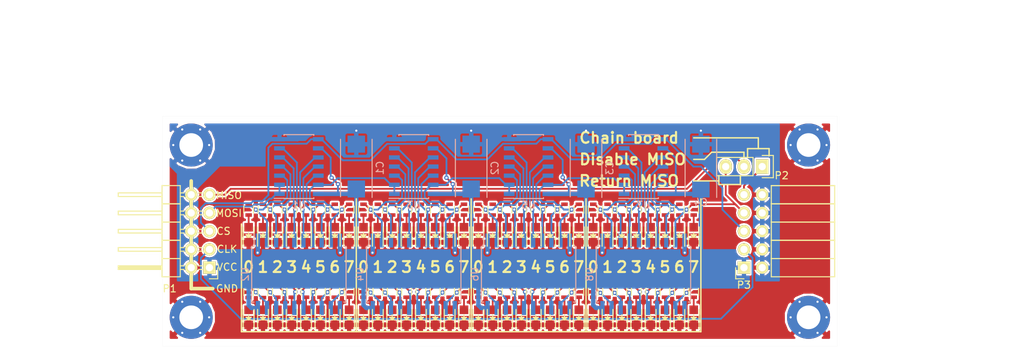
<source format=kicad_pcb>
(kicad_pcb (version 4) (host pcbnew 4.0.2-2.fc24-product)

  (general
    (links 316)
    (no_connects 0)
    (area 163.244999 112.744999 257.255001 144.755001)
    (thickness 1.6)
    (drawings 122)
    (tracks 919)
    (zones 0)
    (modules 147)
    (nets 136)
  )

  (page A4)
  (layers
    (0 F.Cu signal)
    (31 B.Cu signal)
    (32 B.Adhes user)
    (33 F.Adhes user)
    (34 B.Paste user)
    (35 F.Paste user)
    (36 B.SilkS user)
    (37 F.SilkS user)
    (38 B.Mask user)
    (39 F.Mask user)
    (40 Dwgs.User user)
    (41 Cmts.User user)
    (42 Eco1.User user)
    (43 Eco2.User user)
    (44 Edge.Cuts user)
    (45 Margin user)
    (46 B.CrtYd user)
    (47 F.CrtYd user)
    (48 B.Fab user)
    (49 F.Fab user hide)
  )

  (setup
    (last_trace_width 0.25)
    (trace_clearance 0.2)
    (zone_clearance 0.25)
    (zone_45_only no)
    (trace_min 0.2)
    (segment_width 0.2)
    (edge_width 0.1)
    (via_size 0.6)
    (via_drill 0.3)
    (via_min_size 0.4)
    (via_min_drill 0.3)
    (uvia_size 0.3)
    (uvia_drill 0.1)
    (uvias_allowed no)
    (uvia_min_size 0.2)
    (uvia_min_drill 0.1)
    (pcb_text_width 0.3)
    (pcb_text_size 1.5 1.5)
    (mod_edge_width 0.15)
    (mod_text_size 1 1)
    (mod_text_width 0.15)
    (pad_size 6 6)
    (pad_drill 3.3)
    (pad_to_mask_clearance 0.15)
    (solder_mask_min_width 0.15)
    (aux_axis_origin 0 0)
    (grid_origin 244.25 123.75)
    (visible_elements FFFFFF7F)
    (pcbplotparams
      (layerselection 0x00030_80000001)
      (usegerberextensions false)
      (excludeedgelayer true)
      (linewidth 0.100000)
      (plotframeref false)
      (viasonmask false)
      (mode 1)
      (useauxorigin false)
      (hpglpennumber 1)
      (hpglpenspeed 20)
      (hpglpendiameter 15)
      (hpglpenoverlay 2)
      (psnegative false)
      (psa4output false)
      (plotreference true)
      (plotvalue true)
      (plotinvisibletext false)
      (padsonsilk false)
      (subtractmaskfromsilk false)
      (outputformat 1)
      (mirror false)
      (drillshape 0)
      (scaleselection 1)
      (outputdirectory ""))
  )

  (net 0 "")
  (net 1 "Net-(D1-Pad2)")
  (net 2 GND)
  (net 3 "Net-(D2-Pad2)")
  (net 4 "Net-(D3-Pad2)")
  (net 5 "Net-(D4-Pad2)")
  (net 6 "Net-(D5-Pad2)")
  (net 7 "Net-(D6-Pad2)")
  (net 8 "Net-(D7-Pad2)")
  (net 9 "Net-(D8-Pad2)")
  (net 10 "Net-(D9-Pad2)")
  (net 11 "Net-(D10-Pad2)")
  (net 12 "Net-(D11-Pad2)")
  (net 13 "Net-(D12-Pad2)")
  (net 14 "Net-(D13-Pad2)")
  (net 15 "Net-(D14-Pad2)")
  (net 16 "Net-(D15-Pad2)")
  (net 17 "Net-(D16-Pad2)")
  (net 18 "Net-(D17-Pad2)")
  (net 19 "Net-(D18-Pad2)")
  (net 20 "Net-(D19-Pad2)")
  (net 21 "Net-(D20-Pad2)")
  (net 22 "Net-(D21-Pad2)")
  (net 23 "Net-(D22-Pad2)")
  (net 24 "Net-(D23-Pad2)")
  (net 25 "Net-(D24-Pad2)")
  (net 26 "Net-(D25-Pad2)")
  (net 27 "Net-(D26-Pad2)")
  (net 28 "Net-(D27-Pad2)")
  (net 29 "Net-(D28-Pad2)")
  (net 30 "Net-(D29-Pad2)")
  (net 31 "Net-(D30-Pad2)")
  (net 32 "Net-(D31-Pad2)")
  (net 33 "Net-(D32-Pad2)")
  (net 34 "Net-(D33-Pad2)")
  (net 35 "Net-(D34-Pad2)")
  (net 36 "Net-(D35-Pad2)")
  (net 37 "Net-(D36-Pad2)")
  (net 38 "Net-(D37-Pad2)")
  (net 39 "Net-(D38-Pad2)")
  (net 40 "Net-(D39-Pad2)")
  (net 41 "Net-(D40-Pad2)")
  (net 42 "Net-(D41-Pad2)")
  (net 43 "Net-(D42-Pad2)")
  (net 44 "Net-(D43-Pad2)")
  (net 45 "Net-(D44-Pad2)")
  (net 46 "Net-(D45-Pad2)")
  (net 47 "Net-(D46-Pad2)")
  (net 48 "Net-(D47-Pad2)")
  (net 49 "Net-(D48-Pad2)")
  (net 50 "Net-(D49-Pad2)")
  (net 51 "Net-(D50-Pad2)")
  (net 52 "Net-(D51-Pad2)")
  (net 53 "Net-(D52-Pad2)")
  (net 54 "Net-(D53-Pad2)")
  (net 55 "Net-(D54-Pad2)")
  (net 56 "Net-(D55-Pad2)")
  (net 57 "Net-(D56-Pad2)")
  (net 58 "Net-(D57-Pad2)")
  (net 59 "Net-(D58-Pad2)")
  (net 60 "Net-(D59-Pad2)")
  (net 61 "Net-(D60-Pad2)")
  (net 62 "Net-(D61-Pad2)")
  (net 63 "Net-(D62-Pad2)")
  (net 64 "Net-(D63-Pad2)")
  (net 65 "Net-(D64-Pad2)")
  (net 66 VCC)
  (net 67 /D0-D7/CLK)
  (net 68 /D0-D7/LE)
  (net 69 /D0-D7/SIN)
  (net 70 /MISO)
  (net 71 /D24-D31/SOUT)
  (net 72 /D0-D7/Q0)
  (net 73 /D0-D7/Q1)
  (net 74 /D0-D7/Q2)
  (net 75 /D0-D7/Q3)
  (net 76 /D0-D7/Q4)
  (net 77 /D0-D7/Q5)
  (net 78 /D0-D7/Q6)
  (net 79 /D8-D15/SIN)
  (net 80 /D0-D7/Q0L)
  (net 81 /D8-D15/Q0)
  (net 82 /D8-D15/Q1)
  (net 83 /D8-D15/Q2)
  (net 84 /D8-D15/Q3)
  (net 85 /D8-D15/Q4)
  (net 86 /D8-D15/Q5)
  (net 87 /D8-D15/Q6)
  (net 88 /D16-D23/SIN)
  (net 89 /D8-D15/Q0L)
  (net 90 /D16-D23/Q0)
  (net 91 /D16-D23/Q1)
  (net 92 /D16-D23/Q2)
  (net 93 /D16-D23/Q3)
  (net 94 /D16-D23/Q4)
  (net 95 /D16-D23/Q5)
  (net 96 /D16-D23/Q6)
  (net 97 /D24-D31/SIN)
  (net 98 /D16-D23/Q0L)
  (net 99 /D24-D31/Q0)
  (net 100 /D24-D31/Q1)
  (net 101 /D24-D31/Q2)
  (net 102 /D24-D31/Q3)
  (net 103 /D24-D31/Q4)
  (net 104 /D24-D31/Q5)
  (net 105 /D24-D31/Q6)
  (net 106 /D24-D31/Q0L)
  (net 107 /D0-D7/Q1L)
  (net 108 /D0-D7/Q2L)
  (net 109 /D0-D7/Q3L)
  (net 110 /D0-D7/Q4L)
  (net 111 /D0-D7/Q5L)
  (net 112 /D0-D7/Q6L)
  (net 113 /D0-D7/Q7L)
  (net 114 /D8-D15/Q1L)
  (net 115 /D8-D15/Q2L)
  (net 116 /D8-D15/Q3L)
  (net 117 /D8-D15/Q4L)
  (net 118 /D8-D15/Q5L)
  (net 119 /D8-D15/Q6L)
  (net 120 /D8-D15/Q7L)
  (net 121 /D16-D23/Q1L)
  (net 122 /D16-D23/Q2L)
  (net 123 /D16-D23/Q3L)
  (net 124 /D16-D23/Q4L)
  (net 125 /D16-D23/Q5L)
  (net 126 /D16-D23/Q6L)
  (net 127 /D16-D23/Q7L)
  (net 128 /D24-D31/Q1L)
  (net 129 /D24-D31/Q2L)
  (net 130 /D24-D31/Q3L)
  (net 131 /D24-D31/Q4L)
  (net 132 /D24-D31/Q5L)
  (net 133 /D24-D31/Q6L)
  (net 134 /D24-D31/Q7L)
  (net 135 /SIN)

  (net_class Default "This is the default net class."
    (clearance 0.2)
    (trace_width 0.25)
    (via_dia 0.6)
    (via_drill 0.3)
    (uvia_dia 0.3)
    (uvia_drill 0.1)
    (add_net /D0-D7/CLK)
    (add_net /D0-D7/LE)
    (add_net /D0-D7/Q0)
    (add_net /D0-D7/Q0L)
    (add_net /D0-D7/Q1)
    (add_net /D0-D7/Q1L)
    (add_net /D0-D7/Q2)
    (add_net /D0-D7/Q2L)
    (add_net /D0-D7/Q3)
    (add_net /D0-D7/Q3L)
    (add_net /D0-D7/Q4)
    (add_net /D0-D7/Q4L)
    (add_net /D0-D7/Q5)
    (add_net /D0-D7/Q5L)
    (add_net /D0-D7/Q6)
    (add_net /D0-D7/Q6L)
    (add_net /D0-D7/Q7L)
    (add_net /D0-D7/SIN)
    (add_net /D16-D23/Q0)
    (add_net /D16-D23/Q0L)
    (add_net /D16-D23/Q1)
    (add_net /D16-D23/Q1L)
    (add_net /D16-D23/Q2)
    (add_net /D16-D23/Q2L)
    (add_net /D16-D23/Q3)
    (add_net /D16-D23/Q3L)
    (add_net /D16-D23/Q4)
    (add_net /D16-D23/Q4L)
    (add_net /D16-D23/Q5)
    (add_net /D16-D23/Q5L)
    (add_net /D16-D23/Q6)
    (add_net /D16-D23/Q6L)
    (add_net /D16-D23/Q7L)
    (add_net /D16-D23/SIN)
    (add_net /D24-D31/Q0)
    (add_net /D24-D31/Q0L)
    (add_net /D24-D31/Q1)
    (add_net /D24-D31/Q1L)
    (add_net /D24-D31/Q2)
    (add_net /D24-D31/Q2L)
    (add_net /D24-D31/Q3)
    (add_net /D24-D31/Q3L)
    (add_net /D24-D31/Q4)
    (add_net /D24-D31/Q4L)
    (add_net /D24-D31/Q5)
    (add_net /D24-D31/Q5L)
    (add_net /D24-D31/Q6)
    (add_net /D24-D31/Q6L)
    (add_net /D24-D31/Q7L)
    (add_net /D24-D31/SIN)
    (add_net /D24-D31/SOUT)
    (add_net /D8-D15/Q0)
    (add_net /D8-D15/Q0L)
    (add_net /D8-D15/Q1)
    (add_net /D8-D15/Q1L)
    (add_net /D8-D15/Q2)
    (add_net /D8-D15/Q2L)
    (add_net /D8-D15/Q3)
    (add_net /D8-D15/Q3L)
    (add_net /D8-D15/Q4)
    (add_net /D8-D15/Q4L)
    (add_net /D8-D15/Q5)
    (add_net /D8-D15/Q5L)
    (add_net /D8-D15/Q6)
    (add_net /D8-D15/Q6L)
    (add_net /D8-D15/Q7L)
    (add_net /D8-D15/SIN)
    (add_net /MISO)
    (add_net /SIN)
    (add_net "Net-(D1-Pad2)")
    (add_net "Net-(D10-Pad2)")
    (add_net "Net-(D11-Pad2)")
    (add_net "Net-(D12-Pad2)")
    (add_net "Net-(D13-Pad2)")
    (add_net "Net-(D14-Pad2)")
    (add_net "Net-(D15-Pad2)")
    (add_net "Net-(D16-Pad2)")
    (add_net "Net-(D17-Pad2)")
    (add_net "Net-(D18-Pad2)")
    (add_net "Net-(D19-Pad2)")
    (add_net "Net-(D2-Pad2)")
    (add_net "Net-(D20-Pad2)")
    (add_net "Net-(D21-Pad2)")
    (add_net "Net-(D22-Pad2)")
    (add_net "Net-(D23-Pad2)")
    (add_net "Net-(D24-Pad2)")
    (add_net "Net-(D25-Pad2)")
    (add_net "Net-(D26-Pad2)")
    (add_net "Net-(D27-Pad2)")
    (add_net "Net-(D28-Pad2)")
    (add_net "Net-(D29-Pad2)")
    (add_net "Net-(D3-Pad2)")
    (add_net "Net-(D30-Pad2)")
    (add_net "Net-(D31-Pad2)")
    (add_net "Net-(D32-Pad2)")
    (add_net "Net-(D33-Pad2)")
    (add_net "Net-(D34-Pad2)")
    (add_net "Net-(D35-Pad2)")
    (add_net "Net-(D36-Pad2)")
    (add_net "Net-(D37-Pad2)")
    (add_net "Net-(D38-Pad2)")
    (add_net "Net-(D39-Pad2)")
    (add_net "Net-(D4-Pad2)")
    (add_net "Net-(D40-Pad2)")
    (add_net "Net-(D41-Pad2)")
    (add_net "Net-(D42-Pad2)")
    (add_net "Net-(D43-Pad2)")
    (add_net "Net-(D44-Pad2)")
    (add_net "Net-(D45-Pad2)")
    (add_net "Net-(D46-Pad2)")
    (add_net "Net-(D47-Pad2)")
    (add_net "Net-(D48-Pad2)")
    (add_net "Net-(D49-Pad2)")
    (add_net "Net-(D5-Pad2)")
    (add_net "Net-(D50-Pad2)")
    (add_net "Net-(D51-Pad2)")
    (add_net "Net-(D52-Pad2)")
    (add_net "Net-(D53-Pad2)")
    (add_net "Net-(D54-Pad2)")
    (add_net "Net-(D55-Pad2)")
    (add_net "Net-(D56-Pad2)")
    (add_net "Net-(D57-Pad2)")
    (add_net "Net-(D58-Pad2)")
    (add_net "Net-(D59-Pad2)")
    (add_net "Net-(D6-Pad2)")
    (add_net "Net-(D60-Pad2)")
    (add_net "Net-(D61-Pad2)")
    (add_net "Net-(D62-Pad2)")
    (add_net "Net-(D63-Pad2)")
    (add_net "Net-(D64-Pad2)")
    (add_net "Net-(D7-Pad2)")
    (add_net "Net-(D8-Pad2)")
    (add_net "Net-(D9-Pad2)")
    (add_net VCC)
  )

  (net_class PWR ""
    (clearance 0.2)
    (trace_width 0.6)
    (via_dia 0.6)
    (via_drill 0.3)
    (uvia_dia 0.3)
    (uvia_drill 0.1)
    (add_net GND)
  )

  (module Capacitors_Tantalum_SMD:TantalC_SizeD_EIA-7343_Reflow (layer B.Cu) (tedit 555EF99E) (tstamp 57C6F6DF)
    (at 190.25 119.75 90)
    (descr "Tantal Cap. , Size D, EIA-7343, Reflow")
    (tags "Tantal Capacitor Size-D EIA-7343 Reflow")
    (path /57C3B15A/57C5A572)
    (attr smd)
    (fp_text reference C1 (at -0.20066 3.29946 90) (layer B.SilkS)
      (effects (font (size 1 1) (thickness 0.15)) (justify mirror))
    )
    (fp_text value CP_Small (at -0.09906 -3.59918 90) (layer B.Fab)
      (effects (font (size 1 1) (thickness 0.15)) (justify mirror))
    )
    (fp_line (start 4.6 2.6) (end -4.6 2.6) (layer B.CrtYd) (width 0.05))
    (fp_line (start -4.6 2.6) (end -4.6 -2.6) (layer B.CrtYd) (width 0.05))
    (fp_line (start -4.6 -2.6) (end 4.6 -2.6) (layer B.CrtYd) (width 0.05))
    (fp_line (start 4.6 -2.6) (end 4.6 2.6) (layer B.CrtYd) (width 0.05))
    (fp_line (start -4.2 -2.2) (end 3.8 -2.2) (layer B.SilkS) (width 0.15))
    (fp_line (start 3.8 2.2) (end -4.3 2.2) (layer B.SilkS) (width 0.15))
    (pad 2 smd rect (at 3.12 0 90) (size 2.37 2.43) (layers B.Cu B.Paste B.Mask)
      (net 2 GND))
    (pad 1 smd rect (at -3.12 0 90) (size 2.37 2.43) (layers B.Cu B.Paste B.Mask)
      (net 66 VCC))
    (model Capacitors_Tantalum_SMD.3dshapes/TantalC_SizeD_EIA-7343_Reflow.wrl
      (at (xyz 0 0 0))
      (scale (xyz 1 1 1))
      (rotate (xyz 0 0 180))
    )
  )

  (module Capacitors_Tantalum_SMD:TantalC_SizeD_EIA-7343_Reflow (layer B.Cu) (tedit 555EF99E) (tstamp 57C6F6F7)
    (at 222.25 119.75 90)
    (descr "Tantal Cap. , Size D, EIA-7343, Reflow")
    (tags "Tantal Capacitor Size-D EIA-7343 Reflow")
    (path /57C4AC7F/57C5A572)
    (attr smd)
    (fp_text reference C3 (at -0.20066 3.29946 90) (layer B.SilkS)
      (effects (font (size 1 1) (thickness 0.15)) (justify mirror))
    )
    (fp_text value CP_Small (at -0.09906 -3.59918 90) (layer B.Fab)
      (effects (font (size 1 1) (thickness 0.15)) (justify mirror))
    )
    (fp_line (start 4.6 2.6) (end -4.6 2.6) (layer B.CrtYd) (width 0.05))
    (fp_line (start -4.6 2.6) (end -4.6 -2.6) (layer B.CrtYd) (width 0.05))
    (fp_line (start -4.6 -2.6) (end 4.6 -2.6) (layer B.CrtYd) (width 0.05))
    (fp_line (start 4.6 -2.6) (end 4.6 2.6) (layer B.CrtYd) (width 0.05))
    (fp_line (start -4.2 -2.2) (end 3.8 -2.2) (layer B.SilkS) (width 0.15))
    (fp_line (start 3.8 2.2) (end -4.3 2.2) (layer B.SilkS) (width 0.15))
    (pad 2 smd rect (at 3.12 0 90) (size 2.37 2.43) (layers B.Cu B.Paste B.Mask)
      (net 2 GND))
    (pad 1 smd rect (at -3.12 0 90) (size 2.37 2.43) (layers B.Cu B.Paste B.Mask)
      (net 66 VCC))
    (model Capacitors_Tantalum_SMD.3dshapes/TantalC_SizeD_EIA-7343_Reflow.wrl
      (at (xyz 0 0 0))
      (scale (xyz 1 1 1))
      (rotate (xyz 0 0 180))
    )
  )

  (module Capacitors_Tantalum_SMD:TantalC_SizeD_EIA-7343_Reflow (layer B.Cu) (tedit 555EF99E) (tstamp 57C6F703)
    (at 238.25 119.75 90)
    (descr "Tantal Cap. , Size D, EIA-7343, Reflow")
    (tags "Tantal Capacitor Size-D EIA-7343 Reflow")
    (path /57C4B500/57C5A572)
    (attr smd)
    (fp_text reference C4 (at -5 0 180) (layer B.SilkS)
      (effects (font (size 1 1) (thickness 0.15)) (justify mirror))
    )
    (fp_text value CP_Small (at -0.09906 -3.59918 90) (layer B.Fab)
      (effects (font (size 1 1) (thickness 0.15)) (justify mirror))
    )
    (fp_line (start 4.6 2.6) (end -4.6 2.6) (layer B.CrtYd) (width 0.05))
    (fp_line (start -4.6 2.6) (end -4.6 -2.6) (layer B.CrtYd) (width 0.05))
    (fp_line (start -4.6 -2.6) (end 4.6 -2.6) (layer B.CrtYd) (width 0.05))
    (fp_line (start 4.6 -2.6) (end 4.6 2.6) (layer B.CrtYd) (width 0.05))
    (fp_line (start -4.2 -2.2) (end 3.8 -2.2) (layer B.SilkS) (width 0.15))
    (fp_line (start 3.8 2.2) (end -4.3 2.2) (layer B.SilkS) (width 0.15))
    (pad 2 smd rect (at 3.12 0 90) (size 2.37 2.43) (layers B.Cu B.Paste B.Mask)
      (net 2 GND))
    (pad 1 smd rect (at -3.12 0 90) (size 2.37 2.43) (layers B.Cu B.Paste B.Mask)
      (net 66 VCC))
    (model Capacitors_Tantalum_SMD.3dshapes/TantalC_SizeD_EIA-7343_Reflow.wrl
      (at (xyz 0 0 0))
      (scale (xyz 1 1 1))
      (rotate (xyz 0 0 180))
    )
  )

  (module Capacitors_Tantalum_SMD:TantalC_SizeD_EIA-7343_Reflow (layer B.Cu) (tedit 555EF99E) (tstamp 57C6F6EB)
    (at 206.25 119.75 90)
    (descr "Tantal Cap. , Size D, EIA-7343, Reflow")
    (tags "Tantal Capacitor Size-D EIA-7343 Reflow")
    (path /57C4A46E/57C5A572)
    (attr smd)
    (fp_text reference C2 (at -0.20066 3.29946 90) (layer B.SilkS)
      (effects (font (size 1 1) (thickness 0.15)) (justify mirror))
    )
    (fp_text value CP_Small (at -0.09906 -3.59918 90) (layer B.Fab)
      (effects (font (size 1 1) (thickness 0.15)) (justify mirror))
    )
    (fp_line (start 4.6 2.6) (end -4.6 2.6) (layer B.CrtYd) (width 0.05))
    (fp_line (start -4.6 2.6) (end -4.6 -2.6) (layer B.CrtYd) (width 0.05))
    (fp_line (start -4.6 -2.6) (end 4.6 -2.6) (layer B.CrtYd) (width 0.05))
    (fp_line (start 4.6 -2.6) (end 4.6 2.6) (layer B.CrtYd) (width 0.05))
    (fp_line (start -4.2 -2.2) (end 3.8 -2.2) (layer B.SilkS) (width 0.15))
    (fp_line (start 3.8 2.2) (end -4.3 2.2) (layer B.SilkS) (width 0.15))
    (pad 2 smd rect (at 3.12 0 90) (size 2.37 2.43) (layers B.Cu B.Paste B.Mask)
      (net 2 GND))
    (pad 1 smd rect (at -3.12 0 90) (size 2.37 2.43) (layers B.Cu B.Paste B.Mask)
      (net 66 VCC))
    (model Capacitors_Tantalum_SMD.3dshapes/TantalC_SizeD_EIA-7343_Reflow.wrl
      (at (xyz 0 0 0))
      (scale (xyz 1 1 1))
      (rotate (xyz 0 0 180))
    )
  )

  (module Pin_Headers:Pin_Header_Straight_1x03 (layer F.Cu) (tedit 0) (tstamp 57CA13FD)
    (at 246.79 119.75 270)
    (descr "Through hole pin header")
    (tags "pin header")
    (path /57C4FA32)
    (fp_text reference P2 (at 1.25 -2.71 540) (layer F.SilkS)
      (effects (font (size 1 1) (thickness 0.15)))
    )
    (fp_text value CONN_01X03 (at 0 -3.1 270) (layer F.Fab)
      (effects (font (size 1 1) (thickness 0.15)))
    )
    (fp_line (start -1.75 -1.75) (end -1.75 6.85) (layer F.CrtYd) (width 0.05))
    (fp_line (start 1.75 -1.75) (end 1.75 6.85) (layer F.CrtYd) (width 0.05))
    (fp_line (start -1.75 -1.75) (end 1.75 -1.75) (layer F.CrtYd) (width 0.05))
    (fp_line (start -1.75 6.85) (end 1.75 6.85) (layer F.CrtYd) (width 0.05))
    (fp_line (start -1.27 1.27) (end -1.27 6.35) (layer F.SilkS) (width 0.15))
    (fp_line (start -1.27 6.35) (end 1.27 6.35) (layer F.SilkS) (width 0.15))
    (fp_line (start 1.27 6.35) (end 1.27 1.27) (layer F.SilkS) (width 0.15))
    (fp_line (start 1.55 -1.55) (end 1.55 0) (layer F.SilkS) (width 0.15))
    (fp_line (start 1.27 1.27) (end -1.27 1.27) (layer F.SilkS) (width 0.15))
    (fp_line (start -1.55 0) (end -1.55 -1.55) (layer F.SilkS) (width 0.15))
    (fp_line (start -1.55 -1.55) (end 1.55 -1.55) (layer F.SilkS) (width 0.15))
    (pad 1 thru_hole rect (at 0 0 270) (size 2.032 1.7272) (drill 1.016) (layers *.Cu *.Mask F.SilkS)
      (net 135 /SIN))
    (pad 2 thru_hole oval (at 0 2.54 270) (size 2.032 1.7272) (drill 1.016) (layers *.Cu *.Mask F.SilkS)
      (net 70 /MISO))
    (pad 3 thru_hole oval (at 0 5.08 270) (size 2.032 1.7272) (drill 1.016) (layers *.Cu *.Mask F.SilkS)
      (net 71 /D24-D31/SOUT))
    (model Pin_Headers.3dshapes/Pin_Header_Straight_1x03.wrl
      (at (xyz 0 -0.1 0))
      (scale (xyz 1 1 1))
      (rotate (xyz 0 0 90))
    )
  )

  (module Connect:1pin (layer F.Cu) (tedit 57C9F52A) (tstamp 57D9C288)
    (at 167.25 116.75)
    (descr "module 1 pin (ou trou mecanique de percage)")
    (tags DEV)
    (path /57C9E479)
    (fp_text reference W4 (at 0 -3.048) (layer F.SilkS) hide
      (effects (font (size 1 1) (thickness 0.15)))
    )
    (fp_text value MNT (at 0 2.794) (layer F.Fab)
      (effects (font (size 1 1) (thickness 0.15)))
    )
    (fp_circle (center 0 0) (end 4.1 -0.25) (layer F.CrtYd) (width 0.15))
    (pad 1 thru_hole circle (at 0 0) (size 6 6) (drill 3.3) (layers *.Cu *.Mask)
      (net 2 GND))
    (pad 1 thru_hole circle (at -2.5 0) (size 0.3 0.3) (drill 0.3) (layers *.Cu)
      (net 2 GND))
    (pad 1 thru_hole circle (at -1.25 2.165064 60) (size 0.3 0.3) (drill 0.3) (layers *.Cu)
      (net 2 GND))
    (pad 1 thru_hole circle (at 1.25 2.165064 120) (size 0.3 0.3) (drill 0.3) (layers *.Cu)
      (net 2 GND))
    (pad 1 thru_hole circle (at 2.5 0 180) (size 0.3 0.3) (drill 0.3) (layers *.Cu)
      (net 2 GND))
    (pad 1 thru_hole circle (at 1.25 -2.165064 240) (size 0.3 0.3) (drill 0.3) (layers *.Cu)
      (net 2 GND))
    (pad 1 thru_hole circle (at -1.25 -2.165064 300) (size 0.3 0.3) (drill 0.3) (layers *.Cu)
      (net 2 GND))
  )

  (module Connect:1pin (layer F.Cu) (tedit 57C9DE0D) (tstamp 57D9C27E)
    (at 167.25 140.75)
    (descr "module 1 pin (ou trou mecanique de percage)")
    (tags DEV)
    (path /57C9E479)
    (fp_text reference W3 (at 0 -3.048) (layer F.SilkS) hide
      (effects (font (size 1 1) (thickness 0.15)))
    )
    (fp_text value MNT (at 0 2.794) (layer F.Fab)
      (effects (font (size 1 1) (thickness 0.15)))
    )
    (pad 1 thru_hole circle (at 0 0) (size 6 6) (drill 3.3) (layers *.Cu *.Mask)
      (net 2 GND))
    (pad 1 thru_hole circle (at -2.5 0) (size 0.3 0.3) (drill 0.3) (layers *.Cu)
      (net 2 GND))
    (pad 1 thru_hole circle (at -1.25 2.165064 60) (size 0.3 0.3) (drill 0.3) (layers *.Cu)
      (net 2 GND))
    (pad 1 thru_hole circle (at 1.25 2.165064 120) (size 0.3 0.3) (drill 0.3) (layers *.Cu)
      (net 2 GND))
    (pad 1 thru_hole circle (at 2.5 0 180) (size 0.3 0.3) (drill 0.3) (layers *.Cu)
      (net 2 GND))
    (pad 1 thru_hole circle (at 1.25 -2.165064 240) (size 0.3 0.3) (drill 0.3) (layers *.Cu)
      (net 2 GND))
    (pad 1 thru_hole circle (at -1.25 -2.165064 300) (size 0.3 0.3) (drill 0.3) (layers *.Cu)
      (net 2 GND))
  )

  (module Connect:1pin (layer F.Cu) (tedit 57C9DDFA) (tstamp 57D9C274)
    (at 253.25 140.75)
    (descr "module 1 pin (ou trou mecanique de percage)")
    (tags DEV)
    (path /57C9E479)
    (fp_text reference W2 (at 0 -3.048) (layer F.SilkS) hide
      (effects (font (size 1 1) (thickness 0.15)))
    )
    (fp_text value MNT (at 0 2.794) (layer F.Fab)
      (effects (font (size 1 1) (thickness 0.15)))
    )
    (pad 1 thru_hole circle (at 0 0) (size 6 6) (drill 3.3) (layers *.Cu *.Mask)
      (net 2 GND))
    (pad 1 thru_hole circle (at -2.5 0) (size 0.3 0.3) (drill 0.3) (layers *.Cu)
      (net 2 GND))
    (pad 1 thru_hole circle (at -1.25 2.165064 60) (size 0.3 0.3) (drill 0.3) (layers *.Cu)
      (net 2 GND))
    (pad 1 thru_hole circle (at 1.25 2.165064 120) (size 0.3 0.3) (drill 0.3) (layers *.Cu)
      (net 2 GND))
    (pad 1 thru_hole circle (at 2.5 0 180) (size 0.3 0.3) (drill 0.3) (layers *.Cu)
      (net 2 GND))
    (pad 1 thru_hole circle (at 1.25 -2.165064 240) (size 0.3 0.3) (drill 0.3) (layers *.Cu)
      (net 2 GND))
    (pad 1 thru_hole circle (at -1.25 -2.165064 300) (size 0.3 0.3) (drill 0.3) (layers *.Cu)
      (net 2 GND))
  )

  (module Connect:1pin (layer F.Cu) (tedit 57C9DDC7) (tstamp 57D9C06B)
    (at 253.25 116.75)
    (descr "module 1 pin (ou trou mecanique de percage)")
    (tags DEV)
    (path /57C9E479)
    (fp_text reference W1 (at 0 -3.048) (layer F.SilkS) hide
      (effects (font (size 1 1) (thickness 0.15)))
    )
    (fp_text value MNT (at 0 2.794) (layer F.Fab)
      (effects (font (size 1 1) (thickness 0.15)))
    )
    (pad 1 thru_hole circle (at 0 0) (size 6 6) (drill 3.3) (layers *.Cu *.Mask)
      (net 2 GND))
    (pad 1 thru_hole circle (at -2.5 0) (size 0.3 0.3) (drill 0.3) (layers *.Cu)
      (net 2 GND))
    (pad 1 thru_hole circle (at -1.25 2.165064 60) (size 0.3 0.3) (drill 0.3) (layers *.Cu)
      (net 2 GND))
    (pad 1 thru_hole circle (at 1.25 2.165064 120) (size 0.3 0.3) (drill 0.3) (layers *.Cu)
      (net 2 GND))
    (pad 1 thru_hole circle (at 2.5 0 180) (size 0.3 0.3) (drill 0.3) (layers *.Cu)
      (net 2 GND))
    (pad 1 thru_hole circle (at 1.25 -2.165064 240) (size 0.3 0.3) (drill 0.3) (layers *.Cu)
      (net 2 GND))
    (pad 1 thru_hole circle (at -1.25 -2.165064 300) (size 0.3 0.3) (drill 0.3) (layers *.Cu)
      (net 2 GND))
  )

  (module Socket_Strips:Socket_Strip_Angled_2x05 (layer F.Cu) (tedit 0) (tstamp 57C4D6BE)
    (at 244.25 133.83 90)
    (descr "Through hole socket strip")
    (tags "socket strip")
    (path /57C4E515)
    (fp_text reference P3 (at -2.42 0 180) (layer F.SilkS)
      (effects (font (size 1 1) (thickness 0.15)))
    )
    (fp_text value CONN_02X05 (at 0 -2.6 90) (layer F.Fab)
      (effects (font (size 1 1) (thickness 0.15)))
    )
    (fp_line (start -1.75 -1.35) (end -1.75 13.15) (layer F.CrtYd) (width 0.05))
    (fp_line (start 11.95 -1.35) (end 11.95 13.15) (layer F.CrtYd) (width 0.05))
    (fp_line (start -1.75 -1.35) (end 11.95 -1.35) (layer F.CrtYd) (width 0.05))
    (fp_line (start -1.75 13.15) (end 11.95 13.15) (layer F.CrtYd) (width 0.05))
    (fp_line (start 11.43 3.81) (end 11.43 12.64) (layer F.SilkS) (width 0.15))
    (fp_line (start 8.89 3.81) (end 11.43 3.81) (layer F.SilkS) (width 0.15))
    (fp_line (start 8.89 12.64) (end 11.43 12.64) (layer F.SilkS) (width 0.15))
    (fp_line (start 11.43 12.64) (end 11.43 3.81) (layer F.SilkS) (width 0.15))
    (fp_line (start 8.89 12.64) (end 8.89 3.81) (layer F.SilkS) (width 0.15))
    (fp_line (start 6.35 12.64) (end 8.89 12.64) (layer F.SilkS) (width 0.15))
    (fp_line (start 6.35 3.81) (end 8.89 3.81) (layer F.SilkS) (width 0.15))
    (fp_line (start 8.89 3.81) (end 8.89 12.64) (layer F.SilkS) (width 0.15))
    (fp_line (start 6.35 3.81) (end 6.35 12.64) (layer F.SilkS) (width 0.15))
    (fp_line (start 3.81 3.81) (end 6.35 3.81) (layer F.SilkS) (width 0.15))
    (fp_line (start 3.81 12.64) (end 6.35 12.64) (layer F.SilkS) (width 0.15))
    (fp_line (start 6.35 12.64) (end 6.35 3.81) (layer F.SilkS) (width 0.15))
    (fp_line (start 3.81 12.64) (end 3.81 3.81) (layer F.SilkS) (width 0.15))
    (fp_line (start 1.27 12.64) (end 3.81 12.64) (layer F.SilkS) (width 0.15))
    (fp_line (start 1.27 3.81) (end 3.81 3.81) (layer F.SilkS) (width 0.15))
    (fp_line (start 3.81 3.81) (end 3.81 12.64) (layer F.SilkS) (width 0.15))
    (fp_line (start 1.27 3.81) (end 1.27 12.64) (layer F.SilkS) (width 0.15))
    (fp_line (start -1.27 3.81) (end 1.27 3.81) (layer F.SilkS) (width 0.15))
    (fp_line (start 0 -1.15) (end -1.55 -1.15) (layer F.SilkS) (width 0.15))
    (fp_line (start -1.55 -1.15) (end -1.55 0) (layer F.SilkS) (width 0.15))
    (fp_line (start -1.27 3.81) (end -1.27 12.64) (layer F.SilkS) (width 0.15))
    (fp_line (start -1.27 12.64) (end 1.27 12.64) (layer F.SilkS) (width 0.15))
    (fp_line (start 1.27 12.64) (end 1.27 3.81) (layer F.SilkS) (width 0.15))
    (pad 1 thru_hole rect (at 0 0 90) (size 1.7272 1.7272) (drill 1.016) (layers *.Cu *.Mask F.SilkS)
      (net 66 VCC))
    (pad 2 thru_hole oval (at 0 2.54 90) (size 1.7272 1.7272) (drill 1.016) (layers *.Cu *.Mask F.SilkS)
      (net 2 GND))
    (pad 3 thru_hole oval (at 2.54 0 90) (size 1.7272 1.7272) (drill 1.016) (layers *.Cu *.Mask F.SilkS)
      (net 68 /D0-D7/LE))
    (pad 4 thru_hole oval (at 2.54 2.54 90) (size 1.7272 1.7272) (drill 1.016) (layers *.Cu *.Mask F.SilkS)
      (net 2 GND))
    (pad 5 thru_hole oval (at 5.08 0 90) (size 1.7272 1.7272) (drill 1.016) (layers *.Cu *.Mask F.SilkS)
      (net 67 /D0-D7/CLK))
    (pad 6 thru_hole oval (at 5.08 2.54 90) (size 1.7272 1.7272) (drill 1.016) (layers *.Cu *.Mask F.SilkS)
      (net 2 GND))
    (pad 7 thru_hole oval (at 7.62 0 90) (size 1.7272 1.7272) (drill 1.016) (layers *.Cu *.Mask F.SilkS)
      (net 71 /D24-D31/SOUT))
    (pad 8 thru_hole oval (at 7.62 2.54 90) (size 1.7272 1.7272) (drill 1.016) (layers *.Cu *.Mask F.SilkS)
      (net 2 GND))
    (pad 9 thru_hole oval (at 10.16 0 90) (size 1.7272 1.7272) (drill 1.016) (layers *.Cu *.Mask F.SilkS)
      (net 135 /SIN))
    (pad 10 thru_hole oval (at 10.16 2.54 90) (size 1.7272 1.7272) (drill 1.016) (layers *.Cu *.Mask F.SilkS)
      (net 2 GND))
    (model Socket_Strips.3dshapes/Socket_Strip_Angled_2x05.wrl
      (at (xyz 0.2 -0.05 0))
      (scale (xyz 1 1 1))
      (rotate (xyz 0 0 180))
    )
  )

  (module Pin_Headers:Pin_Header_Angled_2x05 (layer F.Cu) (tedit 0) (tstamp 57C4D683)
    (at 169.79 133.83 180)
    (descr "Through hole pin header")
    (tags "pin header")
    (path /57C4E188)
    (fp_text reference P1 (at 5.54 -2.92 180) (layer F.SilkS)
      (effects (font (size 1 1) (thickness 0.15)))
    )
    (fp_text value CONN_02X05 (at 0 -3.1 180) (layer F.Fab)
      (effects (font (size 1 1) (thickness 0.15)))
    )
    (fp_line (start -1.35 -1.75) (end -1.35 11.95) (layer F.CrtYd) (width 0.05))
    (fp_line (start 13.2 -1.75) (end 13.2 11.95) (layer F.CrtYd) (width 0.05))
    (fp_line (start -1.35 -1.75) (end 13.2 -1.75) (layer F.CrtYd) (width 0.05))
    (fp_line (start -1.35 11.95) (end 13.2 11.95) (layer F.CrtYd) (width 0.05))
    (fp_line (start 1.524 10.414) (end 1.016 10.414) (layer F.SilkS) (width 0.15))
    (fp_line (start 1.524 9.906) (end 1.016 9.906) (layer F.SilkS) (width 0.15))
    (fp_line (start 1.524 7.874) (end 1.016 7.874) (layer F.SilkS) (width 0.15))
    (fp_line (start 1.524 7.366) (end 1.016 7.366) (layer F.SilkS) (width 0.15))
    (fp_line (start 1.524 -0.254) (end 1.016 -0.254) (layer F.SilkS) (width 0.15))
    (fp_line (start 1.524 0.254) (end 1.016 0.254) (layer F.SilkS) (width 0.15))
    (fp_line (start 1.524 5.334) (end 1.016 5.334) (layer F.SilkS) (width 0.15))
    (fp_line (start 1.524 4.826) (end 1.016 4.826) (layer F.SilkS) (width 0.15))
    (fp_line (start 1.524 2.794) (end 1.016 2.794) (layer F.SilkS) (width 0.15))
    (fp_line (start 1.524 2.286) (end 1.016 2.286) (layer F.SilkS) (width 0.15))
    (fp_line (start 4.064 10.414) (end 3.556 10.414) (layer F.SilkS) (width 0.15))
    (fp_line (start 4.064 9.906) (end 3.556 9.906) (layer F.SilkS) (width 0.15))
    (fp_line (start 4.064 -0.254) (end 3.556 -0.254) (layer F.SilkS) (width 0.15))
    (fp_line (start 4.064 0.254) (end 3.556 0.254) (layer F.SilkS) (width 0.15))
    (fp_line (start 4.064 2.286) (end 3.556 2.286) (layer F.SilkS) (width 0.15))
    (fp_line (start 4.064 2.794) (end 3.556 2.794) (layer F.SilkS) (width 0.15))
    (fp_line (start 4.064 7.874) (end 3.556 7.874) (layer F.SilkS) (width 0.15))
    (fp_line (start 4.064 7.366) (end 3.556 7.366) (layer F.SilkS) (width 0.15))
    (fp_line (start 4.064 5.334) (end 3.556 5.334) (layer F.SilkS) (width 0.15))
    (fp_line (start 4.064 4.826) (end 3.556 4.826) (layer F.SilkS) (width 0.15))
    (fp_line (start 0 -1.55) (end -1.15 -1.55) (layer F.SilkS) (width 0.15))
    (fp_line (start -1.15 -1.55) (end -1.15 0) (layer F.SilkS) (width 0.15))
    (fp_line (start 6.604 -0.127) (end 12.573 -0.127) (layer F.SilkS) (width 0.15))
    (fp_line (start 12.573 -0.127) (end 12.573 0.127) (layer F.SilkS) (width 0.15))
    (fp_line (start 12.573 0.127) (end 6.731 0.127) (layer F.SilkS) (width 0.15))
    (fp_line (start 6.731 0.127) (end 6.731 0) (layer F.SilkS) (width 0.15))
    (fp_line (start 6.731 0) (end 12.573 0) (layer F.SilkS) (width 0.15))
    (fp_line (start 4.064 8.89) (end 6.604 8.89) (layer F.SilkS) (width 0.15))
    (fp_line (start 4.064 8.89) (end 4.064 11.43) (layer F.SilkS) (width 0.15))
    (fp_line (start 6.604 9.906) (end 12.7 9.906) (layer F.SilkS) (width 0.15))
    (fp_line (start 12.7 9.906) (end 12.7 10.414) (layer F.SilkS) (width 0.15))
    (fp_line (start 12.7 10.414) (end 6.604 10.414) (layer F.SilkS) (width 0.15))
    (fp_line (start 6.604 11.43) (end 6.604 8.89) (layer F.SilkS) (width 0.15))
    (fp_line (start 4.064 11.43) (end 6.604 11.43) (layer F.SilkS) (width 0.15))
    (fp_line (start 4.064 3.81) (end 6.604 3.81) (layer F.SilkS) (width 0.15))
    (fp_line (start 4.064 3.81) (end 4.064 6.35) (layer F.SilkS) (width 0.15))
    (fp_line (start 4.064 6.35) (end 6.604 6.35) (layer F.SilkS) (width 0.15))
    (fp_line (start 6.604 4.826) (end 12.7 4.826) (layer F.SilkS) (width 0.15))
    (fp_line (start 12.7 4.826) (end 12.7 5.334) (layer F.SilkS) (width 0.15))
    (fp_line (start 12.7 5.334) (end 6.604 5.334) (layer F.SilkS) (width 0.15))
    (fp_line (start 6.604 6.35) (end 6.604 3.81) (layer F.SilkS) (width 0.15))
    (fp_line (start 6.604 8.89) (end 6.604 6.35) (layer F.SilkS) (width 0.15))
    (fp_line (start 12.7 7.874) (end 6.604 7.874) (layer F.SilkS) (width 0.15))
    (fp_line (start 12.7 7.366) (end 12.7 7.874) (layer F.SilkS) (width 0.15))
    (fp_line (start 6.604 7.366) (end 12.7 7.366) (layer F.SilkS) (width 0.15))
    (fp_line (start 4.064 8.89) (end 6.604 8.89) (layer F.SilkS) (width 0.15))
    (fp_line (start 4.064 6.35) (end 4.064 8.89) (layer F.SilkS) (width 0.15))
    (fp_line (start 4.064 6.35) (end 6.604 6.35) (layer F.SilkS) (width 0.15))
    (fp_line (start 4.064 1.27) (end 6.604 1.27) (layer F.SilkS) (width 0.15))
    (fp_line (start 4.064 1.27) (end 4.064 3.81) (layer F.SilkS) (width 0.15))
    (fp_line (start 4.064 3.81) (end 6.604 3.81) (layer F.SilkS) (width 0.15))
    (fp_line (start 6.604 2.286) (end 12.7 2.286) (layer F.SilkS) (width 0.15))
    (fp_line (start 12.7 2.286) (end 12.7 2.794) (layer F.SilkS) (width 0.15))
    (fp_line (start 12.7 2.794) (end 6.604 2.794) (layer F.SilkS) (width 0.15))
    (fp_line (start 6.604 3.81) (end 6.604 1.27) (layer F.SilkS) (width 0.15))
    (fp_line (start 6.604 1.27) (end 6.604 -1.27) (layer F.SilkS) (width 0.15))
    (fp_line (start 12.7 0.254) (end 6.604 0.254) (layer F.SilkS) (width 0.15))
    (fp_line (start 12.7 -0.254) (end 12.7 0.254) (layer F.SilkS) (width 0.15))
    (fp_line (start 6.604 -0.254) (end 12.7 -0.254) (layer F.SilkS) (width 0.15))
    (fp_line (start 4.064 1.27) (end 6.604 1.27) (layer F.SilkS) (width 0.15))
    (fp_line (start 4.064 -1.27) (end 4.064 1.27) (layer F.SilkS) (width 0.15))
    (fp_line (start 4.064 -1.27) (end 6.604 -1.27) (layer F.SilkS) (width 0.15))
    (pad 1 thru_hole rect (at 0 0 180) (size 1.7272 1.7272) (drill 1.016) (layers *.Cu *.Mask F.SilkS)
      (net 66 VCC))
    (pad 2 thru_hole oval (at 2.54 0 180) (size 1.7272 1.7272) (drill 1.016) (layers *.Cu *.Mask F.SilkS)
      (net 2 GND))
    (pad 3 thru_hole oval (at 0 2.54 180) (size 1.7272 1.7272) (drill 1.016) (layers *.Cu *.Mask F.SilkS)
      (net 68 /D0-D7/LE))
    (pad 4 thru_hole oval (at 2.54 2.54 180) (size 1.7272 1.7272) (drill 1.016) (layers *.Cu *.Mask F.SilkS)
      (net 2 GND))
    (pad 5 thru_hole oval (at 0 5.08 180) (size 1.7272 1.7272) (drill 1.016) (layers *.Cu *.Mask F.SilkS)
      (net 67 /D0-D7/CLK))
    (pad 6 thru_hole oval (at 2.54 5.08 180) (size 1.7272 1.7272) (drill 1.016) (layers *.Cu *.Mask F.SilkS)
      (net 2 GND))
    (pad 7 thru_hole oval (at 0 7.62 180) (size 1.7272 1.7272) (drill 1.016) (layers *.Cu *.Mask F.SilkS)
      (net 69 /D0-D7/SIN))
    (pad 8 thru_hole oval (at 2.54 7.62 180) (size 1.7272 1.7272) (drill 1.016) (layers *.Cu *.Mask F.SilkS)
      (net 2 GND))
    (pad 9 thru_hole oval (at 0 10.16 180) (size 1.7272 1.7272) (drill 1.016) (layers *.Cu *.Mask F.SilkS)
      (net 70 /MISO))
    (pad 10 thru_hole oval (at 2.54 10.16 180) (size 1.7272 1.7272) (drill 1.016) (layers *.Cu *.Mask F.SilkS)
      (net 2 GND))
    (model Pin_Headers.3dshapes/Pin_Header_Angled_2x05.wrl
      (at (xyz 0.05 -0.2 0))
      (scale (xyz 1 1 1))
      (rotate (xyz 0 0 90))
    )
  )

  (module Resistors_SMD:R_0603 (layer F.Cu) (tedit 57C5C5E6) (tstamp 57C339C2)
    (at 223.25 125.75 270)
    (descr "Resistor SMD 0603, reflow soldering, Vishay (see dcrcw.pdf)")
    (tags "resistor 0603")
    (path /57C4B500/57C3B969)
    (attr smd)
    (fp_text reference R49 (at -2.5 0 270) (layer F.SilkS) hide
      (effects (font (size 1 1) (thickness 0.15)))
    )
    (fp_text value 330R (at 0 1.9 270) (layer F.Fab)
      (effects (font (size 1 1) (thickness 0.15)))
    )
    (fp_line (start -1.3 -0.8) (end 1.3 -0.8) (layer F.CrtYd) (width 0.05))
    (fp_line (start -1.3 0.8) (end 1.3 0.8) (layer F.CrtYd) (width 0.05))
    (fp_line (start -1.3 -0.8) (end -1.3 0.8) (layer F.CrtYd) (width 0.05))
    (fp_line (start 1.3 -0.8) (end 1.3 0.8) (layer F.CrtYd) (width 0.05))
    (fp_line (start 0.5 0.675) (end -0.5 0.675) (layer F.SilkS) (width 0.15))
    (fp_line (start -0.5 -0.675) (end 0.5 -0.675) (layer F.SilkS) (width 0.15))
    (pad 1 smd rect (at -0.75 0 270) (size 0.5 0.9) (layers F.Cu F.Paste F.Mask)
      (net 99 /D24-D31/Q0))
    (pad 2 smd rect (at 0.75 0 270) (size 0.5 0.9) (layers F.Cu F.Paste F.Mask)
      (net 50 "Net-(D49-Pad2)"))
    (model Resistors_SMD.3dshapes/R_0603.wrl
      (at (xyz 0 0 0))
      (scale (xyz 1 1 1))
      (rotate (xyz 0 0 0))
    )
  )

  (module Resistors_SMD:R_0603 (layer F.Cu) (tedit 57C5C5E7) (tstamp 57C339CE)
    (at 225.25 125.75 270)
    (descr "Resistor SMD 0603, reflow soldering, Vishay (see dcrcw.pdf)")
    (tags "resistor 0603")
    (path /57C4B500/57C5348B)
    (attr smd)
    (fp_text reference R50 (at -2.5 0 270) (layer F.SilkS) hide
      (effects (font (size 1 1) (thickness 0.15)))
    )
    (fp_text value 330R (at 0 1.9 270) (layer F.Fab)
      (effects (font (size 1 1) (thickness 0.15)))
    )
    (fp_line (start -1.3 -0.8) (end 1.3 -0.8) (layer F.CrtYd) (width 0.05))
    (fp_line (start -1.3 0.8) (end 1.3 0.8) (layer F.CrtYd) (width 0.05))
    (fp_line (start -1.3 -0.8) (end -1.3 0.8) (layer F.CrtYd) (width 0.05))
    (fp_line (start 1.3 -0.8) (end 1.3 0.8) (layer F.CrtYd) (width 0.05))
    (fp_line (start 0.5 0.675) (end -0.5 0.675) (layer F.SilkS) (width 0.15))
    (fp_line (start -0.5 -0.675) (end 0.5 -0.675) (layer F.SilkS) (width 0.15))
    (pad 1 smd rect (at -0.75 0 270) (size 0.5 0.9) (layers F.Cu F.Paste F.Mask)
      (net 100 /D24-D31/Q1))
    (pad 2 smd rect (at 0.75 0 270) (size 0.5 0.9) (layers F.Cu F.Paste F.Mask)
      (net 51 "Net-(D50-Pad2)"))
    (model Resistors_SMD.3dshapes/R_0603.wrl
      (at (xyz 0 0 0))
      (scale (xyz 1 1 1))
      (rotate (xyz 0 0 0))
    )
  )

  (module Resistors_SMD:R_0603 (layer F.Cu) (tedit 57C5C5E9) (tstamp 57C339DA)
    (at 227.25 125.75 270)
    (descr "Resistor SMD 0603, reflow soldering, Vishay (see dcrcw.pdf)")
    (tags "resistor 0603")
    (path /57C4B500/57C539BF)
    (attr smd)
    (fp_text reference R51 (at -2.5 0 270) (layer F.SilkS) hide
      (effects (font (size 1 1) (thickness 0.15)))
    )
    (fp_text value 330R (at 0 1.9 270) (layer F.Fab)
      (effects (font (size 1 1) (thickness 0.15)))
    )
    (fp_line (start -1.3 -0.8) (end 1.3 -0.8) (layer F.CrtYd) (width 0.05))
    (fp_line (start -1.3 0.8) (end 1.3 0.8) (layer F.CrtYd) (width 0.05))
    (fp_line (start -1.3 -0.8) (end -1.3 0.8) (layer F.CrtYd) (width 0.05))
    (fp_line (start 1.3 -0.8) (end 1.3 0.8) (layer F.CrtYd) (width 0.05))
    (fp_line (start 0.5 0.675) (end -0.5 0.675) (layer F.SilkS) (width 0.15))
    (fp_line (start -0.5 -0.675) (end 0.5 -0.675) (layer F.SilkS) (width 0.15))
    (pad 1 smd rect (at -0.75 0 270) (size 0.5 0.9) (layers F.Cu F.Paste F.Mask)
      (net 101 /D24-D31/Q2))
    (pad 2 smd rect (at 0.75 0 270) (size 0.5 0.9) (layers F.Cu F.Paste F.Mask)
      (net 52 "Net-(D51-Pad2)"))
    (model Resistors_SMD.3dshapes/R_0603.wrl
      (at (xyz 0 0 0))
      (scale (xyz 1 1 1))
      (rotate (xyz 0 0 0))
    )
  )

  (module Resistors_SMD:R_0603 (layer F.Cu) (tedit 57C5C5EB) (tstamp 57C339E6)
    (at 229.25 125.75 270)
    (descr "Resistor SMD 0603, reflow soldering, Vishay (see dcrcw.pdf)")
    (tags "resistor 0603")
    (path /57C4B500/57C539C5)
    (attr smd)
    (fp_text reference R52 (at -2.5 0 270) (layer F.SilkS) hide
      (effects (font (size 1 1) (thickness 0.15)))
    )
    (fp_text value 330R (at 0 1.9 270) (layer F.Fab)
      (effects (font (size 1 1) (thickness 0.15)))
    )
    (fp_line (start -1.3 -0.8) (end 1.3 -0.8) (layer F.CrtYd) (width 0.05))
    (fp_line (start -1.3 0.8) (end 1.3 0.8) (layer F.CrtYd) (width 0.05))
    (fp_line (start -1.3 -0.8) (end -1.3 0.8) (layer F.CrtYd) (width 0.05))
    (fp_line (start 1.3 -0.8) (end 1.3 0.8) (layer F.CrtYd) (width 0.05))
    (fp_line (start 0.5 0.675) (end -0.5 0.675) (layer F.SilkS) (width 0.15))
    (fp_line (start -0.5 -0.675) (end 0.5 -0.675) (layer F.SilkS) (width 0.15))
    (pad 1 smd rect (at -0.75 0 270) (size 0.5 0.9) (layers F.Cu F.Paste F.Mask)
      (net 102 /D24-D31/Q3))
    (pad 2 smd rect (at 0.75 0 270) (size 0.5 0.9) (layers F.Cu F.Paste F.Mask)
      (net 53 "Net-(D52-Pad2)"))
    (model Resistors_SMD.3dshapes/R_0603.wrl
      (at (xyz 0 0 0))
      (scale (xyz 1 1 1))
      (rotate (xyz 0 0 0))
    )
  )

  (module Resistors_SMD:R_0603 (layer F.Cu) (tedit 57C5C5ED) (tstamp 57C339F2)
    (at 231.25 125.75 270)
    (descr "Resistor SMD 0603, reflow soldering, Vishay (see dcrcw.pdf)")
    (tags "resistor 0603")
    (path /57C4B500/57C53B6B)
    (attr smd)
    (fp_text reference R53 (at -2.5 0 270) (layer F.SilkS) hide
      (effects (font (size 1 1) (thickness 0.15)))
    )
    (fp_text value 330R (at 0 1.9 270) (layer F.Fab)
      (effects (font (size 1 1) (thickness 0.15)))
    )
    (fp_line (start -1.3 -0.8) (end 1.3 -0.8) (layer F.CrtYd) (width 0.05))
    (fp_line (start -1.3 0.8) (end 1.3 0.8) (layer F.CrtYd) (width 0.05))
    (fp_line (start -1.3 -0.8) (end -1.3 0.8) (layer F.CrtYd) (width 0.05))
    (fp_line (start 1.3 -0.8) (end 1.3 0.8) (layer F.CrtYd) (width 0.05))
    (fp_line (start 0.5 0.675) (end -0.5 0.675) (layer F.SilkS) (width 0.15))
    (fp_line (start -0.5 -0.675) (end 0.5 -0.675) (layer F.SilkS) (width 0.15))
    (pad 1 smd rect (at -0.75 0 270) (size 0.5 0.9) (layers F.Cu F.Paste F.Mask)
      (net 103 /D24-D31/Q4))
    (pad 2 smd rect (at 0.75 0 270) (size 0.5 0.9) (layers F.Cu F.Paste F.Mask)
      (net 54 "Net-(D53-Pad2)"))
    (model Resistors_SMD.3dshapes/R_0603.wrl
      (at (xyz 0 0 0))
      (scale (xyz 1 1 1))
      (rotate (xyz 0 0 0))
    )
  )

  (module Resistors_SMD:R_0603 (layer F.Cu) (tedit 57C5C5EE) (tstamp 57C339FE)
    (at 233.25 125.75 270)
    (descr "Resistor SMD 0603, reflow soldering, Vishay (see dcrcw.pdf)")
    (tags "resistor 0603")
    (path /57C4B500/57C53B71)
    (attr smd)
    (fp_text reference R54 (at -2.5 0 270) (layer F.SilkS) hide
      (effects (font (size 1 1) (thickness 0.15)))
    )
    (fp_text value 330R (at 0 1.9 270) (layer F.Fab)
      (effects (font (size 1 1) (thickness 0.15)))
    )
    (fp_line (start -1.3 -0.8) (end 1.3 -0.8) (layer F.CrtYd) (width 0.05))
    (fp_line (start -1.3 0.8) (end 1.3 0.8) (layer F.CrtYd) (width 0.05))
    (fp_line (start -1.3 -0.8) (end -1.3 0.8) (layer F.CrtYd) (width 0.05))
    (fp_line (start 1.3 -0.8) (end 1.3 0.8) (layer F.CrtYd) (width 0.05))
    (fp_line (start 0.5 0.675) (end -0.5 0.675) (layer F.SilkS) (width 0.15))
    (fp_line (start -0.5 -0.675) (end 0.5 -0.675) (layer F.SilkS) (width 0.15))
    (pad 1 smd rect (at -0.75 0 270) (size 0.5 0.9) (layers F.Cu F.Paste F.Mask)
      (net 104 /D24-D31/Q5))
    (pad 2 smd rect (at 0.75 0 270) (size 0.5 0.9) (layers F.Cu F.Paste F.Mask)
      (net 55 "Net-(D54-Pad2)"))
    (model Resistors_SMD.3dshapes/R_0603.wrl
      (at (xyz 0 0 0))
      (scale (xyz 1 1 1))
      (rotate (xyz 0 0 0))
    )
  )

  (module Resistors_SMD:R_0603 (layer F.Cu) (tedit 57C5C5F0) (tstamp 57C33A0A)
    (at 235.25 125.75 270)
    (descr "Resistor SMD 0603, reflow soldering, Vishay (see dcrcw.pdf)")
    (tags "resistor 0603")
    (path /57C4B500/57C53B77)
    (attr smd)
    (fp_text reference R55 (at -2.5 0 270) (layer F.SilkS) hide
      (effects (font (size 1 1) (thickness 0.15)))
    )
    (fp_text value 330R (at 0 1.9 270) (layer F.Fab)
      (effects (font (size 1 1) (thickness 0.15)))
    )
    (fp_line (start -1.3 -0.8) (end 1.3 -0.8) (layer F.CrtYd) (width 0.05))
    (fp_line (start -1.3 0.8) (end 1.3 0.8) (layer F.CrtYd) (width 0.05))
    (fp_line (start -1.3 -0.8) (end -1.3 0.8) (layer F.CrtYd) (width 0.05))
    (fp_line (start 1.3 -0.8) (end 1.3 0.8) (layer F.CrtYd) (width 0.05))
    (fp_line (start 0.5 0.675) (end -0.5 0.675) (layer F.SilkS) (width 0.15))
    (fp_line (start -0.5 -0.675) (end 0.5 -0.675) (layer F.SilkS) (width 0.15))
    (pad 1 smd rect (at -0.75 0 270) (size 0.5 0.9) (layers F.Cu F.Paste F.Mask)
      (net 105 /D24-D31/Q6))
    (pad 2 smd rect (at 0.75 0 270) (size 0.5 0.9) (layers F.Cu F.Paste F.Mask)
      (net 56 "Net-(D55-Pad2)"))
    (model Resistors_SMD.3dshapes/R_0603.wrl
      (at (xyz 0 0 0))
      (scale (xyz 1 1 1))
      (rotate (xyz 0 0 0))
    )
  )

  (module Resistors_SMD:R_0603 (layer F.Cu) (tedit 57C5C5F4) (tstamp 57C33A16)
    (at 237.25 125.75 270)
    (descr "Resistor SMD 0603, reflow soldering, Vishay (see dcrcw.pdf)")
    (tags "resistor 0603")
    (path /57C4B500/57C53B7D)
    (attr smd)
    (fp_text reference R56 (at -2.5 0 270) (layer F.SilkS) hide
      (effects (font (size 1 1) (thickness 0.15)))
    )
    (fp_text value 330R (at 0 1.9 270) (layer F.Fab)
      (effects (font (size 1 1) (thickness 0.15)))
    )
    (fp_line (start -1.3 -0.8) (end 1.3 -0.8) (layer F.CrtYd) (width 0.05))
    (fp_line (start -1.3 0.8) (end 1.3 0.8) (layer F.CrtYd) (width 0.05))
    (fp_line (start -1.3 -0.8) (end -1.3 0.8) (layer F.CrtYd) (width 0.05))
    (fp_line (start 1.3 -0.8) (end 1.3 0.8) (layer F.CrtYd) (width 0.05))
    (fp_line (start 0.5 0.675) (end -0.5 0.675) (layer F.SilkS) (width 0.15))
    (fp_line (start -0.5 -0.675) (end 0.5 -0.675) (layer F.SilkS) (width 0.15))
    (pad 1 smd rect (at -0.75 0 270) (size 0.5 0.9) (layers F.Cu F.Paste F.Mask)
      (net 71 /D24-D31/SOUT))
    (pad 2 smd rect (at 0.75 0 270) (size 0.5 0.9) (layers F.Cu F.Paste F.Mask)
      (net 57 "Net-(D56-Pad2)"))
    (model Resistors_SMD.3dshapes/R_0603.wrl
      (at (xyz 0 0 0))
      (scale (xyz 1 1 1))
      (rotate (xyz 0 0 0))
    )
  )

  (module Resistors_SMD:R_0603 (layer F.Cu) (tedit 57C5C562) (tstamp 57C33A22)
    (at 223.25 137.20098 270)
    (descr "Resistor SMD 0603, reflow soldering, Vishay (see dcrcw.pdf)")
    (tags "resistor 0603")
    (path /57C4B500/57C53EB5)
    (attr smd)
    (fp_text reference R57 (at -2.5 0 270) (layer F.SilkS) hide
      (effects (font (size 1 1) (thickness 0.15)))
    )
    (fp_text value 330R (at 0 1.9 270) (layer F.Fab)
      (effects (font (size 1 1) (thickness 0.15)))
    )
    (fp_line (start -1.3 -0.8) (end 1.3 -0.8) (layer F.CrtYd) (width 0.05))
    (fp_line (start -1.3 0.8) (end 1.3 0.8) (layer F.CrtYd) (width 0.05))
    (fp_line (start -1.3 -0.8) (end -1.3 0.8) (layer F.CrtYd) (width 0.05))
    (fp_line (start 1.3 -0.8) (end 1.3 0.8) (layer F.CrtYd) (width 0.05))
    (fp_line (start 0.5 0.675) (end -0.5 0.675) (layer F.SilkS) (width 0.15))
    (fp_line (start -0.5 -0.675) (end 0.5 -0.675) (layer F.SilkS) (width 0.15))
    (pad 1 smd rect (at -0.75 0 270) (size 0.5 0.9) (layers F.Cu F.Paste F.Mask)
      (net 106 /D24-D31/Q0L))
    (pad 2 smd rect (at 0.75 0 270) (size 0.5 0.9) (layers F.Cu F.Paste F.Mask)
      (net 58 "Net-(D57-Pad2)"))
    (model Resistors_SMD.3dshapes/R_0603.wrl
      (at (xyz 0 0 0))
      (scale (xyz 1 1 1))
      (rotate (xyz 0 0 0))
    )
  )

  (module Resistors_SMD:R_0603 (layer F.Cu) (tedit 57C5C563) (tstamp 57C33A2E)
    (at 225.25 137.20098 270)
    (descr "Resistor SMD 0603, reflow soldering, Vishay (see dcrcw.pdf)")
    (tags "resistor 0603")
    (path /57C4B500/57C53EBB)
    (attr smd)
    (fp_text reference R58 (at -2.5 0 270) (layer F.SilkS) hide
      (effects (font (size 1 1) (thickness 0.15)))
    )
    (fp_text value 330R (at 0 1.9 270) (layer F.Fab)
      (effects (font (size 1 1) (thickness 0.15)))
    )
    (fp_line (start -1.3 -0.8) (end 1.3 -0.8) (layer F.CrtYd) (width 0.05))
    (fp_line (start -1.3 0.8) (end 1.3 0.8) (layer F.CrtYd) (width 0.05))
    (fp_line (start -1.3 -0.8) (end -1.3 0.8) (layer F.CrtYd) (width 0.05))
    (fp_line (start 1.3 -0.8) (end 1.3 0.8) (layer F.CrtYd) (width 0.05))
    (fp_line (start 0.5 0.675) (end -0.5 0.675) (layer F.SilkS) (width 0.15))
    (fp_line (start -0.5 -0.675) (end 0.5 -0.675) (layer F.SilkS) (width 0.15))
    (pad 1 smd rect (at -0.75 0 270) (size 0.5 0.9) (layers F.Cu F.Paste F.Mask)
      (net 128 /D24-D31/Q1L))
    (pad 2 smd rect (at 0.75 0 270) (size 0.5 0.9) (layers F.Cu F.Paste F.Mask)
      (net 59 "Net-(D58-Pad2)"))
    (model Resistors_SMD.3dshapes/R_0603.wrl
      (at (xyz 0 0 0))
      (scale (xyz 1 1 1))
      (rotate (xyz 0 0 0))
    )
  )

  (module Resistors_SMD:R_0603 (layer F.Cu) (tedit 57C5C565) (tstamp 57C33A3A)
    (at 227.25 137.20098 270)
    (descr "Resistor SMD 0603, reflow soldering, Vishay (see dcrcw.pdf)")
    (tags "resistor 0603")
    (path /57C4B500/57C53EC1)
    (attr smd)
    (fp_text reference R59 (at -2.5 0 270) (layer F.SilkS) hide
      (effects (font (size 1 1) (thickness 0.15)))
    )
    (fp_text value 330R (at 0 1.9 270) (layer F.Fab)
      (effects (font (size 1 1) (thickness 0.15)))
    )
    (fp_line (start -1.3 -0.8) (end 1.3 -0.8) (layer F.CrtYd) (width 0.05))
    (fp_line (start -1.3 0.8) (end 1.3 0.8) (layer F.CrtYd) (width 0.05))
    (fp_line (start -1.3 -0.8) (end -1.3 0.8) (layer F.CrtYd) (width 0.05))
    (fp_line (start 1.3 -0.8) (end 1.3 0.8) (layer F.CrtYd) (width 0.05))
    (fp_line (start 0.5 0.675) (end -0.5 0.675) (layer F.SilkS) (width 0.15))
    (fp_line (start -0.5 -0.675) (end 0.5 -0.675) (layer F.SilkS) (width 0.15))
    (pad 1 smd rect (at -0.75 0 270) (size 0.5 0.9) (layers F.Cu F.Paste F.Mask)
      (net 129 /D24-D31/Q2L))
    (pad 2 smd rect (at 0.75 0 270) (size 0.5 0.9) (layers F.Cu F.Paste F.Mask)
      (net 60 "Net-(D59-Pad2)"))
    (model Resistors_SMD.3dshapes/R_0603.wrl
      (at (xyz 0 0 0))
      (scale (xyz 1 1 1))
      (rotate (xyz 0 0 0))
    )
  )

  (module Resistors_SMD:R_0603 (layer F.Cu) (tedit 57C5C568) (tstamp 57C33A46)
    (at 229.25 137.20098 270)
    (descr "Resistor SMD 0603, reflow soldering, Vishay (see dcrcw.pdf)")
    (tags "resistor 0603")
    (path /57C4B500/57C53EC7)
    (attr smd)
    (fp_text reference R60 (at -2.5 0 270) (layer F.SilkS) hide
      (effects (font (size 1 1) (thickness 0.15)))
    )
    (fp_text value 330R (at 0 1.9 270) (layer F.Fab)
      (effects (font (size 1 1) (thickness 0.15)))
    )
    (fp_line (start -1.3 -0.8) (end 1.3 -0.8) (layer F.CrtYd) (width 0.05))
    (fp_line (start -1.3 0.8) (end 1.3 0.8) (layer F.CrtYd) (width 0.05))
    (fp_line (start -1.3 -0.8) (end -1.3 0.8) (layer F.CrtYd) (width 0.05))
    (fp_line (start 1.3 -0.8) (end 1.3 0.8) (layer F.CrtYd) (width 0.05))
    (fp_line (start 0.5 0.675) (end -0.5 0.675) (layer F.SilkS) (width 0.15))
    (fp_line (start -0.5 -0.675) (end 0.5 -0.675) (layer F.SilkS) (width 0.15))
    (pad 1 smd rect (at -0.75 0 270) (size 0.5 0.9) (layers F.Cu F.Paste F.Mask)
      (net 130 /D24-D31/Q3L))
    (pad 2 smd rect (at 0.75 0 270) (size 0.5 0.9) (layers F.Cu F.Paste F.Mask)
      (net 61 "Net-(D60-Pad2)"))
    (model Resistors_SMD.3dshapes/R_0603.wrl
      (at (xyz 0 0 0))
      (scale (xyz 1 1 1))
      (rotate (xyz 0 0 0))
    )
  )

  (module Resistors_SMD:R_0603 (layer F.Cu) (tedit 57C5C56A) (tstamp 57C33A52)
    (at 231.25 137.20098 270)
    (descr "Resistor SMD 0603, reflow soldering, Vishay (see dcrcw.pdf)")
    (tags "resistor 0603")
    (path /57C4B500/57C53ECD)
    (attr smd)
    (fp_text reference R61 (at -2.5 0 270) (layer F.SilkS) hide
      (effects (font (size 1 1) (thickness 0.15)))
    )
    (fp_text value 330R (at 0 1.9 270) (layer F.Fab)
      (effects (font (size 1 1) (thickness 0.15)))
    )
    (fp_line (start -1.3 -0.8) (end 1.3 -0.8) (layer F.CrtYd) (width 0.05))
    (fp_line (start -1.3 0.8) (end 1.3 0.8) (layer F.CrtYd) (width 0.05))
    (fp_line (start -1.3 -0.8) (end -1.3 0.8) (layer F.CrtYd) (width 0.05))
    (fp_line (start 1.3 -0.8) (end 1.3 0.8) (layer F.CrtYd) (width 0.05))
    (fp_line (start 0.5 0.675) (end -0.5 0.675) (layer F.SilkS) (width 0.15))
    (fp_line (start -0.5 -0.675) (end 0.5 -0.675) (layer F.SilkS) (width 0.15))
    (pad 1 smd rect (at -0.75 0 270) (size 0.5 0.9) (layers F.Cu F.Paste F.Mask)
      (net 131 /D24-D31/Q4L))
    (pad 2 smd rect (at 0.75 0 270) (size 0.5 0.9) (layers F.Cu F.Paste F.Mask)
      (net 62 "Net-(D61-Pad2)"))
    (model Resistors_SMD.3dshapes/R_0603.wrl
      (at (xyz 0 0 0))
      (scale (xyz 1 1 1))
      (rotate (xyz 0 0 0))
    )
  )

  (module Resistors_SMD:R_0603 (layer F.Cu) (tedit 57C5C56B) (tstamp 57C33A5E)
    (at 233.25 137.20098 270)
    (descr "Resistor SMD 0603, reflow soldering, Vishay (see dcrcw.pdf)")
    (tags "resistor 0603")
    (path /57C4B500/57C53ED3)
    (attr smd)
    (fp_text reference R62 (at -2.5 0 270) (layer F.SilkS) hide
      (effects (font (size 1 1) (thickness 0.15)))
    )
    (fp_text value 330R (at 0 1.9 270) (layer F.Fab)
      (effects (font (size 1 1) (thickness 0.15)))
    )
    (fp_line (start -1.3 -0.8) (end 1.3 -0.8) (layer F.CrtYd) (width 0.05))
    (fp_line (start -1.3 0.8) (end 1.3 0.8) (layer F.CrtYd) (width 0.05))
    (fp_line (start -1.3 -0.8) (end -1.3 0.8) (layer F.CrtYd) (width 0.05))
    (fp_line (start 1.3 -0.8) (end 1.3 0.8) (layer F.CrtYd) (width 0.05))
    (fp_line (start 0.5 0.675) (end -0.5 0.675) (layer F.SilkS) (width 0.15))
    (fp_line (start -0.5 -0.675) (end 0.5 -0.675) (layer F.SilkS) (width 0.15))
    (pad 1 smd rect (at -0.75 0 270) (size 0.5 0.9) (layers F.Cu F.Paste F.Mask)
      (net 132 /D24-D31/Q5L))
    (pad 2 smd rect (at 0.75 0 270) (size 0.5 0.9) (layers F.Cu F.Paste F.Mask)
      (net 63 "Net-(D62-Pad2)"))
    (model Resistors_SMD.3dshapes/R_0603.wrl
      (at (xyz 0 0 0))
      (scale (xyz 1 1 1))
      (rotate (xyz 0 0 0))
    )
  )

  (module Resistors_SMD:R_0603 (layer F.Cu) (tedit 57C5C56D) (tstamp 57C33A6A)
    (at 235.25 137.20098 270)
    (descr "Resistor SMD 0603, reflow soldering, Vishay (see dcrcw.pdf)")
    (tags "resistor 0603")
    (path /57C4B500/57C53ED9)
    (attr smd)
    (fp_text reference R63 (at -2.5 0 270) (layer F.SilkS) hide
      (effects (font (size 1 1) (thickness 0.15)))
    )
    (fp_text value 330R (at 0 1.9 270) (layer F.Fab)
      (effects (font (size 1 1) (thickness 0.15)))
    )
    (fp_line (start -1.3 -0.8) (end 1.3 -0.8) (layer F.CrtYd) (width 0.05))
    (fp_line (start -1.3 0.8) (end 1.3 0.8) (layer F.CrtYd) (width 0.05))
    (fp_line (start -1.3 -0.8) (end -1.3 0.8) (layer F.CrtYd) (width 0.05))
    (fp_line (start 1.3 -0.8) (end 1.3 0.8) (layer F.CrtYd) (width 0.05))
    (fp_line (start 0.5 0.675) (end -0.5 0.675) (layer F.SilkS) (width 0.15))
    (fp_line (start -0.5 -0.675) (end 0.5 -0.675) (layer F.SilkS) (width 0.15))
    (pad 1 smd rect (at -0.75 0 270) (size 0.5 0.9) (layers F.Cu F.Paste F.Mask)
      (net 133 /D24-D31/Q6L))
    (pad 2 smd rect (at 0.75 0 270) (size 0.5 0.9) (layers F.Cu F.Paste F.Mask)
      (net 64 "Net-(D63-Pad2)"))
    (model Resistors_SMD.3dshapes/R_0603.wrl
      (at (xyz 0 0 0))
      (scale (xyz 1 1 1))
      (rotate (xyz 0 0 0))
    )
  )

  (module Resistors_SMD:R_0603 (layer F.Cu) (tedit 57C5C56F) (tstamp 57C33A76)
    (at 237.25 137.20098 270)
    (descr "Resistor SMD 0603, reflow soldering, Vishay (see dcrcw.pdf)")
    (tags "resistor 0603")
    (path /57C4B500/57C53EDF)
    (attr smd)
    (fp_text reference R64 (at -2.5 0 270) (layer F.SilkS) hide
      (effects (font (size 1 1) (thickness 0.15)))
    )
    (fp_text value 330R (at 0 1.9 270) (layer F.Fab)
      (effects (font (size 1 1) (thickness 0.15)))
    )
    (fp_line (start -1.3 -0.8) (end 1.3 -0.8) (layer F.CrtYd) (width 0.05))
    (fp_line (start -1.3 0.8) (end 1.3 0.8) (layer F.CrtYd) (width 0.05))
    (fp_line (start -1.3 -0.8) (end -1.3 0.8) (layer F.CrtYd) (width 0.05))
    (fp_line (start 1.3 -0.8) (end 1.3 0.8) (layer F.CrtYd) (width 0.05))
    (fp_line (start 0.5 0.675) (end -0.5 0.675) (layer F.SilkS) (width 0.15))
    (fp_line (start -0.5 -0.675) (end 0.5 -0.675) (layer F.SilkS) (width 0.15))
    (pad 1 smd rect (at -0.75 0 270) (size 0.5 0.9) (layers F.Cu F.Paste F.Mask)
      (net 134 /D24-D31/Q7L))
    (pad 2 smd rect (at 0.75 0 270) (size 0.5 0.9) (layers F.Cu F.Paste F.Mask)
      (net 65 "Net-(D64-Pad2)"))
    (model Resistors_SMD.3dshapes/R_0603.wrl
      (at (xyz 0 0 0))
      (scale (xyz 1 1 1))
      (rotate (xyz 0 0 0))
    )
  )

  (module Resistors_SMD:R_0603 (layer F.Cu) (tedit 57C5C5B8) (tstamp 57C35C3B)
    (at 175.25 125.75 270)
    (descr "Resistor SMD 0603, reflow soldering, Vishay (see dcrcw.pdf)")
    (tags "resistor 0603")
    (path /57C3B15A/57C3B969)
    (attr smd)
    (fp_text reference R1 (at -2 0 270) (layer F.SilkS) hide
      (effects (font (size 1 1) (thickness 0.15)))
    )
    (fp_text value 330R (at 0 1.9 270) (layer F.Fab)
      (effects (font (size 1 1) (thickness 0.15)))
    )
    (fp_line (start -1.3 -0.8) (end 1.3 -0.8) (layer F.CrtYd) (width 0.05))
    (fp_line (start -1.3 0.8) (end 1.3 0.8) (layer F.CrtYd) (width 0.05))
    (fp_line (start -1.3 -0.8) (end -1.3 0.8) (layer F.CrtYd) (width 0.05))
    (fp_line (start 1.3 -0.8) (end 1.3 0.8) (layer F.CrtYd) (width 0.05))
    (fp_line (start 0.5 0.675) (end -0.5 0.675) (layer F.SilkS) (width 0.15))
    (fp_line (start -0.5 -0.675) (end 0.5 -0.675) (layer F.SilkS) (width 0.15))
    (pad 1 smd rect (at -0.75 0 270) (size 0.5 0.9) (layers F.Cu F.Paste F.Mask)
      (net 72 /D0-D7/Q0))
    (pad 2 smd rect (at 0.75 0 270) (size 0.5 0.9) (layers F.Cu F.Paste F.Mask)
      (net 1 "Net-(D1-Pad2)"))
    (model Resistors_SMD.3dshapes/R_0603.wrl
      (at (xyz 0 0 0))
      (scale (xyz 1 1 1))
      (rotate (xyz 0 0 0))
    )
  )

  (module Resistors_SMD:R_0603 (layer F.Cu) (tedit 57C5C5BA) (tstamp 57C35C46)
    (at 177.25 125.75 270)
    (descr "Resistor SMD 0603, reflow soldering, Vishay (see dcrcw.pdf)")
    (tags "resistor 0603")
    (path /57C3B15A/57C5348B)
    (attr smd)
    (fp_text reference R2 (at -2 0 270) (layer F.SilkS) hide
      (effects (font (size 1 1) (thickness 0.15)))
    )
    (fp_text value 330R (at 0 1.9 270) (layer F.Fab)
      (effects (font (size 1 1) (thickness 0.15)))
    )
    (fp_line (start -1.3 -0.8) (end 1.3 -0.8) (layer F.CrtYd) (width 0.05))
    (fp_line (start -1.3 0.8) (end 1.3 0.8) (layer F.CrtYd) (width 0.05))
    (fp_line (start -1.3 -0.8) (end -1.3 0.8) (layer F.CrtYd) (width 0.05))
    (fp_line (start 1.3 -0.8) (end 1.3 0.8) (layer F.CrtYd) (width 0.05))
    (fp_line (start 0.5 0.675) (end -0.5 0.675) (layer F.SilkS) (width 0.15))
    (fp_line (start -0.5 -0.675) (end 0.5 -0.675) (layer F.SilkS) (width 0.15))
    (pad 1 smd rect (at -0.75 0 270) (size 0.5 0.9) (layers F.Cu F.Paste F.Mask)
      (net 73 /D0-D7/Q1))
    (pad 2 smd rect (at 0.75 0 270) (size 0.5 0.9) (layers F.Cu F.Paste F.Mask)
      (net 3 "Net-(D2-Pad2)"))
    (model Resistors_SMD.3dshapes/R_0603.wrl
      (at (xyz 0 0 0))
      (scale (xyz 1 1 1))
      (rotate (xyz 0 0 0))
    )
  )

  (module Resistors_SMD:R_0603 (layer F.Cu) (tedit 57C5C5BB) (tstamp 57C35C51)
    (at 179.25 125.75 270)
    (descr "Resistor SMD 0603, reflow soldering, Vishay (see dcrcw.pdf)")
    (tags "resistor 0603")
    (path /57C3B15A/57C539BF)
    (attr smd)
    (fp_text reference R3 (at -2 0 270) (layer F.SilkS) hide
      (effects (font (size 1 1) (thickness 0.15)))
    )
    (fp_text value 330R (at 0 1.9 270) (layer F.Fab)
      (effects (font (size 1 1) (thickness 0.15)))
    )
    (fp_line (start -1.3 -0.8) (end 1.3 -0.8) (layer F.CrtYd) (width 0.05))
    (fp_line (start -1.3 0.8) (end 1.3 0.8) (layer F.CrtYd) (width 0.05))
    (fp_line (start -1.3 -0.8) (end -1.3 0.8) (layer F.CrtYd) (width 0.05))
    (fp_line (start 1.3 -0.8) (end 1.3 0.8) (layer F.CrtYd) (width 0.05))
    (fp_line (start 0.5 0.675) (end -0.5 0.675) (layer F.SilkS) (width 0.15))
    (fp_line (start -0.5 -0.675) (end 0.5 -0.675) (layer F.SilkS) (width 0.15))
    (pad 1 smd rect (at -0.75 0 270) (size 0.5 0.9) (layers F.Cu F.Paste F.Mask)
      (net 74 /D0-D7/Q2))
    (pad 2 smd rect (at 0.75 0 270) (size 0.5 0.9) (layers F.Cu F.Paste F.Mask)
      (net 4 "Net-(D3-Pad2)"))
    (model Resistors_SMD.3dshapes/R_0603.wrl
      (at (xyz 0 0 0))
      (scale (xyz 1 1 1))
      (rotate (xyz 0 0 0))
    )
  )

  (module Resistors_SMD:R_0603 (layer F.Cu) (tedit 57C5C5BC) (tstamp 57C35C5C)
    (at 181.25 125.75 270)
    (descr "Resistor SMD 0603, reflow soldering, Vishay (see dcrcw.pdf)")
    (tags "resistor 0603")
    (path /57C3B15A/57C539C5)
    (attr smd)
    (fp_text reference R4 (at -2 0 270) (layer F.SilkS) hide
      (effects (font (size 1 1) (thickness 0.15)))
    )
    (fp_text value 330R (at 0 1.9 270) (layer F.Fab)
      (effects (font (size 1 1) (thickness 0.15)))
    )
    (fp_line (start -1.3 -0.8) (end 1.3 -0.8) (layer F.CrtYd) (width 0.05))
    (fp_line (start -1.3 0.8) (end 1.3 0.8) (layer F.CrtYd) (width 0.05))
    (fp_line (start -1.3 -0.8) (end -1.3 0.8) (layer F.CrtYd) (width 0.05))
    (fp_line (start 1.3 -0.8) (end 1.3 0.8) (layer F.CrtYd) (width 0.05))
    (fp_line (start 0.5 0.675) (end -0.5 0.675) (layer F.SilkS) (width 0.15))
    (fp_line (start -0.5 -0.675) (end 0.5 -0.675) (layer F.SilkS) (width 0.15))
    (pad 1 smd rect (at -0.75 0 270) (size 0.5 0.9) (layers F.Cu F.Paste F.Mask)
      (net 75 /D0-D7/Q3))
    (pad 2 smd rect (at 0.75 0 270) (size 0.5 0.9) (layers F.Cu F.Paste F.Mask)
      (net 5 "Net-(D4-Pad2)"))
    (model Resistors_SMD.3dshapes/R_0603.wrl
      (at (xyz 0 0 0))
      (scale (xyz 1 1 1))
      (rotate (xyz 0 0 0))
    )
  )

  (module Resistors_SMD:R_0603 (layer F.Cu) (tedit 57C5C5BE) (tstamp 57C35C67)
    (at 183.25 125.75 270)
    (descr "Resistor SMD 0603, reflow soldering, Vishay (see dcrcw.pdf)")
    (tags "resistor 0603")
    (path /57C3B15A/57C53B6B)
    (attr smd)
    (fp_text reference R5 (at -2 0 270) (layer F.SilkS) hide
      (effects (font (size 1 1) (thickness 0.15)))
    )
    (fp_text value 330R (at 0 1.9 270) (layer F.Fab)
      (effects (font (size 1 1) (thickness 0.15)))
    )
    (fp_line (start -1.3 -0.8) (end 1.3 -0.8) (layer F.CrtYd) (width 0.05))
    (fp_line (start -1.3 0.8) (end 1.3 0.8) (layer F.CrtYd) (width 0.05))
    (fp_line (start -1.3 -0.8) (end -1.3 0.8) (layer F.CrtYd) (width 0.05))
    (fp_line (start 1.3 -0.8) (end 1.3 0.8) (layer F.CrtYd) (width 0.05))
    (fp_line (start 0.5 0.675) (end -0.5 0.675) (layer F.SilkS) (width 0.15))
    (fp_line (start -0.5 -0.675) (end 0.5 -0.675) (layer F.SilkS) (width 0.15))
    (pad 1 smd rect (at -0.75 0 270) (size 0.5 0.9) (layers F.Cu F.Paste F.Mask)
      (net 76 /D0-D7/Q4))
    (pad 2 smd rect (at 0.75 0 270) (size 0.5 0.9) (layers F.Cu F.Paste F.Mask)
      (net 6 "Net-(D5-Pad2)"))
    (model Resistors_SMD.3dshapes/R_0603.wrl
      (at (xyz 0 0 0))
      (scale (xyz 1 1 1))
      (rotate (xyz 0 0 0))
    )
  )

  (module Resistors_SMD:R_0603 (layer F.Cu) (tedit 57C5C5C0) (tstamp 57C35C72)
    (at 185.25 125.75 270)
    (descr "Resistor SMD 0603, reflow soldering, Vishay (see dcrcw.pdf)")
    (tags "resistor 0603")
    (path /57C3B15A/57C53B71)
    (attr smd)
    (fp_text reference R6 (at -2 0 270) (layer F.SilkS) hide
      (effects (font (size 1 1) (thickness 0.15)))
    )
    (fp_text value 330R (at 0 1.9 270) (layer F.Fab)
      (effects (font (size 1 1) (thickness 0.15)))
    )
    (fp_line (start -1.3 -0.8) (end 1.3 -0.8) (layer F.CrtYd) (width 0.05))
    (fp_line (start -1.3 0.8) (end 1.3 0.8) (layer F.CrtYd) (width 0.05))
    (fp_line (start -1.3 -0.8) (end -1.3 0.8) (layer F.CrtYd) (width 0.05))
    (fp_line (start 1.3 -0.8) (end 1.3 0.8) (layer F.CrtYd) (width 0.05))
    (fp_line (start 0.5 0.675) (end -0.5 0.675) (layer F.SilkS) (width 0.15))
    (fp_line (start -0.5 -0.675) (end 0.5 -0.675) (layer F.SilkS) (width 0.15))
    (pad 1 smd rect (at -0.75 0 270) (size 0.5 0.9) (layers F.Cu F.Paste F.Mask)
      (net 77 /D0-D7/Q5))
    (pad 2 smd rect (at 0.75 0 270) (size 0.5 0.9) (layers F.Cu F.Paste F.Mask)
      (net 7 "Net-(D6-Pad2)"))
    (model Resistors_SMD.3dshapes/R_0603.wrl
      (at (xyz 0 0 0))
      (scale (xyz 1 1 1))
      (rotate (xyz 0 0 0))
    )
  )

  (module Resistors_SMD:R_0603 (layer F.Cu) (tedit 57C5C5C2) (tstamp 57C35C7D)
    (at 187.25 125.75 270)
    (descr "Resistor SMD 0603, reflow soldering, Vishay (see dcrcw.pdf)")
    (tags "resistor 0603")
    (path /57C3B15A/57C53B77)
    (attr smd)
    (fp_text reference R7 (at -2 0 270) (layer F.SilkS) hide
      (effects (font (size 1 1) (thickness 0.15)))
    )
    (fp_text value 330R (at 0 1.9 270) (layer F.Fab)
      (effects (font (size 1 1) (thickness 0.15)))
    )
    (fp_line (start -1.3 -0.8) (end 1.3 -0.8) (layer F.CrtYd) (width 0.05))
    (fp_line (start -1.3 0.8) (end 1.3 0.8) (layer F.CrtYd) (width 0.05))
    (fp_line (start -1.3 -0.8) (end -1.3 0.8) (layer F.CrtYd) (width 0.05))
    (fp_line (start 1.3 -0.8) (end 1.3 0.8) (layer F.CrtYd) (width 0.05))
    (fp_line (start 0.5 0.675) (end -0.5 0.675) (layer F.SilkS) (width 0.15))
    (fp_line (start -0.5 -0.675) (end 0.5 -0.675) (layer F.SilkS) (width 0.15))
    (pad 1 smd rect (at -0.75 0 270) (size 0.5 0.9) (layers F.Cu F.Paste F.Mask)
      (net 78 /D0-D7/Q6))
    (pad 2 smd rect (at 0.75 0 270) (size 0.5 0.9) (layers F.Cu F.Paste F.Mask)
      (net 8 "Net-(D7-Pad2)"))
    (model Resistors_SMD.3dshapes/R_0603.wrl
      (at (xyz 0 0 0))
      (scale (xyz 1 1 1))
      (rotate (xyz 0 0 0))
    )
  )

  (module Resistors_SMD:R_0603 (layer F.Cu) (tedit 57C5C5C4) (tstamp 57C35C88)
    (at 189.25 125.75 270)
    (descr "Resistor SMD 0603, reflow soldering, Vishay (see dcrcw.pdf)")
    (tags "resistor 0603")
    (path /57C3B15A/57C53B7D)
    (attr smd)
    (fp_text reference R8 (at -2 0 270) (layer F.SilkS) hide
      (effects (font (size 1 1) (thickness 0.15)))
    )
    (fp_text value 330R (at 0 1.9 270) (layer F.Fab)
      (effects (font (size 1 1) (thickness 0.15)))
    )
    (fp_line (start -1.3 -0.8) (end 1.3 -0.8) (layer F.CrtYd) (width 0.05))
    (fp_line (start -1.3 0.8) (end 1.3 0.8) (layer F.CrtYd) (width 0.05))
    (fp_line (start -1.3 -0.8) (end -1.3 0.8) (layer F.CrtYd) (width 0.05))
    (fp_line (start 1.3 -0.8) (end 1.3 0.8) (layer F.CrtYd) (width 0.05))
    (fp_line (start 0.5 0.675) (end -0.5 0.675) (layer F.SilkS) (width 0.15))
    (fp_line (start -0.5 -0.675) (end 0.5 -0.675) (layer F.SilkS) (width 0.15))
    (pad 1 smd rect (at -0.75 0 270) (size 0.5 0.9) (layers F.Cu F.Paste F.Mask)
      (net 79 /D8-D15/SIN))
    (pad 2 smd rect (at 0.75 0 270) (size 0.5 0.9) (layers F.Cu F.Paste F.Mask)
      (net 9 "Net-(D8-Pad2)"))
    (model Resistors_SMD.3dshapes/R_0603.wrl
      (at (xyz 0 0 0))
      (scale (xyz 1 1 1))
      (rotate (xyz 0 0 0))
    )
  )

  (module Resistors_SMD:R_0603 (layer F.Cu) (tedit 57C5C52E) (tstamp 57C35C93)
    (at 175.25 137.25 270)
    (descr "Resistor SMD 0603, reflow soldering, Vishay (see dcrcw.pdf)")
    (tags "resistor 0603")
    (path /57C3B15A/57C53EB5)
    (attr smd)
    (fp_text reference R9 (at -2 0 270) (layer F.SilkS) hide
      (effects (font (size 1 1) (thickness 0.15)))
    )
    (fp_text value 330R (at 0 1.9 270) (layer F.Fab)
      (effects (font (size 1 1) (thickness 0.15)))
    )
    (fp_line (start -1.3 -0.8) (end 1.3 -0.8) (layer F.CrtYd) (width 0.05))
    (fp_line (start -1.3 0.8) (end 1.3 0.8) (layer F.CrtYd) (width 0.05))
    (fp_line (start -1.3 -0.8) (end -1.3 0.8) (layer F.CrtYd) (width 0.05))
    (fp_line (start 1.3 -0.8) (end 1.3 0.8) (layer F.CrtYd) (width 0.05))
    (fp_line (start 0.5 0.675) (end -0.5 0.675) (layer F.SilkS) (width 0.15))
    (fp_line (start -0.5 -0.675) (end 0.5 -0.675) (layer F.SilkS) (width 0.15))
    (pad 1 smd rect (at -0.75 0 270) (size 0.5 0.9) (layers F.Cu F.Paste F.Mask)
      (net 80 /D0-D7/Q0L))
    (pad 2 smd rect (at 0.75 0 270) (size 0.5 0.9) (layers F.Cu F.Paste F.Mask)
      (net 10 "Net-(D9-Pad2)"))
    (model Resistors_SMD.3dshapes/R_0603.wrl
      (at (xyz 0 0 0))
      (scale (xyz 1 1 1))
      (rotate (xyz 0 0 0))
    )
  )

  (module Resistors_SMD:R_0603 (layer F.Cu) (tedit 57C5C52F) (tstamp 57C35C9E)
    (at 177.25 137.25 270)
    (descr "Resistor SMD 0603, reflow soldering, Vishay (see dcrcw.pdf)")
    (tags "resistor 0603")
    (path /57C3B15A/57C53EBB)
    (attr smd)
    (fp_text reference R10 (at -2.5 0 270) (layer F.SilkS) hide
      (effects (font (size 1 1) (thickness 0.15)))
    )
    (fp_text value 330R (at 0 1.9 270) (layer F.Fab)
      (effects (font (size 1 1) (thickness 0.15)))
    )
    (fp_line (start -1.3 -0.8) (end 1.3 -0.8) (layer F.CrtYd) (width 0.05))
    (fp_line (start -1.3 0.8) (end 1.3 0.8) (layer F.CrtYd) (width 0.05))
    (fp_line (start -1.3 -0.8) (end -1.3 0.8) (layer F.CrtYd) (width 0.05))
    (fp_line (start 1.3 -0.8) (end 1.3 0.8) (layer F.CrtYd) (width 0.05))
    (fp_line (start 0.5 0.675) (end -0.5 0.675) (layer F.SilkS) (width 0.15))
    (fp_line (start -0.5 -0.675) (end 0.5 -0.675) (layer F.SilkS) (width 0.15))
    (pad 1 smd rect (at -0.75 0 270) (size 0.5 0.9) (layers F.Cu F.Paste F.Mask)
      (net 107 /D0-D7/Q1L))
    (pad 2 smd rect (at 0.75 0 270) (size 0.5 0.9) (layers F.Cu F.Paste F.Mask)
      (net 11 "Net-(D10-Pad2)"))
    (model Resistors_SMD.3dshapes/R_0603.wrl
      (at (xyz 0 0 0))
      (scale (xyz 1 1 1))
      (rotate (xyz 0 0 0))
    )
  )

  (module Resistors_SMD:R_0603 (layer F.Cu) (tedit 57C5C531) (tstamp 57C35CA9)
    (at 179.25 137.20098 270)
    (descr "Resistor SMD 0603, reflow soldering, Vishay (see dcrcw.pdf)")
    (tags "resistor 0603")
    (path /57C3B15A/57C53EC1)
    (attr smd)
    (fp_text reference R11 (at -2.5 0 270) (layer F.SilkS) hide
      (effects (font (size 1 1) (thickness 0.15)))
    )
    (fp_text value 330R (at 0 1.9 270) (layer F.Fab)
      (effects (font (size 1 1) (thickness 0.15)))
    )
    (fp_line (start -1.3 -0.8) (end 1.3 -0.8) (layer F.CrtYd) (width 0.05))
    (fp_line (start -1.3 0.8) (end 1.3 0.8) (layer F.CrtYd) (width 0.05))
    (fp_line (start -1.3 -0.8) (end -1.3 0.8) (layer F.CrtYd) (width 0.05))
    (fp_line (start 1.3 -0.8) (end 1.3 0.8) (layer F.CrtYd) (width 0.05))
    (fp_line (start 0.5 0.675) (end -0.5 0.675) (layer F.SilkS) (width 0.15))
    (fp_line (start -0.5 -0.675) (end 0.5 -0.675) (layer F.SilkS) (width 0.15))
    (pad 1 smd rect (at -0.75 0 270) (size 0.5 0.9) (layers F.Cu F.Paste F.Mask)
      (net 108 /D0-D7/Q2L))
    (pad 2 smd rect (at 0.75 0 270) (size 0.5 0.9) (layers F.Cu F.Paste F.Mask)
      (net 12 "Net-(D11-Pad2)"))
    (model Resistors_SMD.3dshapes/R_0603.wrl
      (at (xyz 0 0 0))
      (scale (xyz 1 1 1))
      (rotate (xyz 0 0 0))
    )
  )

  (module Resistors_SMD:R_0603 (layer F.Cu) (tedit 57C5C533) (tstamp 57C35CB4)
    (at 181.25 137.20098 270)
    (descr "Resistor SMD 0603, reflow soldering, Vishay (see dcrcw.pdf)")
    (tags "resistor 0603")
    (path /57C3B15A/57C53EC7)
    (attr smd)
    (fp_text reference R12 (at -2.5 0 270) (layer F.SilkS) hide
      (effects (font (size 1 1) (thickness 0.15)))
    )
    (fp_text value 330R (at 0 1.9 270) (layer F.Fab)
      (effects (font (size 1 1) (thickness 0.15)))
    )
    (fp_line (start -1.3 -0.8) (end 1.3 -0.8) (layer F.CrtYd) (width 0.05))
    (fp_line (start -1.3 0.8) (end 1.3 0.8) (layer F.CrtYd) (width 0.05))
    (fp_line (start -1.3 -0.8) (end -1.3 0.8) (layer F.CrtYd) (width 0.05))
    (fp_line (start 1.3 -0.8) (end 1.3 0.8) (layer F.CrtYd) (width 0.05))
    (fp_line (start 0.5 0.675) (end -0.5 0.675) (layer F.SilkS) (width 0.15))
    (fp_line (start -0.5 -0.675) (end 0.5 -0.675) (layer F.SilkS) (width 0.15))
    (pad 1 smd rect (at -0.75 0 270) (size 0.5 0.9) (layers F.Cu F.Paste F.Mask)
      (net 109 /D0-D7/Q3L))
    (pad 2 smd rect (at 0.75 0 270) (size 0.5 0.9) (layers F.Cu F.Paste F.Mask)
      (net 13 "Net-(D12-Pad2)"))
    (model Resistors_SMD.3dshapes/R_0603.wrl
      (at (xyz 0 0 0))
      (scale (xyz 1 1 1))
      (rotate (xyz 0 0 0))
    )
  )

  (module Resistors_SMD:R_0603 (layer F.Cu) (tedit 57C5C535) (tstamp 57C35CBF)
    (at 183.25 137.20098 270)
    (descr "Resistor SMD 0603, reflow soldering, Vishay (see dcrcw.pdf)")
    (tags "resistor 0603")
    (path /57C3B15A/57C53ECD)
    (attr smd)
    (fp_text reference R13 (at -2.5 0 270) (layer F.SilkS) hide
      (effects (font (size 1 1) (thickness 0.15)))
    )
    (fp_text value 330R (at 0 1.9 270) (layer F.Fab)
      (effects (font (size 1 1) (thickness 0.15)))
    )
    (fp_line (start -1.3 -0.8) (end 1.3 -0.8) (layer F.CrtYd) (width 0.05))
    (fp_line (start -1.3 0.8) (end 1.3 0.8) (layer F.CrtYd) (width 0.05))
    (fp_line (start -1.3 -0.8) (end -1.3 0.8) (layer F.CrtYd) (width 0.05))
    (fp_line (start 1.3 -0.8) (end 1.3 0.8) (layer F.CrtYd) (width 0.05))
    (fp_line (start 0.5 0.675) (end -0.5 0.675) (layer F.SilkS) (width 0.15))
    (fp_line (start -0.5 -0.675) (end 0.5 -0.675) (layer F.SilkS) (width 0.15))
    (pad 1 smd rect (at -0.75 0 270) (size 0.5 0.9) (layers F.Cu F.Paste F.Mask)
      (net 110 /D0-D7/Q4L))
    (pad 2 smd rect (at 0.75 0 270) (size 0.5 0.9) (layers F.Cu F.Paste F.Mask)
      (net 14 "Net-(D13-Pad2)"))
    (model Resistors_SMD.3dshapes/R_0603.wrl
      (at (xyz 0 0 0))
      (scale (xyz 1 1 1))
      (rotate (xyz 0 0 0))
    )
  )

  (module Resistors_SMD:R_0603 (layer F.Cu) (tedit 57C5C536) (tstamp 57C35CCA)
    (at 185.25 137.20098 270)
    (descr "Resistor SMD 0603, reflow soldering, Vishay (see dcrcw.pdf)")
    (tags "resistor 0603")
    (path /57C3B15A/57C53ED3)
    (attr smd)
    (fp_text reference R14 (at -2.5 0 270) (layer F.SilkS) hide
      (effects (font (size 1 1) (thickness 0.15)))
    )
    (fp_text value 330R (at 0 1.9 270) (layer F.Fab)
      (effects (font (size 1 1) (thickness 0.15)))
    )
    (fp_line (start -1.3 -0.8) (end 1.3 -0.8) (layer F.CrtYd) (width 0.05))
    (fp_line (start -1.3 0.8) (end 1.3 0.8) (layer F.CrtYd) (width 0.05))
    (fp_line (start -1.3 -0.8) (end -1.3 0.8) (layer F.CrtYd) (width 0.05))
    (fp_line (start 1.3 -0.8) (end 1.3 0.8) (layer F.CrtYd) (width 0.05))
    (fp_line (start 0.5 0.675) (end -0.5 0.675) (layer F.SilkS) (width 0.15))
    (fp_line (start -0.5 -0.675) (end 0.5 -0.675) (layer F.SilkS) (width 0.15))
    (pad 1 smd rect (at -0.75 0 270) (size 0.5 0.9) (layers F.Cu F.Paste F.Mask)
      (net 111 /D0-D7/Q5L))
    (pad 2 smd rect (at 0.75 0 270) (size 0.5 0.9) (layers F.Cu F.Paste F.Mask)
      (net 15 "Net-(D14-Pad2)"))
    (model Resistors_SMD.3dshapes/R_0603.wrl
      (at (xyz 0 0 0))
      (scale (xyz 1 1 1))
      (rotate (xyz 0 0 0))
    )
  )

  (module Resistors_SMD:R_0603 (layer F.Cu) (tedit 57C5C538) (tstamp 57C35CD5)
    (at 187.25 137.20098 270)
    (descr "Resistor SMD 0603, reflow soldering, Vishay (see dcrcw.pdf)")
    (tags "resistor 0603")
    (path /57C3B15A/57C53ED9)
    (attr smd)
    (fp_text reference R15 (at -2.5 0 270) (layer F.SilkS) hide
      (effects (font (size 1 1) (thickness 0.15)))
    )
    (fp_text value 330R (at 0 1.9 270) (layer F.Fab)
      (effects (font (size 1 1) (thickness 0.15)))
    )
    (fp_line (start -1.3 -0.8) (end 1.3 -0.8) (layer F.CrtYd) (width 0.05))
    (fp_line (start -1.3 0.8) (end 1.3 0.8) (layer F.CrtYd) (width 0.05))
    (fp_line (start -1.3 -0.8) (end -1.3 0.8) (layer F.CrtYd) (width 0.05))
    (fp_line (start 1.3 -0.8) (end 1.3 0.8) (layer F.CrtYd) (width 0.05))
    (fp_line (start 0.5 0.675) (end -0.5 0.675) (layer F.SilkS) (width 0.15))
    (fp_line (start -0.5 -0.675) (end 0.5 -0.675) (layer F.SilkS) (width 0.15))
    (pad 1 smd rect (at -0.75 0 270) (size 0.5 0.9) (layers F.Cu F.Paste F.Mask)
      (net 112 /D0-D7/Q6L))
    (pad 2 smd rect (at 0.75 0 270) (size 0.5 0.9) (layers F.Cu F.Paste F.Mask)
      (net 16 "Net-(D15-Pad2)"))
    (model Resistors_SMD.3dshapes/R_0603.wrl
      (at (xyz 0 0 0))
      (scale (xyz 1 1 1))
      (rotate (xyz 0 0 0))
    )
  )

  (module Resistors_SMD:R_0603 (layer F.Cu) (tedit 57C5C539) (tstamp 57C35CE0)
    (at 189.25 137.20098 270)
    (descr "Resistor SMD 0603, reflow soldering, Vishay (see dcrcw.pdf)")
    (tags "resistor 0603")
    (path /57C3B15A/57C53EDF)
    (attr smd)
    (fp_text reference R16 (at -2.5 0 270) (layer F.SilkS) hide
      (effects (font (size 1 1) (thickness 0.15)))
    )
    (fp_text value 330R (at 0 1.9 270) (layer F.Fab)
      (effects (font (size 1 1) (thickness 0.15)))
    )
    (fp_line (start -1.3 -0.8) (end 1.3 -0.8) (layer F.CrtYd) (width 0.05))
    (fp_line (start -1.3 0.8) (end 1.3 0.8) (layer F.CrtYd) (width 0.05))
    (fp_line (start -1.3 -0.8) (end -1.3 0.8) (layer F.CrtYd) (width 0.05))
    (fp_line (start 1.3 -0.8) (end 1.3 0.8) (layer F.CrtYd) (width 0.05))
    (fp_line (start 0.5 0.675) (end -0.5 0.675) (layer F.SilkS) (width 0.15))
    (fp_line (start -0.5 -0.675) (end 0.5 -0.675) (layer F.SilkS) (width 0.15))
    (pad 1 smd rect (at -0.75 0 270) (size 0.5 0.9) (layers F.Cu F.Paste F.Mask)
      (net 113 /D0-D7/Q7L))
    (pad 2 smd rect (at 0.75 0 270) (size 0.5 0.9) (layers F.Cu F.Paste F.Mask)
      (net 17 "Net-(D16-Pad2)"))
    (model Resistors_SMD.3dshapes/R_0603.wrl
      (at (xyz 0 0 0))
      (scale (xyz 1 1 1))
      (rotate (xyz 0 0 0))
    )
  )

  (module Resistors_SMD:R_0603 (layer F.Cu) (tedit 57C5C5C6) (tstamp 57C35CEB)
    (at 191.25 125.75 270)
    (descr "Resistor SMD 0603, reflow soldering, Vishay (see dcrcw.pdf)")
    (tags "resistor 0603")
    (path /57C4A46E/57C3B969)
    (attr smd)
    (fp_text reference R17 (at -2.5 0 270) (layer F.SilkS) hide
      (effects (font (size 1 1) (thickness 0.15)))
    )
    (fp_text value 330R (at 0 1.9 270) (layer F.Fab)
      (effects (font (size 1 1) (thickness 0.15)))
    )
    (fp_line (start -1.3 -0.8) (end 1.3 -0.8) (layer F.CrtYd) (width 0.05))
    (fp_line (start -1.3 0.8) (end 1.3 0.8) (layer F.CrtYd) (width 0.05))
    (fp_line (start -1.3 -0.8) (end -1.3 0.8) (layer F.CrtYd) (width 0.05))
    (fp_line (start 1.3 -0.8) (end 1.3 0.8) (layer F.CrtYd) (width 0.05))
    (fp_line (start 0.5 0.675) (end -0.5 0.675) (layer F.SilkS) (width 0.15))
    (fp_line (start -0.5 -0.675) (end 0.5 -0.675) (layer F.SilkS) (width 0.15))
    (pad 1 smd rect (at -0.75 0 270) (size 0.5 0.9) (layers F.Cu F.Paste F.Mask)
      (net 81 /D8-D15/Q0))
    (pad 2 smd rect (at 0.75 0 270) (size 0.5 0.9) (layers F.Cu F.Paste F.Mask)
      (net 18 "Net-(D17-Pad2)"))
    (model Resistors_SMD.3dshapes/R_0603.wrl
      (at (xyz 0 0 0))
      (scale (xyz 1 1 1))
      (rotate (xyz 0 0 0))
    )
  )

  (module Resistors_SMD:R_0603 (layer F.Cu) (tedit 57C5C5C7) (tstamp 57C35CF6)
    (at 193.25 125.75 270)
    (descr "Resistor SMD 0603, reflow soldering, Vishay (see dcrcw.pdf)")
    (tags "resistor 0603")
    (path /57C4A46E/57C5348B)
    (attr smd)
    (fp_text reference R18 (at -2.5 0 270) (layer F.SilkS) hide
      (effects (font (size 1 1) (thickness 0.15)))
    )
    (fp_text value 330R (at 0 1.9 270) (layer F.Fab)
      (effects (font (size 1 1) (thickness 0.15)))
    )
    (fp_line (start -1.3 -0.8) (end 1.3 -0.8) (layer F.CrtYd) (width 0.05))
    (fp_line (start -1.3 0.8) (end 1.3 0.8) (layer F.CrtYd) (width 0.05))
    (fp_line (start -1.3 -0.8) (end -1.3 0.8) (layer F.CrtYd) (width 0.05))
    (fp_line (start 1.3 -0.8) (end 1.3 0.8) (layer F.CrtYd) (width 0.05))
    (fp_line (start 0.5 0.675) (end -0.5 0.675) (layer F.SilkS) (width 0.15))
    (fp_line (start -0.5 -0.675) (end 0.5 -0.675) (layer F.SilkS) (width 0.15))
    (pad 1 smd rect (at -0.75 0 270) (size 0.5 0.9) (layers F.Cu F.Paste F.Mask)
      (net 82 /D8-D15/Q1))
    (pad 2 smd rect (at 0.75 0 270) (size 0.5 0.9) (layers F.Cu F.Paste F.Mask)
      (net 19 "Net-(D18-Pad2)"))
    (model Resistors_SMD.3dshapes/R_0603.wrl
      (at (xyz 0 0 0))
      (scale (xyz 1 1 1))
      (rotate (xyz 0 0 0))
    )
  )

  (module Resistors_SMD:R_0603 (layer F.Cu) (tedit 57C5C5C9) (tstamp 57C35D01)
    (at 195.25 125.75 270)
    (descr "Resistor SMD 0603, reflow soldering, Vishay (see dcrcw.pdf)")
    (tags "resistor 0603")
    (path /57C4A46E/57C539BF)
    (attr smd)
    (fp_text reference R19 (at -2.5 0 270) (layer F.SilkS) hide
      (effects (font (size 1 1) (thickness 0.15)))
    )
    (fp_text value 330R (at 0 1.9 270) (layer F.Fab)
      (effects (font (size 1 1) (thickness 0.15)))
    )
    (fp_line (start -1.3 -0.8) (end 1.3 -0.8) (layer F.CrtYd) (width 0.05))
    (fp_line (start -1.3 0.8) (end 1.3 0.8) (layer F.CrtYd) (width 0.05))
    (fp_line (start -1.3 -0.8) (end -1.3 0.8) (layer F.CrtYd) (width 0.05))
    (fp_line (start 1.3 -0.8) (end 1.3 0.8) (layer F.CrtYd) (width 0.05))
    (fp_line (start 0.5 0.675) (end -0.5 0.675) (layer F.SilkS) (width 0.15))
    (fp_line (start -0.5 -0.675) (end 0.5 -0.675) (layer F.SilkS) (width 0.15))
    (pad 1 smd rect (at -0.75 0 270) (size 0.5 0.9) (layers F.Cu F.Paste F.Mask)
      (net 83 /D8-D15/Q2))
    (pad 2 smd rect (at 0.75 0 270) (size 0.5 0.9) (layers F.Cu F.Paste F.Mask)
      (net 20 "Net-(D19-Pad2)"))
    (model Resistors_SMD.3dshapes/R_0603.wrl
      (at (xyz 0 0 0))
      (scale (xyz 1 1 1))
      (rotate (xyz 0 0 0))
    )
  )

  (module Resistors_SMD:R_0603 (layer F.Cu) (tedit 57C5C5CB) (tstamp 57C35D0C)
    (at 197.25 125.75 270)
    (descr "Resistor SMD 0603, reflow soldering, Vishay (see dcrcw.pdf)")
    (tags "resistor 0603")
    (path /57C4A46E/57C539C5)
    (attr smd)
    (fp_text reference R20 (at -2.5 0 270) (layer F.SilkS) hide
      (effects (font (size 1 1) (thickness 0.15)))
    )
    (fp_text value 330R (at 0 1.9 270) (layer F.Fab)
      (effects (font (size 1 1) (thickness 0.15)))
    )
    (fp_line (start -1.3 -0.8) (end 1.3 -0.8) (layer F.CrtYd) (width 0.05))
    (fp_line (start -1.3 0.8) (end 1.3 0.8) (layer F.CrtYd) (width 0.05))
    (fp_line (start -1.3 -0.8) (end -1.3 0.8) (layer F.CrtYd) (width 0.05))
    (fp_line (start 1.3 -0.8) (end 1.3 0.8) (layer F.CrtYd) (width 0.05))
    (fp_line (start 0.5 0.675) (end -0.5 0.675) (layer F.SilkS) (width 0.15))
    (fp_line (start -0.5 -0.675) (end 0.5 -0.675) (layer F.SilkS) (width 0.15))
    (pad 1 smd rect (at -0.75 0 270) (size 0.5 0.9) (layers F.Cu F.Paste F.Mask)
      (net 84 /D8-D15/Q3))
    (pad 2 smd rect (at 0.75 0 270) (size 0.5 0.9) (layers F.Cu F.Paste F.Mask)
      (net 21 "Net-(D20-Pad2)"))
    (model Resistors_SMD.3dshapes/R_0603.wrl
      (at (xyz 0 0 0))
      (scale (xyz 1 1 1))
      (rotate (xyz 0 0 0))
    )
  )

  (module Resistors_SMD:R_0603 (layer F.Cu) (tedit 57C5C5CC) (tstamp 57C35D17)
    (at 199.25 125.75 270)
    (descr "Resistor SMD 0603, reflow soldering, Vishay (see dcrcw.pdf)")
    (tags "resistor 0603")
    (path /57C4A46E/57C53B6B)
    (attr smd)
    (fp_text reference R21 (at -2.5 0 270) (layer F.SilkS) hide
      (effects (font (size 1 1) (thickness 0.15)))
    )
    (fp_text value 330R (at 0 1.9 270) (layer F.Fab)
      (effects (font (size 1 1) (thickness 0.15)))
    )
    (fp_line (start -1.3 -0.8) (end 1.3 -0.8) (layer F.CrtYd) (width 0.05))
    (fp_line (start -1.3 0.8) (end 1.3 0.8) (layer F.CrtYd) (width 0.05))
    (fp_line (start -1.3 -0.8) (end -1.3 0.8) (layer F.CrtYd) (width 0.05))
    (fp_line (start 1.3 -0.8) (end 1.3 0.8) (layer F.CrtYd) (width 0.05))
    (fp_line (start 0.5 0.675) (end -0.5 0.675) (layer F.SilkS) (width 0.15))
    (fp_line (start -0.5 -0.675) (end 0.5 -0.675) (layer F.SilkS) (width 0.15))
    (pad 1 smd rect (at -0.75 0 270) (size 0.5 0.9) (layers F.Cu F.Paste F.Mask)
      (net 85 /D8-D15/Q4))
    (pad 2 smd rect (at 0.75 0 270) (size 0.5 0.9) (layers F.Cu F.Paste F.Mask)
      (net 22 "Net-(D21-Pad2)"))
    (model Resistors_SMD.3dshapes/R_0603.wrl
      (at (xyz 0 0 0))
      (scale (xyz 1 1 1))
      (rotate (xyz 0 0 0))
    )
  )

  (module Resistors_SMD:R_0603 (layer F.Cu) (tedit 57C5C5CF) (tstamp 57C35D22)
    (at 201.25 125.75 270)
    (descr "Resistor SMD 0603, reflow soldering, Vishay (see dcrcw.pdf)")
    (tags "resistor 0603")
    (path /57C4A46E/57C53B71)
    (attr smd)
    (fp_text reference R22 (at -2.5 0 270) (layer F.SilkS) hide
      (effects (font (size 1 1) (thickness 0.15)))
    )
    (fp_text value 330R (at 0 1.9 270) (layer F.Fab)
      (effects (font (size 1 1) (thickness 0.15)))
    )
    (fp_line (start -1.3 -0.8) (end 1.3 -0.8) (layer F.CrtYd) (width 0.05))
    (fp_line (start -1.3 0.8) (end 1.3 0.8) (layer F.CrtYd) (width 0.05))
    (fp_line (start -1.3 -0.8) (end -1.3 0.8) (layer F.CrtYd) (width 0.05))
    (fp_line (start 1.3 -0.8) (end 1.3 0.8) (layer F.CrtYd) (width 0.05))
    (fp_line (start 0.5 0.675) (end -0.5 0.675) (layer F.SilkS) (width 0.15))
    (fp_line (start -0.5 -0.675) (end 0.5 -0.675) (layer F.SilkS) (width 0.15))
    (pad 1 smd rect (at -0.75 0 270) (size 0.5 0.9) (layers F.Cu F.Paste F.Mask)
      (net 86 /D8-D15/Q5))
    (pad 2 smd rect (at 0.75 0 270) (size 0.5 0.9) (layers F.Cu F.Paste F.Mask)
      (net 23 "Net-(D22-Pad2)"))
    (model Resistors_SMD.3dshapes/R_0603.wrl
      (at (xyz 0 0 0))
      (scale (xyz 1 1 1))
      (rotate (xyz 0 0 0))
    )
  )

  (module Resistors_SMD:R_0603 (layer F.Cu) (tedit 57C5C5D1) (tstamp 57C35D2D)
    (at 203.25 125.75 270)
    (descr "Resistor SMD 0603, reflow soldering, Vishay (see dcrcw.pdf)")
    (tags "resistor 0603")
    (path /57C4A46E/57C53B77)
    (attr smd)
    (fp_text reference R23 (at -2.5 0 270) (layer F.SilkS) hide
      (effects (font (size 1 1) (thickness 0.15)))
    )
    (fp_text value 330R (at 0 1.9 270) (layer F.Fab)
      (effects (font (size 1 1) (thickness 0.15)))
    )
    (fp_line (start -1.3 -0.8) (end 1.3 -0.8) (layer F.CrtYd) (width 0.05))
    (fp_line (start -1.3 0.8) (end 1.3 0.8) (layer F.CrtYd) (width 0.05))
    (fp_line (start -1.3 -0.8) (end -1.3 0.8) (layer F.CrtYd) (width 0.05))
    (fp_line (start 1.3 -0.8) (end 1.3 0.8) (layer F.CrtYd) (width 0.05))
    (fp_line (start 0.5 0.675) (end -0.5 0.675) (layer F.SilkS) (width 0.15))
    (fp_line (start -0.5 -0.675) (end 0.5 -0.675) (layer F.SilkS) (width 0.15))
    (pad 1 smd rect (at -0.75 0 270) (size 0.5 0.9) (layers F.Cu F.Paste F.Mask)
      (net 87 /D8-D15/Q6))
    (pad 2 smd rect (at 0.75 0 270) (size 0.5 0.9) (layers F.Cu F.Paste F.Mask)
      (net 24 "Net-(D23-Pad2)"))
    (model Resistors_SMD.3dshapes/R_0603.wrl
      (at (xyz 0 0 0))
      (scale (xyz 1 1 1))
      (rotate (xyz 0 0 0))
    )
  )

  (module Resistors_SMD:R_0603 (layer F.Cu) (tedit 57C5C5D2) (tstamp 57C35D38)
    (at 205.25 125.75 270)
    (descr "Resistor SMD 0603, reflow soldering, Vishay (see dcrcw.pdf)")
    (tags "resistor 0603")
    (path /57C4A46E/57C53B7D)
    (attr smd)
    (fp_text reference R24 (at -2.5 0 270) (layer F.SilkS) hide
      (effects (font (size 1 1) (thickness 0.15)))
    )
    (fp_text value 330R (at 0 1.9 270) (layer F.Fab)
      (effects (font (size 1 1) (thickness 0.15)))
    )
    (fp_line (start -1.3 -0.8) (end 1.3 -0.8) (layer F.CrtYd) (width 0.05))
    (fp_line (start -1.3 0.8) (end 1.3 0.8) (layer F.CrtYd) (width 0.05))
    (fp_line (start -1.3 -0.8) (end -1.3 0.8) (layer F.CrtYd) (width 0.05))
    (fp_line (start 1.3 -0.8) (end 1.3 0.8) (layer F.CrtYd) (width 0.05))
    (fp_line (start 0.5 0.675) (end -0.5 0.675) (layer F.SilkS) (width 0.15))
    (fp_line (start -0.5 -0.675) (end 0.5 -0.675) (layer F.SilkS) (width 0.15))
    (pad 1 smd rect (at -0.75 0 270) (size 0.5 0.9) (layers F.Cu F.Paste F.Mask)
      (net 88 /D16-D23/SIN))
    (pad 2 smd rect (at 0.75 0 270) (size 0.5 0.9) (layers F.Cu F.Paste F.Mask)
      (net 25 "Net-(D24-Pad2)"))
    (model Resistors_SMD.3dshapes/R_0603.wrl
      (at (xyz 0 0 0))
      (scale (xyz 1 1 1))
      (rotate (xyz 0 0 0))
    )
  )

  (module Resistors_SMD:R_0603 (layer F.Cu) (tedit 57C5C540) (tstamp 57C35D43)
    (at 191.25 137.20098 270)
    (descr "Resistor SMD 0603, reflow soldering, Vishay (see dcrcw.pdf)")
    (tags "resistor 0603")
    (path /57C4A46E/57C53EB5)
    (attr smd)
    (fp_text reference R25 (at -2.5 0 270) (layer F.SilkS) hide
      (effects (font (size 1 1) (thickness 0.15)))
    )
    (fp_text value 330R (at 0 1.9 270) (layer F.Fab)
      (effects (font (size 1 1) (thickness 0.15)))
    )
    (fp_line (start -1.3 -0.8) (end 1.3 -0.8) (layer F.CrtYd) (width 0.05))
    (fp_line (start -1.3 0.8) (end 1.3 0.8) (layer F.CrtYd) (width 0.05))
    (fp_line (start -1.3 -0.8) (end -1.3 0.8) (layer F.CrtYd) (width 0.05))
    (fp_line (start 1.3 -0.8) (end 1.3 0.8) (layer F.CrtYd) (width 0.05))
    (fp_line (start 0.5 0.675) (end -0.5 0.675) (layer F.SilkS) (width 0.15))
    (fp_line (start -0.5 -0.675) (end 0.5 -0.675) (layer F.SilkS) (width 0.15))
    (pad 1 smd rect (at -0.75 0 270) (size 0.5 0.9) (layers F.Cu F.Paste F.Mask)
      (net 89 /D8-D15/Q0L))
    (pad 2 smd rect (at 0.75 0 270) (size 0.5 0.9) (layers F.Cu F.Paste F.Mask)
      (net 26 "Net-(D25-Pad2)"))
    (model Resistors_SMD.3dshapes/R_0603.wrl
      (at (xyz 0 0 0))
      (scale (xyz 1 1 1))
      (rotate (xyz 0 0 0))
    )
  )

  (module Resistors_SMD:R_0603 (layer F.Cu) (tedit 57C5C542) (tstamp 57C35D4E)
    (at 193.25 137.20098 270)
    (descr "Resistor SMD 0603, reflow soldering, Vishay (see dcrcw.pdf)")
    (tags "resistor 0603")
    (path /57C4A46E/57C53EBB)
    (attr smd)
    (fp_text reference R26 (at -2.5 0 270) (layer F.SilkS) hide
      (effects (font (size 1 1) (thickness 0.15)))
    )
    (fp_text value 330R (at 0 1.9 270) (layer F.Fab)
      (effects (font (size 1 1) (thickness 0.15)))
    )
    (fp_line (start -1.3 -0.8) (end 1.3 -0.8) (layer F.CrtYd) (width 0.05))
    (fp_line (start -1.3 0.8) (end 1.3 0.8) (layer F.CrtYd) (width 0.05))
    (fp_line (start -1.3 -0.8) (end -1.3 0.8) (layer F.CrtYd) (width 0.05))
    (fp_line (start 1.3 -0.8) (end 1.3 0.8) (layer F.CrtYd) (width 0.05))
    (fp_line (start 0.5 0.675) (end -0.5 0.675) (layer F.SilkS) (width 0.15))
    (fp_line (start -0.5 -0.675) (end 0.5 -0.675) (layer F.SilkS) (width 0.15))
    (pad 1 smd rect (at -0.75 0 270) (size 0.5 0.9) (layers F.Cu F.Paste F.Mask)
      (net 114 /D8-D15/Q1L))
    (pad 2 smd rect (at 0.75 0 270) (size 0.5 0.9) (layers F.Cu F.Paste F.Mask)
      (net 27 "Net-(D26-Pad2)"))
    (model Resistors_SMD.3dshapes/R_0603.wrl
      (at (xyz 0 0 0))
      (scale (xyz 1 1 1))
      (rotate (xyz 0 0 0))
    )
  )

  (module Resistors_SMD:R_0603 (layer F.Cu) (tedit 57C5C544) (tstamp 57C35D59)
    (at 195.25 137.20098 270)
    (descr "Resistor SMD 0603, reflow soldering, Vishay (see dcrcw.pdf)")
    (tags "resistor 0603")
    (path /57C4A46E/57C53EC1)
    (attr smd)
    (fp_text reference R27 (at -2.5 0 270) (layer F.SilkS) hide
      (effects (font (size 1 1) (thickness 0.15)))
    )
    (fp_text value 330R (at 0 1.9 270) (layer F.Fab)
      (effects (font (size 1 1) (thickness 0.15)))
    )
    (fp_line (start -1.3 -0.8) (end 1.3 -0.8) (layer F.CrtYd) (width 0.05))
    (fp_line (start -1.3 0.8) (end 1.3 0.8) (layer F.CrtYd) (width 0.05))
    (fp_line (start -1.3 -0.8) (end -1.3 0.8) (layer F.CrtYd) (width 0.05))
    (fp_line (start 1.3 -0.8) (end 1.3 0.8) (layer F.CrtYd) (width 0.05))
    (fp_line (start 0.5 0.675) (end -0.5 0.675) (layer F.SilkS) (width 0.15))
    (fp_line (start -0.5 -0.675) (end 0.5 -0.675) (layer F.SilkS) (width 0.15))
    (pad 1 smd rect (at -0.75 0 270) (size 0.5 0.9) (layers F.Cu F.Paste F.Mask)
      (net 115 /D8-D15/Q2L))
    (pad 2 smd rect (at 0.75 0 270) (size 0.5 0.9) (layers F.Cu F.Paste F.Mask)
      (net 28 "Net-(D27-Pad2)"))
    (model Resistors_SMD.3dshapes/R_0603.wrl
      (at (xyz 0 0 0))
      (scale (xyz 1 1 1))
      (rotate (xyz 0 0 0))
    )
  )

  (module Resistors_SMD:R_0603 (layer F.Cu) (tedit 57C5C546) (tstamp 57C35D64)
    (at 197.25 137.20098 270)
    (descr "Resistor SMD 0603, reflow soldering, Vishay (see dcrcw.pdf)")
    (tags "resistor 0603")
    (path /57C4A46E/57C53EC7)
    (attr smd)
    (fp_text reference R28 (at -2.5 0 270) (layer F.SilkS) hide
      (effects (font (size 1 1) (thickness 0.15)))
    )
    (fp_text value 330R (at 0 1.9 270) (layer F.Fab)
      (effects (font (size 1 1) (thickness 0.15)))
    )
    (fp_line (start -1.3 -0.8) (end 1.3 -0.8) (layer F.CrtYd) (width 0.05))
    (fp_line (start -1.3 0.8) (end 1.3 0.8) (layer F.CrtYd) (width 0.05))
    (fp_line (start -1.3 -0.8) (end -1.3 0.8) (layer F.CrtYd) (width 0.05))
    (fp_line (start 1.3 -0.8) (end 1.3 0.8) (layer F.CrtYd) (width 0.05))
    (fp_line (start 0.5 0.675) (end -0.5 0.675) (layer F.SilkS) (width 0.15))
    (fp_line (start -0.5 -0.675) (end 0.5 -0.675) (layer F.SilkS) (width 0.15))
    (pad 1 smd rect (at -0.75 0 270) (size 0.5 0.9) (layers F.Cu F.Paste F.Mask)
      (net 116 /D8-D15/Q3L))
    (pad 2 smd rect (at 0.75 0 270) (size 0.5 0.9) (layers F.Cu F.Paste F.Mask)
      (net 29 "Net-(D28-Pad2)"))
    (model Resistors_SMD.3dshapes/R_0603.wrl
      (at (xyz 0 0 0))
      (scale (xyz 1 1 1))
      (rotate (xyz 0 0 0))
    )
  )

  (module Resistors_SMD:R_0603 (layer F.Cu) (tedit 57C5C548) (tstamp 57C35D6F)
    (at 199.25 137.20098 270)
    (descr "Resistor SMD 0603, reflow soldering, Vishay (see dcrcw.pdf)")
    (tags "resistor 0603")
    (path /57C4A46E/57C53ECD)
    (attr smd)
    (fp_text reference R29 (at -2.5 0 270) (layer F.SilkS) hide
      (effects (font (size 1 1) (thickness 0.15)))
    )
    (fp_text value 330R (at 0 1.9 270) (layer F.Fab)
      (effects (font (size 1 1) (thickness 0.15)))
    )
    (fp_line (start -1.3 -0.8) (end 1.3 -0.8) (layer F.CrtYd) (width 0.05))
    (fp_line (start -1.3 0.8) (end 1.3 0.8) (layer F.CrtYd) (width 0.05))
    (fp_line (start -1.3 -0.8) (end -1.3 0.8) (layer F.CrtYd) (width 0.05))
    (fp_line (start 1.3 -0.8) (end 1.3 0.8) (layer F.CrtYd) (width 0.05))
    (fp_line (start 0.5 0.675) (end -0.5 0.675) (layer F.SilkS) (width 0.15))
    (fp_line (start -0.5 -0.675) (end 0.5 -0.675) (layer F.SilkS) (width 0.15))
    (pad 1 smd rect (at -0.75 0 270) (size 0.5 0.9) (layers F.Cu F.Paste F.Mask)
      (net 117 /D8-D15/Q4L))
    (pad 2 smd rect (at 0.75 0 270) (size 0.5 0.9) (layers F.Cu F.Paste F.Mask)
      (net 30 "Net-(D29-Pad2)"))
    (model Resistors_SMD.3dshapes/R_0603.wrl
      (at (xyz 0 0 0))
      (scale (xyz 1 1 1))
      (rotate (xyz 0 0 0))
    )
  )

  (module Resistors_SMD:R_0603 (layer F.Cu) (tedit 57C5C54A) (tstamp 57C35D7A)
    (at 201.25 137.20098 270)
    (descr "Resistor SMD 0603, reflow soldering, Vishay (see dcrcw.pdf)")
    (tags "resistor 0603")
    (path /57C4A46E/57C53ED3)
    (attr smd)
    (fp_text reference R30 (at -2.5 0 270) (layer F.SilkS) hide
      (effects (font (size 1 1) (thickness 0.15)))
    )
    (fp_text value 330R (at 0 1.9 270) (layer F.Fab)
      (effects (font (size 1 1) (thickness 0.15)))
    )
    (fp_line (start -1.3 -0.8) (end 1.3 -0.8) (layer F.CrtYd) (width 0.05))
    (fp_line (start -1.3 0.8) (end 1.3 0.8) (layer F.CrtYd) (width 0.05))
    (fp_line (start -1.3 -0.8) (end -1.3 0.8) (layer F.CrtYd) (width 0.05))
    (fp_line (start 1.3 -0.8) (end 1.3 0.8) (layer F.CrtYd) (width 0.05))
    (fp_line (start 0.5 0.675) (end -0.5 0.675) (layer F.SilkS) (width 0.15))
    (fp_line (start -0.5 -0.675) (end 0.5 -0.675) (layer F.SilkS) (width 0.15))
    (pad 1 smd rect (at -0.75 0 270) (size 0.5 0.9) (layers F.Cu F.Paste F.Mask)
      (net 118 /D8-D15/Q5L))
    (pad 2 smd rect (at 0.75 0 270) (size 0.5 0.9) (layers F.Cu F.Paste F.Mask)
      (net 31 "Net-(D30-Pad2)"))
    (model Resistors_SMD.3dshapes/R_0603.wrl
      (at (xyz 0 0 0))
      (scale (xyz 1 1 1))
      (rotate (xyz 0 0 0))
    )
  )

  (module Resistors_SMD:R_0603 (layer F.Cu) (tedit 57C5C54D) (tstamp 57C35D85)
    (at 203.25 137.20098 270)
    (descr "Resistor SMD 0603, reflow soldering, Vishay (see dcrcw.pdf)")
    (tags "resistor 0603")
    (path /57C4A46E/57C53ED9)
    (attr smd)
    (fp_text reference R31 (at -2.5 0 270) (layer F.SilkS) hide
      (effects (font (size 1 1) (thickness 0.15)))
    )
    (fp_text value 330R (at 0 1.9 270) (layer F.Fab)
      (effects (font (size 1 1) (thickness 0.15)))
    )
    (fp_line (start -1.3 -0.8) (end 1.3 -0.8) (layer F.CrtYd) (width 0.05))
    (fp_line (start -1.3 0.8) (end 1.3 0.8) (layer F.CrtYd) (width 0.05))
    (fp_line (start -1.3 -0.8) (end -1.3 0.8) (layer F.CrtYd) (width 0.05))
    (fp_line (start 1.3 -0.8) (end 1.3 0.8) (layer F.CrtYd) (width 0.05))
    (fp_line (start 0.5 0.675) (end -0.5 0.675) (layer F.SilkS) (width 0.15))
    (fp_line (start -0.5 -0.675) (end 0.5 -0.675) (layer F.SilkS) (width 0.15))
    (pad 1 smd rect (at -0.75 0 270) (size 0.5 0.9) (layers F.Cu F.Paste F.Mask)
      (net 119 /D8-D15/Q6L))
    (pad 2 smd rect (at 0.75 0 270) (size 0.5 0.9) (layers F.Cu F.Paste F.Mask)
      (net 32 "Net-(D31-Pad2)"))
    (model Resistors_SMD.3dshapes/R_0603.wrl
      (at (xyz 0 0 0))
      (scale (xyz 1 1 1))
      (rotate (xyz 0 0 0))
    )
  )

  (module Resistors_SMD:R_0603 (layer F.Cu) (tedit 57C5C54E) (tstamp 57C35D90)
    (at 205.25 137.20098 270)
    (descr "Resistor SMD 0603, reflow soldering, Vishay (see dcrcw.pdf)")
    (tags "resistor 0603")
    (path /57C4A46E/57C53EDF)
    (attr smd)
    (fp_text reference R32 (at -2.5 0 270) (layer F.SilkS) hide
      (effects (font (size 1 1) (thickness 0.15)))
    )
    (fp_text value 330R (at 0 1.9 270) (layer F.Fab)
      (effects (font (size 1 1) (thickness 0.15)))
    )
    (fp_line (start -1.3 -0.8) (end 1.3 -0.8) (layer F.CrtYd) (width 0.05))
    (fp_line (start -1.3 0.8) (end 1.3 0.8) (layer F.CrtYd) (width 0.05))
    (fp_line (start -1.3 -0.8) (end -1.3 0.8) (layer F.CrtYd) (width 0.05))
    (fp_line (start 1.3 -0.8) (end 1.3 0.8) (layer F.CrtYd) (width 0.05))
    (fp_line (start 0.5 0.675) (end -0.5 0.675) (layer F.SilkS) (width 0.15))
    (fp_line (start -0.5 -0.675) (end 0.5 -0.675) (layer F.SilkS) (width 0.15))
    (pad 1 smd rect (at -0.75 0 270) (size 0.5 0.9) (layers F.Cu F.Paste F.Mask)
      (net 120 /D8-D15/Q7L))
    (pad 2 smd rect (at 0.75 0 270) (size 0.5 0.9) (layers F.Cu F.Paste F.Mask)
      (net 33 "Net-(D32-Pad2)"))
    (model Resistors_SMD.3dshapes/R_0603.wrl
      (at (xyz 0 0 0))
      (scale (xyz 1 1 1))
      (rotate (xyz 0 0 0))
    )
  )

  (module Resistors_SMD:R_0603 (layer F.Cu) (tedit 57C5C5D4) (tstamp 57C35D9B)
    (at 207.25 125.75 270)
    (descr "Resistor SMD 0603, reflow soldering, Vishay (see dcrcw.pdf)")
    (tags "resistor 0603")
    (path /57C4AC7F/57C3B969)
    (attr smd)
    (fp_text reference R33 (at -2.5 -0.25 270) (layer F.SilkS) hide
      (effects (font (size 1 1) (thickness 0.15)))
    )
    (fp_text value 330R (at 0 1.9 270) (layer F.Fab)
      (effects (font (size 1 1) (thickness 0.15)))
    )
    (fp_line (start -1.3 -0.8) (end 1.3 -0.8) (layer F.CrtYd) (width 0.05))
    (fp_line (start -1.3 0.8) (end 1.3 0.8) (layer F.CrtYd) (width 0.05))
    (fp_line (start -1.3 -0.8) (end -1.3 0.8) (layer F.CrtYd) (width 0.05))
    (fp_line (start 1.3 -0.8) (end 1.3 0.8) (layer F.CrtYd) (width 0.05))
    (fp_line (start 0.5 0.675) (end -0.5 0.675) (layer F.SilkS) (width 0.15))
    (fp_line (start -0.5 -0.675) (end 0.5 -0.675) (layer F.SilkS) (width 0.15))
    (pad 1 smd rect (at -0.75 0 270) (size 0.5 0.9) (layers F.Cu F.Paste F.Mask)
      (net 90 /D16-D23/Q0))
    (pad 2 smd rect (at 0.75 0 270) (size 0.5 0.9) (layers F.Cu F.Paste F.Mask)
      (net 34 "Net-(D33-Pad2)"))
    (model Resistors_SMD.3dshapes/R_0603.wrl
      (at (xyz 0 0 0))
      (scale (xyz 1 1 1))
      (rotate (xyz 0 0 0))
    )
  )

  (module Resistors_SMD:R_0603 (layer F.Cu) (tedit 57C5C5D5) (tstamp 57C35DA6)
    (at 209.25 125.75 270)
    (descr "Resistor SMD 0603, reflow soldering, Vishay (see dcrcw.pdf)")
    (tags "resistor 0603")
    (path /57C4AC7F/57C5348B)
    (attr smd)
    (fp_text reference R34 (at -2.5 0 270) (layer F.SilkS) hide
      (effects (font (size 1 1) (thickness 0.15)))
    )
    (fp_text value 330R (at 0 1.9 270) (layer F.Fab)
      (effects (font (size 1 1) (thickness 0.15)))
    )
    (fp_line (start -1.3 -0.8) (end 1.3 -0.8) (layer F.CrtYd) (width 0.05))
    (fp_line (start -1.3 0.8) (end 1.3 0.8) (layer F.CrtYd) (width 0.05))
    (fp_line (start -1.3 -0.8) (end -1.3 0.8) (layer F.CrtYd) (width 0.05))
    (fp_line (start 1.3 -0.8) (end 1.3 0.8) (layer F.CrtYd) (width 0.05))
    (fp_line (start 0.5 0.675) (end -0.5 0.675) (layer F.SilkS) (width 0.15))
    (fp_line (start -0.5 -0.675) (end 0.5 -0.675) (layer F.SilkS) (width 0.15))
    (pad 1 smd rect (at -0.75 0 270) (size 0.5 0.9) (layers F.Cu F.Paste F.Mask)
      (net 91 /D16-D23/Q1))
    (pad 2 smd rect (at 0.75 0 270) (size 0.5 0.9) (layers F.Cu F.Paste F.Mask)
      (net 35 "Net-(D34-Pad2)"))
    (model Resistors_SMD.3dshapes/R_0603.wrl
      (at (xyz 0 0 0))
      (scale (xyz 1 1 1))
      (rotate (xyz 0 0 0))
    )
  )

  (module Resistors_SMD:R_0603 (layer F.Cu) (tedit 57C5C5D7) (tstamp 57C35DB1)
    (at 211.25 125.75 270)
    (descr "Resistor SMD 0603, reflow soldering, Vishay (see dcrcw.pdf)")
    (tags "resistor 0603")
    (path /57C4AC7F/57C539BF)
    (attr smd)
    (fp_text reference R35 (at -2.5 0 270) (layer F.SilkS) hide
      (effects (font (size 1 1) (thickness 0.15)))
    )
    (fp_text value 330R (at 0 1.9 270) (layer F.Fab)
      (effects (font (size 1 1) (thickness 0.15)))
    )
    (fp_line (start -1.3 -0.8) (end 1.3 -0.8) (layer F.CrtYd) (width 0.05))
    (fp_line (start -1.3 0.8) (end 1.3 0.8) (layer F.CrtYd) (width 0.05))
    (fp_line (start -1.3 -0.8) (end -1.3 0.8) (layer F.CrtYd) (width 0.05))
    (fp_line (start 1.3 -0.8) (end 1.3 0.8) (layer F.CrtYd) (width 0.05))
    (fp_line (start 0.5 0.675) (end -0.5 0.675) (layer F.SilkS) (width 0.15))
    (fp_line (start -0.5 -0.675) (end 0.5 -0.675) (layer F.SilkS) (width 0.15))
    (pad 1 smd rect (at -0.75 0 270) (size 0.5 0.9) (layers F.Cu F.Paste F.Mask)
      (net 92 /D16-D23/Q2))
    (pad 2 smd rect (at 0.75 0 270) (size 0.5 0.9) (layers F.Cu F.Paste F.Mask)
      (net 36 "Net-(D35-Pad2)"))
    (model Resistors_SMD.3dshapes/R_0603.wrl
      (at (xyz 0 0 0))
      (scale (xyz 1 1 1))
      (rotate (xyz 0 0 0))
    )
  )

  (module Resistors_SMD:R_0603 (layer F.Cu) (tedit 57C5C5DA) (tstamp 57C35DBC)
    (at 213.25 125.75 270)
    (descr "Resistor SMD 0603, reflow soldering, Vishay (see dcrcw.pdf)")
    (tags "resistor 0603")
    (path /57C4AC7F/57C539C5)
    (attr smd)
    (fp_text reference R36 (at -2.5 0 270) (layer F.SilkS) hide
      (effects (font (size 1 1) (thickness 0.15)))
    )
    (fp_text value 330R (at 0 1.9 270) (layer F.Fab)
      (effects (font (size 1 1) (thickness 0.15)))
    )
    (fp_line (start -1.3 -0.8) (end 1.3 -0.8) (layer F.CrtYd) (width 0.05))
    (fp_line (start -1.3 0.8) (end 1.3 0.8) (layer F.CrtYd) (width 0.05))
    (fp_line (start -1.3 -0.8) (end -1.3 0.8) (layer F.CrtYd) (width 0.05))
    (fp_line (start 1.3 -0.8) (end 1.3 0.8) (layer F.CrtYd) (width 0.05))
    (fp_line (start 0.5 0.675) (end -0.5 0.675) (layer F.SilkS) (width 0.15))
    (fp_line (start -0.5 -0.675) (end 0.5 -0.675) (layer F.SilkS) (width 0.15))
    (pad 1 smd rect (at -0.75 0 270) (size 0.5 0.9) (layers F.Cu F.Paste F.Mask)
      (net 93 /D16-D23/Q3))
    (pad 2 smd rect (at 0.75 0 270) (size 0.5 0.9) (layers F.Cu F.Paste F.Mask)
      (net 37 "Net-(D36-Pad2)"))
    (model Resistors_SMD.3dshapes/R_0603.wrl
      (at (xyz 0 0 0))
      (scale (xyz 1 1 1))
      (rotate (xyz 0 0 0))
    )
  )

  (module Resistors_SMD:R_0603 (layer F.Cu) (tedit 57C5C5E0) (tstamp 57C35DC7)
    (at 215.25 125.75 270)
    (descr "Resistor SMD 0603, reflow soldering, Vishay (see dcrcw.pdf)")
    (tags "resistor 0603")
    (path /57C4AC7F/57C53B6B)
    (attr smd)
    (fp_text reference R37 (at -2.5 0 270) (layer F.SilkS) hide
      (effects (font (size 1 1) (thickness 0.15)))
    )
    (fp_text value 330R (at 0 1.9 270) (layer F.Fab)
      (effects (font (size 1 1) (thickness 0.15)))
    )
    (fp_line (start -1.3 -0.8) (end 1.3 -0.8) (layer F.CrtYd) (width 0.05))
    (fp_line (start -1.3 0.8) (end 1.3 0.8) (layer F.CrtYd) (width 0.05))
    (fp_line (start -1.3 -0.8) (end -1.3 0.8) (layer F.CrtYd) (width 0.05))
    (fp_line (start 1.3 -0.8) (end 1.3 0.8) (layer F.CrtYd) (width 0.05))
    (fp_line (start 0.5 0.675) (end -0.5 0.675) (layer F.SilkS) (width 0.15))
    (fp_line (start -0.5 -0.675) (end 0.5 -0.675) (layer F.SilkS) (width 0.15))
    (pad 1 smd rect (at -0.75 0 270) (size 0.5 0.9) (layers F.Cu F.Paste F.Mask)
      (net 94 /D16-D23/Q4))
    (pad 2 smd rect (at 0.75 0 270) (size 0.5 0.9) (layers F.Cu F.Paste F.Mask)
      (net 38 "Net-(D37-Pad2)"))
    (model Resistors_SMD.3dshapes/R_0603.wrl
      (at (xyz 0 0 0))
      (scale (xyz 1 1 1))
      (rotate (xyz 0 0 0))
    )
  )

  (module Resistors_SMD:R_0603 (layer F.Cu) (tedit 57C5C5E1) (tstamp 57C35DD2)
    (at 217.25 125.75 270)
    (descr "Resistor SMD 0603, reflow soldering, Vishay (see dcrcw.pdf)")
    (tags "resistor 0603")
    (path /57C4AC7F/57C53B71)
    (attr smd)
    (fp_text reference R38 (at -2.5 0 270) (layer F.SilkS) hide
      (effects (font (size 1 1) (thickness 0.15)))
    )
    (fp_text value 330R (at 0 1.9 270) (layer F.Fab)
      (effects (font (size 1 1) (thickness 0.15)))
    )
    (fp_line (start -1.3 -0.8) (end 1.3 -0.8) (layer F.CrtYd) (width 0.05))
    (fp_line (start -1.3 0.8) (end 1.3 0.8) (layer F.CrtYd) (width 0.05))
    (fp_line (start -1.3 -0.8) (end -1.3 0.8) (layer F.CrtYd) (width 0.05))
    (fp_line (start 1.3 -0.8) (end 1.3 0.8) (layer F.CrtYd) (width 0.05))
    (fp_line (start 0.5 0.675) (end -0.5 0.675) (layer F.SilkS) (width 0.15))
    (fp_line (start -0.5 -0.675) (end 0.5 -0.675) (layer F.SilkS) (width 0.15))
    (pad 1 smd rect (at -0.75 0 270) (size 0.5 0.9) (layers F.Cu F.Paste F.Mask)
      (net 95 /D16-D23/Q5))
    (pad 2 smd rect (at 0.75 0 270) (size 0.5 0.9) (layers F.Cu F.Paste F.Mask)
      (net 39 "Net-(D38-Pad2)"))
    (model Resistors_SMD.3dshapes/R_0603.wrl
      (at (xyz 0 0 0))
      (scale (xyz 1 1 1))
      (rotate (xyz 0 0 0))
    )
  )

  (module Resistors_SMD:R_0603 (layer F.Cu) (tedit 57C5C5E3) (tstamp 57C35DDD)
    (at 219.25 125.75 270)
    (descr "Resistor SMD 0603, reflow soldering, Vishay (see dcrcw.pdf)")
    (tags "resistor 0603")
    (path /57C4AC7F/57C53B77)
    (attr smd)
    (fp_text reference R39 (at -2.5 0 270) (layer F.SilkS) hide
      (effects (font (size 1 1) (thickness 0.15)))
    )
    (fp_text value 330R (at 0 1.9 270) (layer F.Fab)
      (effects (font (size 1 1) (thickness 0.15)))
    )
    (fp_line (start -1.3 -0.8) (end 1.3 -0.8) (layer F.CrtYd) (width 0.05))
    (fp_line (start -1.3 0.8) (end 1.3 0.8) (layer F.CrtYd) (width 0.05))
    (fp_line (start -1.3 -0.8) (end -1.3 0.8) (layer F.CrtYd) (width 0.05))
    (fp_line (start 1.3 -0.8) (end 1.3 0.8) (layer F.CrtYd) (width 0.05))
    (fp_line (start 0.5 0.675) (end -0.5 0.675) (layer F.SilkS) (width 0.15))
    (fp_line (start -0.5 -0.675) (end 0.5 -0.675) (layer F.SilkS) (width 0.15))
    (pad 1 smd rect (at -0.75 0 270) (size 0.5 0.9) (layers F.Cu F.Paste F.Mask)
      (net 96 /D16-D23/Q6))
    (pad 2 smd rect (at 0.75 0 270) (size 0.5 0.9) (layers F.Cu F.Paste F.Mask)
      (net 40 "Net-(D39-Pad2)"))
    (model Resistors_SMD.3dshapes/R_0603.wrl
      (at (xyz 0 0 0))
      (scale (xyz 1 1 1))
      (rotate (xyz 0 0 0))
    )
  )

  (module Resistors_SMD:R_0603 (layer F.Cu) (tedit 57C5C5E4) (tstamp 57C35DE8)
    (at 221.25 125.75 270)
    (descr "Resistor SMD 0603, reflow soldering, Vishay (see dcrcw.pdf)")
    (tags "resistor 0603")
    (path /57C4AC7F/57C53B7D)
    (attr smd)
    (fp_text reference R40 (at -2.5 0 270) (layer F.SilkS) hide
      (effects (font (size 1 1) (thickness 0.15)))
    )
    (fp_text value 330R (at 0 1.9 270) (layer F.Fab)
      (effects (font (size 1 1) (thickness 0.15)))
    )
    (fp_line (start -1.3 -0.8) (end 1.3 -0.8) (layer F.CrtYd) (width 0.05))
    (fp_line (start -1.3 0.8) (end 1.3 0.8) (layer F.CrtYd) (width 0.05))
    (fp_line (start -1.3 -0.8) (end -1.3 0.8) (layer F.CrtYd) (width 0.05))
    (fp_line (start 1.3 -0.8) (end 1.3 0.8) (layer F.CrtYd) (width 0.05))
    (fp_line (start 0.5 0.675) (end -0.5 0.675) (layer F.SilkS) (width 0.15))
    (fp_line (start -0.5 -0.675) (end 0.5 -0.675) (layer F.SilkS) (width 0.15))
    (pad 1 smd rect (at -0.75 0 270) (size 0.5 0.9) (layers F.Cu F.Paste F.Mask)
      (net 97 /D24-D31/SIN))
    (pad 2 smd rect (at 0.75 0 270) (size 0.5 0.9) (layers F.Cu F.Paste F.Mask)
      (net 41 "Net-(D40-Pad2)"))
    (model Resistors_SMD.3dshapes/R_0603.wrl
      (at (xyz 0 0 0))
      (scale (xyz 1 1 1))
      (rotate (xyz 0 0 0))
    )
  )

  (module Resistors_SMD:R_0603 (layer F.Cu) (tedit 57C5C550) (tstamp 57C35DF3)
    (at 207.25 137.20098 270)
    (descr "Resistor SMD 0603, reflow soldering, Vishay (see dcrcw.pdf)")
    (tags "resistor 0603")
    (path /57C4AC7F/57C53EB5)
    (attr smd)
    (fp_text reference R41 (at -2.5 0 270) (layer F.SilkS) hide
      (effects (font (size 1 1) (thickness 0.15)))
    )
    (fp_text value 330R (at 0 1.9 270) (layer F.Fab)
      (effects (font (size 1 1) (thickness 0.15)))
    )
    (fp_line (start -1.3 -0.8) (end 1.3 -0.8) (layer F.CrtYd) (width 0.05))
    (fp_line (start -1.3 0.8) (end 1.3 0.8) (layer F.CrtYd) (width 0.05))
    (fp_line (start -1.3 -0.8) (end -1.3 0.8) (layer F.CrtYd) (width 0.05))
    (fp_line (start 1.3 -0.8) (end 1.3 0.8) (layer F.CrtYd) (width 0.05))
    (fp_line (start 0.5 0.675) (end -0.5 0.675) (layer F.SilkS) (width 0.15))
    (fp_line (start -0.5 -0.675) (end 0.5 -0.675) (layer F.SilkS) (width 0.15))
    (pad 1 smd rect (at -0.75 0 270) (size 0.5 0.9) (layers F.Cu F.Paste F.Mask)
      (net 98 /D16-D23/Q0L))
    (pad 2 smd rect (at 0.75 0 270) (size 0.5 0.9) (layers F.Cu F.Paste F.Mask)
      (net 42 "Net-(D41-Pad2)"))
    (model Resistors_SMD.3dshapes/R_0603.wrl
      (at (xyz 0 0 0))
      (scale (xyz 1 1 1))
      (rotate (xyz 0 0 0))
    )
  )

  (module Resistors_SMD:R_0603 (layer F.Cu) (tedit 57C5C552) (tstamp 57C35DFE)
    (at 209.25 137.20098 270)
    (descr "Resistor SMD 0603, reflow soldering, Vishay (see dcrcw.pdf)")
    (tags "resistor 0603")
    (path /57C4AC7F/57C53EBB)
    (attr smd)
    (fp_text reference R42 (at -2.5 0 270) (layer F.SilkS) hide
      (effects (font (size 1 1) (thickness 0.15)))
    )
    (fp_text value 330R (at 0 1.9 270) (layer F.Fab)
      (effects (font (size 1 1) (thickness 0.15)))
    )
    (fp_line (start -1.3 -0.8) (end 1.3 -0.8) (layer F.CrtYd) (width 0.05))
    (fp_line (start -1.3 0.8) (end 1.3 0.8) (layer F.CrtYd) (width 0.05))
    (fp_line (start -1.3 -0.8) (end -1.3 0.8) (layer F.CrtYd) (width 0.05))
    (fp_line (start 1.3 -0.8) (end 1.3 0.8) (layer F.CrtYd) (width 0.05))
    (fp_line (start 0.5 0.675) (end -0.5 0.675) (layer F.SilkS) (width 0.15))
    (fp_line (start -0.5 -0.675) (end 0.5 -0.675) (layer F.SilkS) (width 0.15))
    (pad 1 smd rect (at -0.75 0 270) (size 0.5 0.9) (layers F.Cu F.Paste F.Mask)
      (net 121 /D16-D23/Q1L))
    (pad 2 smd rect (at 0.75 0 270) (size 0.5 0.9) (layers F.Cu F.Paste F.Mask)
      (net 43 "Net-(D42-Pad2)"))
    (model Resistors_SMD.3dshapes/R_0603.wrl
      (at (xyz 0 0 0))
      (scale (xyz 1 1 1))
      (rotate (xyz 0 0 0))
    )
  )

  (module Resistors_SMD:R_0603 (layer F.Cu) (tedit 57C5C554) (tstamp 57C35E09)
    (at 211.25 137.20098 270)
    (descr "Resistor SMD 0603, reflow soldering, Vishay (see dcrcw.pdf)")
    (tags "resistor 0603")
    (path /57C4AC7F/57C53EC1)
    (attr smd)
    (fp_text reference R43 (at -2.5 0 270) (layer F.SilkS) hide
      (effects (font (size 1 1) (thickness 0.15)))
    )
    (fp_text value 330R (at 0 1.9 270) (layer F.Fab)
      (effects (font (size 1 1) (thickness 0.15)))
    )
    (fp_line (start -1.3 -0.8) (end 1.3 -0.8) (layer F.CrtYd) (width 0.05))
    (fp_line (start -1.3 0.8) (end 1.3 0.8) (layer F.CrtYd) (width 0.05))
    (fp_line (start -1.3 -0.8) (end -1.3 0.8) (layer F.CrtYd) (width 0.05))
    (fp_line (start 1.3 -0.8) (end 1.3 0.8) (layer F.CrtYd) (width 0.05))
    (fp_line (start 0.5 0.675) (end -0.5 0.675) (layer F.SilkS) (width 0.15))
    (fp_line (start -0.5 -0.675) (end 0.5 -0.675) (layer F.SilkS) (width 0.15))
    (pad 1 smd rect (at -0.75 0 270) (size 0.5 0.9) (layers F.Cu F.Paste F.Mask)
      (net 122 /D16-D23/Q2L))
    (pad 2 smd rect (at 0.75 0 270) (size 0.5 0.9) (layers F.Cu F.Paste F.Mask)
      (net 44 "Net-(D43-Pad2)"))
    (model Resistors_SMD.3dshapes/R_0603.wrl
      (at (xyz 0 0 0))
      (scale (xyz 1 1 1))
      (rotate (xyz 0 0 0))
    )
  )

  (module Resistors_SMD:R_0603 (layer F.Cu) (tedit 57C5C558) (tstamp 57C35E14)
    (at 213.25 137.20098 270)
    (descr "Resistor SMD 0603, reflow soldering, Vishay (see dcrcw.pdf)")
    (tags "resistor 0603")
    (path /57C4AC7F/57C53EC7)
    (attr smd)
    (fp_text reference R44 (at -2.5 0 270) (layer F.SilkS) hide
      (effects (font (size 1 1) (thickness 0.15)))
    )
    (fp_text value 330R (at 0 1.9 270) (layer F.Fab)
      (effects (font (size 1 1) (thickness 0.15)))
    )
    (fp_line (start -1.3 -0.8) (end 1.3 -0.8) (layer F.CrtYd) (width 0.05))
    (fp_line (start -1.3 0.8) (end 1.3 0.8) (layer F.CrtYd) (width 0.05))
    (fp_line (start -1.3 -0.8) (end -1.3 0.8) (layer F.CrtYd) (width 0.05))
    (fp_line (start 1.3 -0.8) (end 1.3 0.8) (layer F.CrtYd) (width 0.05))
    (fp_line (start 0.5 0.675) (end -0.5 0.675) (layer F.SilkS) (width 0.15))
    (fp_line (start -0.5 -0.675) (end 0.5 -0.675) (layer F.SilkS) (width 0.15))
    (pad 1 smd rect (at -0.75 0 270) (size 0.5 0.9) (layers F.Cu F.Paste F.Mask)
      (net 123 /D16-D23/Q3L))
    (pad 2 smd rect (at 0.75 0 270) (size 0.5 0.9) (layers F.Cu F.Paste F.Mask)
      (net 45 "Net-(D44-Pad2)"))
    (model Resistors_SMD.3dshapes/R_0603.wrl
      (at (xyz 0 0 0))
      (scale (xyz 1 1 1))
      (rotate (xyz 0 0 0))
    )
  )

  (module Resistors_SMD:R_0603 (layer F.Cu) (tedit 57C5C55A) (tstamp 57C35E1F)
    (at 215.25 137.20098 270)
    (descr "Resistor SMD 0603, reflow soldering, Vishay (see dcrcw.pdf)")
    (tags "resistor 0603")
    (path /57C4AC7F/57C53ECD)
    (attr smd)
    (fp_text reference R45 (at -2.5 0 270) (layer F.SilkS) hide
      (effects (font (size 1 1) (thickness 0.15)))
    )
    (fp_text value 330R (at 0 1.9 270) (layer F.Fab)
      (effects (font (size 1 1) (thickness 0.15)))
    )
    (fp_line (start -1.3 -0.8) (end 1.3 -0.8) (layer F.CrtYd) (width 0.05))
    (fp_line (start -1.3 0.8) (end 1.3 0.8) (layer F.CrtYd) (width 0.05))
    (fp_line (start -1.3 -0.8) (end -1.3 0.8) (layer F.CrtYd) (width 0.05))
    (fp_line (start 1.3 -0.8) (end 1.3 0.8) (layer F.CrtYd) (width 0.05))
    (fp_line (start 0.5 0.675) (end -0.5 0.675) (layer F.SilkS) (width 0.15))
    (fp_line (start -0.5 -0.675) (end 0.5 -0.675) (layer F.SilkS) (width 0.15))
    (pad 1 smd rect (at -0.75 0 270) (size 0.5 0.9) (layers F.Cu F.Paste F.Mask)
      (net 124 /D16-D23/Q4L))
    (pad 2 smd rect (at 0.75 0 270) (size 0.5 0.9) (layers F.Cu F.Paste F.Mask)
      (net 46 "Net-(D45-Pad2)"))
    (model Resistors_SMD.3dshapes/R_0603.wrl
      (at (xyz 0 0 0))
      (scale (xyz 1 1 1))
      (rotate (xyz 0 0 0))
    )
  )

  (module Resistors_SMD:R_0603 (layer F.Cu) (tedit 57C5C55C) (tstamp 57C35E2A)
    (at 217.25 137.20098 270)
    (descr "Resistor SMD 0603, reflow soldering, Vishay (see dcrcw.pdf)")
    (tags "resistor 0603")
    (path /57C4AC7F/57C53ED3)
    (attr smd)
    (fp_text reference R46 (at -2.5 0 270) (layer F.SilkS) hide
      (effects (font (size 1 1) (thickness 0.15)))
    )
    (fp_text value 330R (at 0 1.9 270) (layer F.Fab)
      (effects (font (size 1 1) (thickness 0.15)))
    )
    (fp_line (start -1.3 -0.8) (end 1.3 -0.8) (layer F.CrtYd) (width 0.05))
    (fp_line (start -1.3 0.8) (end 1.3 0.8) (layer F.CrtYd) (width 0.05))
    (fp_line (start -1.3 -0.8) (end -1.3 0.8) (layer F.CrtYd) (width 0.05))
    (fp_line (start 1.3 -0.8) (end 1.3 0.8) (layer F.CrtYd) (width 0.05))
    (fp_line (start 0.5 0.675) (end -0.5 0.675) (layer F.SilkS) (width 0.15))
    (fp_line (start -0.5 -0.675) (end 0.5 -0.675) (layer F.SilkS) (width 0.15))
    (pad 1 smd rect (at -0.75 0 270) (size 0.5 0.9) (layers F.Cu F.Paste F.Mask)
      (net 125 /D16-D23/Q5L))
    (pad 2 smd rect (at 0.75 0 270) (size 0.5 0.9) (layers F.Cu F.Paste F.Mask)
      (net 47 "Net-(D46-Pad2)"))
    (model Resistors_SMD.3dshapes/R_0603.wrl
      (at (xyz 0 0 0))
      (scale (xyz 1 1 1))
      (rotate (xyz 0 0 0))
    )
  )

  (module Resistors_SMD:R_0603 (layer F.Cu) (tedit 57C5C55D) (tstamp 57C35E35)
    (at 219.25 137.20098 270)
    (descr "Resistor SMD 0603, reflow soldering, Vishay (see dcrcw.pdf)")
    (tags "resistor 0603")
    (path /57C4AC7F/57C53ED9)
    (attr smd)
    (fp_text reference R47 (at -2.5 0 270) (layer F.SilkS) hide
      (effects (font (size 1 1) (thickness 0.15)))
    )
    (fp_text value 330R (at 0 1.9 270) (layer F.Fab)
      (effects (font (size 1 1) (thickness 0.15)))
    )
    (fp_line (start -1.3 -0.8) (end 1.3 -0.8) (layer F.CrtYd) (width 0.05))
    (fp_line (start -1.3 0.8) (end 1.3 0.8) (layer F.CrtYd) (width 0.05))
    (fp_line (start -1.3 -0.8) (end -1.3 0.8) (layer F.CrtYd) (width 0.05))
    (fp_line (start 1.3 -0.8) (end 1.3 0.8) (layer F.CrtYd) (width 0.05))
    (fp_line (start 0.5 0.675) (end -0.5 0.675) (layer F.SilkS) (width 0.15))
    (fp_line (start -0.5 -0.675) (end 0.5 -0.675) (layer F.SilkS) (width 0.15))
    (pad 1 smd rect (at -0.75 0 270) (size 0.5 0.9) (layers F.Cu F.Paste F.Mask)
      (net 126 /D16-D23/Q6L))
    (pad 2 smd rect (at 0.75 0 270) (size 0.5 0.9) (layers F.Cu F.Paste F.Mask)
      (net 48 "Net-(D47-Pad2)"))
    (model Resistors_SMD.3dshapes/R_0603.wrl
      (at (xyz 0 0 0))
      (scale (xyz 1 1 1))
      (rotate (xyz 0 0 0))
    )
  )

  (module Resistors_SMD:R_0603 (layer F.Cu) (tedit 57C5C55F) (tstamp 57C35E40)
    (at 221.25 137.20098 270)
    (descr "Resistor SMD 0603, reflow soldering, Vishay (see dcrcw.pdf)")
    (tags "resistor 0603")
    (path /57C4AC7F/57C53EDF)
    (attr smd)
    (fp_text reference R48 (at -2.5 0 270) (layer F.SilkS) hide
      (effects (font (size 1 1) (thickness 0.15)))
    )
    (fp_text value 330R (at 0 1.9 270) (layer F.Fab)
      (effects (font (size 1 1) (thickness 0.15)))
    )
    (fp_line (start -1.3 -0.8) (end 1.3 -0.8) (layer F.CrtYd) (width 0.05))
    (fp_line (start -1.3 0.8) (end 1.3 0.8) (layer F.CrtYd) (width 0.05))
    (fp_line (start -1.3 -0.8) (end -1.3 0.8) (layer F.CrtYd) (width 0.05))
    (fp_line (start 1.3 -0.8) (end 1.3 0.8) (layer F.CrtYd) (width 0.05))
    (fp_line (start 0.5 0.675) (end -0.5 0.675) (layer F.SilkS) (width 0.15))
    (fp_line (start -0.5 -0.675) (end 0.5 -0.675) (layer F.SilkS) (width 0.15))
    (pad 1 smd rect (at -0.75 0 270) (size 0.5 0.9) (layers F.Cu F.Paste F.Mask)
      (net 127 /D16-D23/Q7L))
    (pad 2 smd rect (at 0.75 0 270) (size 0.5 0.9) (layers F.Cu F.Paste F.Mask)
      (net 49 "Net-(D48-Pad2)"))
    (model Resistors_SMD.3dshapes/R_0603.wrl
      (at (xyz 0 0 0))
      (scale (xyz 1 1 1))
      (rotate (xyz 0 0 0))
    )
  )

  (module Housings_SOIC:SOIC-20_7.5x12.8mm_Pitch1.27mm (layer B.Cu) (tedit 54130A77) (tstamp 57C6EF3A)
    (at 182.25 134.75 270)
    (descr "20-Lead Plastic Small Outline (SO) - Wide, 7.50 mm Body [SOIC] (see Microchip Packaging Specification 00000049BS.pdf)")
    (tags "SOIC 1.27")
    (path /57C3B15A/57C52215)
    (attr smd)
    (fp_text reference U2 (at 0 7.5 270) (layer B.SilkS)
      (effects (font (size 1 1) (thickness 0.15)) (justify mirror))
    )
    (fp_text value 74xx574 (at 0 -7.5 270) (layer B.Fab)
      (effects (font (size 1 1) (thickness 0.15)) (justify mirror))
    )
    (fp_line (start -5.95 6.75) (end -5.95 -6.75) (layer B.CrtYd) (width 0.05))
    (fp_line (start 5.95 6.75) (end 5.95 -6.75) (layer B.CrtYd) (width 0.05))
    (fp_line (start -5.95 6.75) (end 5.95 6.75) (layer B.CrtYd) (width 0.05))
    (fp_line (start -5.95 -6.75) (end 5.95 -6.75) (layer B.CrtYd) (width 0.05))
    (fp_line (start -3.875 6.575) (end -3.875 6.24) (layer B.SilkS) (width 0.15))
    (fp_line (start 3.875 6.575) (end 3.875 6.24) (layer B.SilkS) (width 0.15))
    (fp_line (start 3.875 -6.575) (end 3.875 -6.24) (layer B.SilkS) (width 0.15))
    (fp_line (start -3.875 -6.575) (end -3.875 -6.24) (layer B.SilkS) (width 0.15))
    (fp_line (start -3.875 6.575) (end 3.875 6.575) (layer B.SilkS) (width 0.15))
    (fp_line (start -3.875 -6.575) (end 3.875 -6.575) (layer B.SilkS) (width 0.15))
    (fp_line (start -3.875 6.24) (end -5.675 6.24) (layer B.SilkS) (width 0.15))
    (pad 1 smd rect (at -4.7 5.715 270) (size 1.95 0.6) (layers B.Cu B.Paste B.Mask)
      (net 2 GND))
    (pad 2 smd rect (at -4.7 4.445 270) (size 1.95 0.6) (layers B.Cu B.Paste B.Mask)
      (net 72 /D0-D7/Q0))
    (pad 3 smd rect (at -4.7 3.175 270) (size 1.95 0.6) (layers B.Cu B.Paste B.Mask)
      (net 73 /D0-D7/Q1))
    (pad 4 smd rect (at -4.7 1.905 270) (size 1.95 0.6) (layers B.Cu B.Paste B.Mask)
      (net 74 /D0-D7/Q2))
    (pad 5 smd rect (at -4.7 0.635 270) (size 1.95 0.6) (layers B.Cu B.Paste B.Mask)
      (net 75 /D0-D7/Q3))
    (pad 6 smd rect (at -4.7 -0.635 270) (size 1.95 0.6) (layers B.Cu B.Paste B.Mask)
      (net 76 /D0-D7/Q4))
    (pad 7 smd rect (at -4.7 -1.905 270) (size 1.95 0.6) (layers B.Cu B.Paste B.Mask)
      (net 77 /D0-D7/Q5))
    (pad 8 smd rect (at -4.7 -3.175 270) (size 1.95 0.6) (layers B.Cu B.Paste B.Mask)
      (net 78 /D0-D7/Q6))
    (pad 9 smd rect (at -4.7 -4.445 270) (size 1.95 0.6) (layers B.Cu B.Paste B.Mask)
      (net 79 /D8-D15/SIN))
    (pad 10 smd rect (at -4.7 -5.715 270) (size 1.95 0.6) (layers B.Cu B.Paste B.Mask)
      (net 2 GND))
    (pad 11 smd rect (at 4.7 -5.715 270) (size 1.95 0.6) (layers B.Cu B.Paste B.Mask)
      (net 68 /D0-D7/LE))
    (pad 12 smd rect (at 4.7 -4.445 270) (size 1.95 0.6) (layers B.Cu B.Paste B.Mask)
      (net 113 /D0-D7/Q7L))
    (pad 13 smd rect (at 4.7 -3.175 270) (size 1.95 0.6) (layers B.Cu B.Paste B.Mask)
      (net 112 /D0-D7/Q6L))
    (pad 14 smd rect (at 4.7 -1.905 270) (size 1.95 0.6) (layers B.Cu B.Paste B.Mask)
      (net 111 /D0-D7/Q5L))
    (pad 15 smd rect (at 4.7 -0.635 270) (size 1.95 0.6) (layers B.Cu B.Paste B.Mask)
      (net 110 /D0-D7/Q4L))
    (pad 16 smd rect (at 4.7 0.635 270) (size 1.95 0.6) (layers B.Cu B.Paste B.Mask)
      (net 109 /D0-D7/Q3L))
    (pad 17 smd rect (at 4.7 1.905 270) (size 1.95 0.6) (layers B.Cu B.Paste B.Mask)
      (net 108 /D0-D7/Q2L))
    (pad 18 smd rect (at 4.7 3.175 270) (size 1.95 0.6) (layers B.Cu B.Paste B.Mask)
      (net 107 /D0-D7/Q1L))
    (pad 19 smd rect (at 4.7 4.445 270) (size 1.95 0.6) (layers B.Cu B.Paste B.Mask)
      (net 80 /D0-D7/Q0L))
    (pad 20 smd rect (at 4.7 5.715 270) (size 1.95 0.6) (layers B.Cu B.Paste B.Mask)
      (net 66 VCC))
    (model Housings_SOIC.3dshapes/SOIC-20_7.5x12.8mm_Pitch1.27mm.wrl
      (at (xyz 0 0 0))
      (scale (xyz 1 1 1))
      (rotate (xyz 0 0 0))
    )
  )

  (module Housings_SOIC:SOIC-20_7.5x12.8mm_Pitch1.27mm (layer B.Cu) (tedit 54130A77) (tstamp 57C6EF5C)
    (at 198.25 134.75 270)
    (descr "20-Lead Plastic Small Outline (SO) - Wide, 7.50 mm Body [SOIC] (see Microchip Packaging Specification 00000049BS.pdf)")
    (tags "SOIC 1.27")
    (path /57C4A46E/57C52215)
    (attr smd)
    (fp_text reference U4 (at 0 7.5 270) (layer B.SilkS)
      (effects (font (size 1 1) (thickness 0.15)) (justify mirror))
    )
    (fp_text value 74xx574 (at 0 -7.5 270) (layer B.Fab)
      (effects (font (size 1 1) (thickness 0.15)) (justify mirror))
    )
    (fp_line (start -5.95 6.75) (end -5.95 -6.75) (layer B.CrtYd) (width 0.05))
    (fp_line (start 5.95 6.75) (end 5.95 -6.75) (layer B.CrtYd) (width 0.05))
    (fp_line (start -5.95 6.75) (end 5.95 6.75) (layer B.CrtYd) (width 0.05))
    (fp_line (start -5.95 -6.75) (end 5.95 -6.75) (layer B.CrtYd) (width 0.05))
    (fp_line (start -3.875 6.575) (end -3.875 6.24) (layer B.SilkS) (width 0.15))
    (fp_line (start 3.875 6.575) (end 3.875 6.24) (layer B.SilkS) (width 0.15))
    (fp_line (start 3.875 -6.575) (end 3.875 -6.24) (layer B.SilkS) (width 0.15))
    (fp_line (start -3.875 -6.575) (end -3.875 -6.24) (layer B.SilkS) (width 0.15))
    (fp_line (start -3.875 6.575) (end 3.875 6.575) (layer B.SilkS) (width 0.15))
    (fp_line (start -3.875 -6.575) (end 3.875 -6.575) (layer B.SilkS) (width 0.15))
    (fp_line (start -3.875 6.24) (end -5.675 6.24) (layer B.SilkS) (width 0.15))
    (pad 1 smd rect (at -4.7 5.715 270) (size 1.95 0.6) (layers B.Cu B.Paste B.Mask)
      (net 2 GND))
    (pad 2 smd rect (at -4.7 4.445 270) (size 1.95 0.6) (layers B.Cu B.Paste B.Mask)
      (net 81 /D8-D15/Q0))
    (pad 3 smd rect (at -4.7 3.175 270) (size 1.95 0.6) (layers B.Cu B.Paste B.Mask)
      (net 82 /D8-D15/Q1))
    (pad 4 smd rect (at -4.7 1.905 270) (size 1.95 0.6) (layers B.Cu B.Paste B.Mask)
      (net 83 /D8-D15/Q2))
    (pad 5 smd rect (at -4.7 0.635 270) (size 1.95 0.6) (layers B.Cu B.Paste B.Mask)
      (net 84 /D8-D15/Q3))
    (pad 6 smd rect (at -4.7 -0.635 270) (size 1.95 0.6) (layers B.Cu B.Paste B.Mask)
      (net 85 /D8-D15/Q4))
    (pad 7 smd rect (at -4.7 -1.905 270) (size 1.95 0.6) (layers B.Cu B.Paste B.Mask)
      (net 86 /D8-D15/Q5))
    (pad 8 smd rect (at -4.7 -3.175 270) (size 1.95 0.6) (layers B.Cu B.Paste B.Mask)
      (net 87 /D8-D15/Q6))
    (pad 9 smd rect (at -4.7 -4.445 270) (size 1.95 0.6) (layers B.Cu B.Paste B.Mask)
      (net 88 /D16-D23/SIN))
    (pad 10 smd rect (at -4.7 -5.715 270) (size 1.95 0.6) (layers B.Cu B.Paste B.Mask)
      (net 2 GND))
    (pad 11 smd rect (at 4.7 -5.715 270) (size 1.95 0.6) (layers B.Cu B.Paste B.Mask)
      (net 68 /D0-D7/LE))
    (pad 12 smd rect (at 4.7 -4.445 270) (size 1.95 0.6) (layers B.Cu B.Paste B.Mask)
      (net 120 /D8-D15/Q7L))
    (pad 13 smd rect (at 4.7 -3.175 270) (size 1.95 0.6) (layers B.Cu B.Paste B.Mask)
      (net 119 /D8-D15/Q6L))
    (pad 14 smd rect (at 4.7 -1.905 270) (size 1.95 0.6) (layers B.Cu B.Paste B.Mask)
      (net 118 /D8-D15/Q5L))
    (pad 15 smd rect (at 4.7 -0.635 270) (size 1.95 0.6) (layers B.Cu B.Paste B.Mask)
      (net 117 /D8-D15/Q4L))
    (pad 16 smd rect (at 4.7 0.635 270) (size 1.95 0.6) (layers B.Cu B.Paste B.Mask)
      (net 116 /D8-D15/Q3L))
    (pad 17 smd rect (at 4.7 1.905 270) (size 1.95 0.6) (layers B.Cu B.Paste B.Mask)
      (net 115 /D8-D15/Q2L))
    (pad 18 smd rect (at 4.7 3.175 270) (size 1.95 0.6) (layers B.Cu B.Paste B.Mask)
      (net 114 /D8-D15/Q1L))
    (pad 19 smd rect (at 4.7 4.445 270) (size 1.95 0.6) (layers B.Cu B.Paste B.Mask)
      (net 89 /D8-D15/Q0L))
    (pad 20 smd rect (at 4.7 5.715 270) (size 1.95 0.6) (layers B.Cu B.Paste B.Mask)
      (net 66 VCC))
    (model Housings_SOIC.3dshapes/SOIC-20_7.5x12.8mm_Pitch1.27mm.wrl
      (at (xyz 0 0 0))
      (scale (xyz 1 1 1))
      (rotate (xyz 0 0 0))
    )
  )

  (module Housings_SOIC:SOIC-20_7.5x12.8mm_Pitch1.27mm (layer B.Cu) (tedit 54130A77) (tstamp 57C6EF7E)
    (at 214.25 134.75 270)
    (descr "20-Lead Plastic Small Outline (SO) - Wide, 7.50 mm Body [SOIC] (see Microchip Packaging Specification 00000049BS.pdf)")
    (tags "SOIC 1.27")
    (path /57C4AC7F/57C52215)
    (attr smd)
    (fp_text reference U6 (at 0 7.5 270) (layer B.SilkS)
      (effects (font (size 1 1) (thickness 0.15)) (justify mirror))
    )
    (fp_text value 74xx574 (at 0 -7.5 270) (layer B.Fab)
      (effects (font (size 1 1) (thickness 0.15)) (justify mirror))
    )
    (fp_line (start -5.95 6.75) (end -5.95 -6.75) (layer B.CrtYd) (width 0.05))
    (fp_line (start 5.95 6.75) (end 5.95 -6.75) (layer B.CrtYd) (width 0.05))
    (fp_line (start -5.95 6.75) (end 5.95 6.75) (layer B.CrtYd) (width 0.05))
    (fp_line (start -5.95 -6.75) (end 5.95 -6.75) (layer B.CrtYd) (width 0.05))
    (fp_line (start -3.875 6.575) (end -3.875 6.24) (layer B.SilkS) (width 0.15))
    (fp_line (start 3.875 6.575) (end 3.875 6.24) (layer B.SilkS) (width 0.15))
    (fp_line (start 3.875 -6.575) (end 3.875 -6.24) (layer B.SilkS) (width 0.15))
    (fp_line (start -3.875 -6.575) (end -3.875 -6.24) (layer B.SilkS) (width 0.15))
    (fp_line (start -3.875 6.575) (end 3.875 6.575) (layer B.SilkS) (width 0.15))
    (fp_line (start -3.875 -6.575) (end 3.875 -6.575) (layer B.SilkS) (width 0.15))
    (fp_line (start -3.875 6.24) (end -5.675 6.24) (layer B.SilkS) (width 0.15))
    (pad 1 smd rect (at -4.7 5.715 270) (size 1.95 0.6) (layers B.Cu B.Paste B.Mask)
      (net 2 GND))
    (pad 2 smd rect (at -4.7 4.445 270) (size 1.95 0.6) (layers B.Cu B.Paste B.Mask)
      (net 90 /D16-D23/Q0))
    (pad 3 smd rect (at -4.7 3.175 270) (size 1.95 0.6) (layers B.Cu B.Paste B.Mask)
      (net 91 /D16-D23/Q1))
    (pad 4 smd rect (at -4.7 1.905 270) (size 1.95 0.6) (layers B.Cu B.Paste B.Mask)
      (net 92 /D16-D23/Q2))
    (pad 5 smd rect (at -4.7 0.635 270) (size 1.95 0.6) (layers B.Cu B.Paste B.Mask)
      (net 93 /D16-D23/Q3))
    (pad 6 smd rect (at -4.7 -0.635 270) (size 1.95 0.6) (layers B.Cu B.Paste B.Mask)
      (net 94 /D16-D23/Q4))
    (pad 7 smd rect (at -4.7 -1.905 270) (size 1.95 0.6) (layers B.Cu B.Paste B.Mask)
      (net 95 /D16-D23/Q5))
    (pad 8 smd rect (at -4.7 -3.175 270) (size 1.95 0.6) (layers B.Cu B.Paste B.Mask)
      (net 96 /D16-D23/Q6))
    (pad 9 smd rect (at -4.7 -4.445 270) (size 1.95 0.6) (layers B.Cu B.Paste B.Mask)
      (net 97 /D24-D31/SIN))
    (pad 10 smd rect (at -4.7 -5.715 270) (size 1.95 0.6) (layers B.Cu B.Paste B.Mask)
      (net 2 GND))
    (pad 11 smd rect (at 4.7 -5.715 270) (size 1.95 0.6) (layers B.Cu B.Paste B.Mask)
      (net 68 /D0-D7/LE))
    (pad 12 smd rect (at 4.7 -4.445 270) (size 1.95 0.6) (layers B.Cu B.Paste B.Mask)
      (net 127 /D16-D23/Q7L))
    (pad 13 smd rect (at 4.7 -3.175 270) (size 1.95 0.6) (layers B.Cu B.Paste B.Mask)
      (net 126 /D16-D23/Q6L))
    (pad 14 smd rect (at 4.7 -1.905 270) (size 1.95 0.6) (layers B.Cu B.Paste B.Mask)
      (net 125 /D16-D23/Q5L))
    (pad 15 smd rect (at 4.7 -0.635 270) (size 1.95 0.6) (layers B.Cu B.Paste B.Mask)
      (net 124 /D16-D23/Q4L))
    (pad 16 smd rect (at 4.7 0.635 270) (size 1.95 0.6) (layers B.Cu B.Paste B.Mask)
      (net 123 /D16-D23/Q3L))
    (pad 17 smd rect (at 4.7 1.905 270) (size 1.95 0.6) (layers B.Cu B.Paste B.Mask)
      (net 122 /D16-D23/Q2L))
    (pad 18 smd rect (at 4.7 3.175 270) (size 1.95 0.6) (layers B.Cu B.Paste B.Mask)
      (net 121 /D16-D23/Q1L))
    (pad 19 smd rect (at 4.7 4.445 270) (size 1.95 0.6) (layers B.Cu B.Paste B.Mask)
      (net 98 /D16-D23/Q0L))
    (pad 20 smd rect (at 4.7 5.715 270) (size 1.95 0.6) (layers B.Cu B.Paste B.Mask)
      (net 66 VCC))
    (model Housings_SOIC.3dshapes/SOIC-20_7.5x12.8mm_Pitch1.27mm.wrl
      (at (xyz 0 0 0))
      (scale (xyz 1 1 1))
      (rotate (xyz 0 0 0))
    )
  )

  (module Housings_SOIC:SOIC-20_7.5x12.8mm_Pitch1.27mm (layer B.Cu) (tedit 54130A77) (tstamp 57C6EFA0)
    (at 230.25 134.75 270)
    (descr "20-Lead Plastic Small Outline (SO) - Wide, 7.50 mm Body [SOIC] (see Microchip Packaging Specification 00000049BS.pdf)")
    (tags "SOIC 1.27")
    (path /57C4B500/57C52215)
    (attr smd)
    (fp_text reference U8 (at 0 7.5 270) (layer B.SilkS)
      (effects (font (size 1 1) (thickness 0.15)) (justify mirror))
    )
    (fp_text value 74xx574 (at 0 -7.5 270) (layer B.Fab)
      (effects (font (size 1 1) (thickness 0.15)) (justify mirror))
    )
    (fp_line (start -5.95 6.75) (end -5.95 -6.75) (layer B.CrtYd) (width 0.05))
    (fp_line (start 5.95 6.75) (end 5.95 -6.75) (layer B.CrtYd) (width 0.05))
    (fp_line (start -5.95 6.75) (end 5.95 6.75) (layer B.CrtYd) (width 0.05))
    (fp_line (start -5.95 -6.75) (end 5.95 -6.75) (layer B.CrtYd) (width 0.05))
    (fp_line (start -3.875 6.575) (end -3.875 6.24) (layer B.SilkS) (width 0.15))
    (fp_line (start 3.875 6.575) (end 3.875 6.24) (layer B.SilkS) (width 0.15))
    (fp_line (start 3.875 -6.575) (end 3.875 -6.24) (layer B.SilkS) (width 0.15))
    (fp_line (start -3.875 -6.575) (end -3.875 -6.24) (layer B.SilkS) (width 0.15))
    (fp_line (start -3.875 6.575) (end 3.875 6.575) (layer B.SilkS) (width 0.15))
    (fp_line (start -3.875 -6.575) (end 3.875 -6.575) (layer B.SilkS) (width 0.15))
    (fp_line (start -3.875 6.24) (end -5.675 6.24) (layer B.SilkS) (width 0.15))
    (pad 1 smd rect (at -4.7 5.715 270) (size 1.95 0.6) (layers B.Cu B.Paste B.Mask)
      (net 2 GND))
    (pad 2 smd rect (at -4.7 4.445 270) (size 1.95 0.6) (layers B.Cu B.Paste B.Mask)
      (net 99 /D24-D31/Q0))
    (pad 3 smd rect (at -4.7 3.175 270) (size 1.95 0.6) (layers B.Cu B.Paste B.Mask)
      (net 100 /D24-D31/Q1))
    (pad 4 smd rect (at -4.7 1.905 270) (size 1.95 0.6) (layers B.Cu B.Paste B.Mask)
      (net 101 /D24-D31/Q2))
    (pad 5 smd rect (at -4.7 0.635 270) (size 1.95 0.6) (layers B.Cu B.Paste B.Mask)
      (net 102 /D24-D31/Q3))
    (pad 6 smd rect (at -4.7 -0.635 270) (size 1.95 0.6) (layers B.Cu B.Paste B.Mask)
      (net 103 /D24-D31/Q4))
    (pad 7 smd rect (at -4.7 -1.905 270) (size 1.95 0.6) (layers B.Cu B.Paste B.Mask)
      (net 104 /D24-D31/Q5))
    (pad 8 smd rect (at -4.7 -3.175 270) (size 1.95 0.6) (layers B.Cu B.Paste B.Mask)
      (net 105 /D24-D31/Q6))
    (pad 9 smd rect (at -4.7 -4.445 270) (size 1.95 0.6) (layers B.Cu B.Paste B.Mask)
      (net 71 /D24-D31/SOUT))
    (pad 10 smd rect (at -4.7 -5.715 270) (size 1.95 0.6) (layers B.Cu B.Paste B.Mask)
      (net 2 GND))
    (pad 11 smd rect (at 4.7 -5.715 270) (size 1.95 0.6) (layers B.Cu B.Paste B.Mask)
      (net 68 /D0-D7/LE))
    (pad 12 smd rect (at 4.7 -4.445 270) (size 1.95 0.6) (layers B.Cu B.Paste B.Mask)
      (net 134 /D24-D31/Q7L))
    (pad 13 smd rect (at 4.7 -3.175 270) (size 1.95 0.6) (layers B.Cu B.Paste B.Mask)
      (net 133 /D24-D31/Q6L))
    (pad 14 smd rect (at 4.7 -1.905 270) (size 1.95 0.6) (layers B.Cu B.Paste B.Mask)
      (net 132 /D24-D31/Q5L))
    (pad 15 smd rect (at 4.7 -0.635 270) (size 1.95 0.6) (layers B.Cu B.Paste B.Mask)
      (net 131 /D24-D31/Q4L))
    (pad 16 smd rect (at 4.7 0.635 270) (size 1.95 0.6) (layers B.Cu B.Paste B.Mask)
      (net 130 /D24-D31/Q3L))
    (pad 17 smd rect (at 4.7 1.905 270) (size 1.95 0.6) (layers B.Cu B.Paste B.Mask)
      (net 129 /D24-D31/Q2L))
    (pad 18 smd rect (at 4.7 3.175 270) (size 1.95 0.6) (layers B.Cu B.Paste B.Mask)
      (net 128 /D24-D31/Q1L))
    (pad 19 smd rect (at 4.7 4.445 270) (size 1.95 0.6) (layers B.Cu B.Paste B.Mask)
      (net 106 /D24-D31/Q0L))
    (pad 20 smd rect (at 4.7 5.715 270) (size 1.95 0.6) (layers B.Cu B.Paste B.Mask)
      (net 66 VCC))
    (model Housings_SOIC.3dshapes/SOIC-20_7.5x12.8mm_Pitch1.27mm.wrl
      (at (xyz 0 0 0))
      (scale (xyz 1 1 1))
      (rotate (xyz 0 0 0))
    )
  )

  (module LEDs:LED_0805 (layer F.Cu) (tedit 57C5C4AF) (tstamp 57C3EC0E)
    (at 175.25 129.25 90)
    (descr "LED 0805 smd package")
    (tags "LED 0805 SMD")
    (path /57C3B15A/57C3B931)
    (attr smd)
    (fp_text reference D1 (at -3.5 0 90) (layer F.SilkS) hide
      (effects (font (size 1 1) (thickness 0.15)))
    )
    (fp_text value Led_Small (at 0 1.75 90) (layer F.Fab)
      (effects (font (size 1 1) (thickness 0.15)))
    )
    (fp_line (start -1.6 0.75) (end 1.1 0.75) (layer F.SilkS) (width 0.15))
    (fp_line (start -1.6 -0.75) (end 1.1 -0.75) (layer F.SilkS) (width 0.15))
    (fp_line (start -0.1 0.15) (end -0.1 -0.1) (layer F.SilkS) (width 0.15))
    (fp_line (start -0.1 -0.1) (end -0.25 0.05) (layer F.SilkS) (width 0.15))
    (fp_line (start -0.35 -0.35) (end -0.35 0.35) (layer F.SilkS) (width 0.15))
    (fp_line (start 0 0) (end 0.35 0) (layer F.SilkS) (width 0.15))
    (fp_line (start -0.35 0) (end 0 -0.35) (layer F.SilkS) (width 0.15))
    (fp_line (start 0 -0.35) (end 0 0.35) (layer F.SilkS) (width 0.15))
    (fp_line (start 0 0.35) (end -0.35 0) (layer F.SilkS) (width 0.15))
    (fp_line (start 1.9 -0.95) (end 1.9 0.95) (layer F.CrtYd) (width 0.05))
    (fp_line (start 1.9 0.95) (end -1.9 0.95) (layer F.CrtYd) (width 0.05))
    (fp_line (start -1.9 0.95) (end -1.9 -0.95) (layer F.CrtYd) (width 0.05))
    (fp_line (start -1.9 -0.95) (end 1.9 -0.95) (layer F.CrtYd) (width 0.05))
    (pad 2 smd rect (at 1.04902 0 270) (size 1.19888 1.19888) (layers F.Cu F.Paste F.Mask)
      (net 1 "Net-(D1-Pad2)"))
    (pad 1 smd rect (at -1.04902 0 270) (size 1.19888 1.19888) (layers F.Cu F.Paste F.Mask)
      (net 2 GND))
    (model LEDs.3dshapes/LED_0805.wrl
      (at (xyz 0 0 0))
      (scale (xyz 1 1 1))
      (rotate (xyz 0 0 0))
    )
  )

  (module LEDs:LED_0805 (layer F.Cu) (tedit 57C5C4B1) (tstamp 57C3EC20)
    (at 177.25 129.25 90)
    (descr "LED 0805 smd package")
    (tags "LED 0805 SMD")
    (path /57C3B15A/57C3B938)
    (attr smd)
    (fp_text reference D2 (at -3.5 0 90) (layer F.SilkS) hide
      (effects (font (size 1 1) (thickness 0.15)))
    )
    (fp_text value Led_Small (at 0 1.75 90) (layer F.Fab)
      (effects (font (size 1 1) (thickness 0.15)))
    )
    (fp_line (start -1.6 0.75) (end 1.1 0.75) (layer F.SilkS) (width 0.15))
    (fp_line (start -1.6 -0.75) (end 1.1 -0.75) (layer F.SilkS) (width 0.15))
    (fp_line (start -0.1 0.15) (end -0.1 -0.1) (layer F.SilkS) (width 0.15))
    (fp_line (start -0.1 -0.1) (end -0.25 0.05) (layer F.SilkS) (width 0.15))
    (fp_line (start -0.35 -0.35) (end -0.35 0.35) (layer F.SilkS) (width 0.15))
    (fp_line (start 0 0) (end 0.35 0) (layer F.SilkS) (width 0.15))
    (fp_line (start -0.35 0) (end 0 -0.35) (layer F.SilkS) (width 0.15))
    (fp_line (start 0 -0.35) (end 0 0.35) (layer F.SilkS) (width 0.15))
    (fp_line (start 0 0.35) (end -0.35 0) (layer F.SilkS) (width 0.15))
    (fp_line (start 1.9 -0.95) (end 1.9 0.95) (layer F.CrtYd) (width 0.05))
    (fp_line (start 1.9 0.95) (end -1.9 0.95) (layer F.CrtYd) (width 0.05))
    (fp_line (start -1.9 0.95) (end -1.9 -0.95) (layer F.CrtYd) (width 0.05))
    (fp_line (start -1.9 -0.95) (end 1.9 -0.95) (layer F.CrtYd) (width 0.05))
    (pad 2 smd rect (at 1.04902 0 270) (size 1.19888 1.19888) (layers F.Cu F.Paste F.Mask)
      (net 3 "Net-(D2-Pad2)"))
    (pad 1 smd rect (at -1.04902 0 270) (size 1.19888 1.19888) (layers F.Cu F.Paste F.Mask)
      (net 2 GND))
    (model LEDs.3dshapes/LED_0805.wrl
      (at (xyz 0 0 0))
      (scale (xyz 1 1 1))
      (rotate (xyz 0 0 0))
    )
  )

  (module LEDs:LED_0805 (layer F.Cu) (tedit 57C5C4B3) (tstamp 57C3EC32)
    (at 179.25 129.25 90)
    (descr "LED 0805 smd package")
    (tags "LED 0805 SMD")
    (path /57C3B15A/57C3B93F)
    (attr smd)
    (fp_text reference D3 (at -3.5 0 90) (layer F.SilkS) hide
      (effects (font (size 1 1) (thickness 0.15)))
    )
    (fp_text value Led_Small (at 0 1.75 90) (layer F.Fab)
      (effects (font (size 1 1) (thickness 0.15)))
    )
    (fp_line (start -1.6 0.75) (end 1.1 0.75) (layer F.SilkS) (width 0.15))
    (fp_line (start -1.6 -0.75) (end 1.1 -0.75) (layer F.SilkS) (width 0.15))
    (fp_line (start -0.1 0.15) (end -0.1 -0.1) (layer F.SilkS) (width 0.15))
    (fp_line (start -0.1 -0.1) (end -0.25 0.05) (layer F.SilkS) (width 0.15))
    (fp_line (start -0.35 -0.35) (end -0.35 0.35) (layer F.SilkS) (width 0.15))
    (fp_line (start 0 0) (end 0.35 0) (layer F.SilkS) (width 0.15))
    (fp_line (start -0.35 0) (end 0 -0.35) (layer F.SilkS) (width 0.15))
    (fp_line (start 0 -0.35) (end 0 0.35) (layer F.SilkS) (width 0.15))
    (fp_line (start 0 0.35) (end -0.35 0) (layer F.SilkS) (width 0.15))
    (fp_line (start 1.9 -0.95) (end 1.9 0.95) (layer F.CrtYd) (width 0.05))
    (fp_line (start 1.9 0.95) (end -1.9 0.95) (layer F.CrtYd) (width 0.05))
    (fp_line (start -1.9 0.95) (end -1.9 -0.95) (layer F.CrtYd) (width 0.05))
    (fp_line (start -1.9 -0.95) (end 1.9 -0.95) (layer F.CrtYd) (width 0.05))
    (pad 2 smd rect (at 1.04902 0 270) (size 1.19888 1.19888) (layers F.Cu F.Paste F.Mask)
      (net 4 "Net-(D3-Pad2)"))
    (pad 1 smd rect (at -1.04902 0 270) (size 1.19888 1.19888) (layers F.Cu F.Paste F.Mask)
      (net 2 GND))
    (model LEDs.3dshapes/LED_0805.wrl
      (at (xyz 0 0 0))
      (scale (xyz 1 1 1))
      (rotate (xyz 0 0 0))
    )
  )

  (module LEDs:LED_0805 (layer F.Cu) (tedit 57C5C4B5) (tstamp 57C3EC44)
    (at 181.25 129.25 90)
    (descr "LED 0805 smd package")
    (tags "LED 0805 SMD")
    (path /57C3B15A/57C3B946)
    (attr smd)
    (fp_text reference D4 (at -3.5 0 90) (layer F.SilkS) hide
      (effects (font (size 1 1) (thickness 0.15)))
    )
    (fp_text value Led_Small (at 0 1.75 90) (layer F.Fab)
      (effects (font (size 1 1) (thickness 0.15)))
    )
    (fp_line (start -1.6 0.75) (end 1.1 0.75) (layer F.SilkS) (width 0.15))
    (fp_line (start -1.6 -0.75) (end 1.1 -0.75) (layer F.SilkS) (width 0.15))
    (fp_line (start -0.1 0.15) (end -0.1 -0.1) (layer F.SilkS) (width 0.15))
    (fp_line (start -0.1 -0.1) (end -0.25 0.05) (layer F.SilkS) (width 0.15))
    (fp_line (start -0.35 -0.35) (end -0.35 0.35) (layer F.SilkS) (width 0.15))
    (fp_line (start 0 0) (end 0.35 0) (layer F.SilkS) (width 0.15))
    (fp_line (start -0.35 0) (end 0 -0.35) (layer F.SilkS) (width 0.15))
    (fp_line (start 0 -0.35) (end 0 0.35) (layer F.SilkS) (width 0.15))
    (fp_line (start 0 0.35) (end -0.35 0) (layer F.SilkS) (width 0.15))
    (fp_line (start 1.9 -0.95) (end 1.9 0.95) (layer F.CrtYd) (width 0.05))
    (fp_line (start 1.9 0.95) (end -1.9 0.95) (layer F.CrtYd) (width 0.05))
    (fp_line (start -1.9 0.95) (end -1.9 -0.95) (layer F.CrtYd) (width 0.05))
    (fp_line (start -1.9 -0.95) (end 1.9 -0.95) (layer F.CrtYd) (width 0.05))
    (pad 2 smd rect (at 1.04902 0 270) (size 1.19888 1.19888) (layers F.Cu F.Paste F.Mask)
      (net 5 "Net-(D4-Pad2)"))
    (pad 1 smd rect (at -1.04902 0 270) (size 1.19888 1.19888) (layers F.Cu F.Paste F.Mask)
      (net 2 GND))
    (model LEDs.3dshapes/LED_0805.wrl
      (at (xyz 0 0 0))
      (scale (xyz 1 1 1))
      (rotate (xyz 0 0 0))
    )
  )

  (module LEDs:LED_0805 (layer F.Cu) (tedit 57C5C4B7) (tstamp 57C3EC56)
    (at 183.25 129.25 90)
    (descr "LED 0805 smd package")
    (tags "LED 0805 SMD")
    (path /57C3B15A/57C3B94D)
    (attr smd)
    (fp_text reference D5 (at -3.5 0 90) (layer F.SilkS) hide
      (effects (font (size 1 1) (thickness 0.15)))
    )
    (fp_text value Led_Small (at 0 1.75 90) (layer F.Fab)
      (effects (font (size 1 1) (thickness 0.15)))
    )
    (fp_line (start -1.6 0.75) (end 1.1 0.75) (layer F.SilkS) (width 0.15))
    (fp_line (start -1.6 -0.75) (end 1.1 -0.75) (layer F.SilkS) (width 0.15))
    (fp_line (start -0.1 0.15) (end -0.1 -0.1) (layer F.SilkS) (width 0.15))
    (fp_line (start -0.1 -0.1) (end -0.25 0.05) (layer F.SilkS) (width 0.15))
    (fp_line (start -0.35 -0.35) (end -0.35 0.35) (layer F.SilkS) (width 0.15))
    (fp_line (start 0 0) (end 0.35 0) (layer F.SilkS) (width 0.15))
    (fp_line (start -0.35 0) (end 0 -0.35) (layer F.SilkS) (width 0.15))
    (fp_line (start 0 -0.35) (end 0 0.35) (layer F.SilkS) (width 0.15))
    (fp_line (start 0 0.35) (end -0.35 0) (layer F.SilkS) (width 0.15))
    (fp_line (start 1.9 -0.95) (end 1.9 0.95) (layer F.CrtYd) (width 0.05))
    (fp_line (start 1.9 0.95) (end -1.9 0.95) (layer F.CrtYd) (width 0.05))
    (fp_line (start -1.9 0.95) (end -1.9 -0.95) (layer F.CrtYd) (width 0.05))
    (fp_line (start -1.9 -0.95) (end 1.9 -0.95) (layer F.CrtYd) (width 0.05))
    (pad 2 smd rect (at 1.04902 0 270) (size 1.19888 1.19888) (layers F.Cu F.Paste F.Mask)
      (net 6 "Net-(D5-Pad2)"))
    (pad 1 smd rect (at -1.04902 0 270) (size 1.19888 1.19888) (layers F.Cu F.Paste F.Mask)
      (net 2 GND))
    (model LEDs.3dshapes/LED_0805.wrl
      (at (xyz 0 0 0))
      (scale (xyz 1 1 1))
      (rotate (xyz 0 0 0))
    )
  )

  (module LEDs:LED_0805 (layer F.Cu) (tedit 57C5C4BA) (tstamp 57C3EC68)
    (at 185.25 129.25 90)
    (descr "LED 0805 smd package")
    (tags "LED 0805 SMD")
    (path /57C3B15A/57C3B954)
    (attr smd)
    (fp_text reference D6 (at -3.5 0 90) (layer F.SilkS) hide
      (effects (font (size 1 1) (thickness 0.15)))
    )
    (fp_text value Led_Small (at 0 1.75 90) (layer F.Fab)
      (effects (font (size 1 1) (thickness 0.15)))
    )
    (fp_line (start -1.6 0.75) (end 1.1 0.75) (layer F.SilkS) (width 0.15))
    (fp_line (start -1.6 -0.75) (end 1.1 -0.75) (layer F.SilkS) (width 0.15))
    (fp_line (start -0.1 0.15) (end -0.1 -0.1) (layer F.SilkS) (width 0.15))
    (fp_line (start -0.1 -0.1) (end -0.25 0.05) (layer F.SilkS) (width 0.15))
    (fp_line (start -0.35 -0.35) (end -0.35 0.35) (layer F.SilkS) (width 0.15))
    (fp_line (start 0 0) (end 0.35 0) (layer F.SilkS) (width 0.15))
    (fp_line (start -0.35 0) (end 0 -0.35) (layer F.SilkS) (width 0.15))
    (fp_line (start 0 -0.35) (end 0 0.35) (layer F.SilkS) (width 0.15))
    (fp_line (start 0 0.35) (end -0.35 0) (layer F.SilkS) (width 0.15))
    (fp_line (start 1.9 -0.95) (end 1.9 0.95) (layer F.CrtYd) (width 0.05))
    (fp_line (start 1.9 0.95) (end -1.9 0.95) (layer F.CrtYd) (width 0.05))
    (fp_line (start -1.9 0.95) (end -1.9 -0.95) (layer F.CrtYd) (width 0.05))
    (fp_line (start -1.9 -0.95) (end 1.9 -0.95) (layer F.CrtYd) (width 0.05))
    (pad 2 smd rect (at 1.04902 0 270) (size 1.19888 1.19888) (layers F.Cu F.Paste F.Mask)
      (net 7 "Net-(D6-Pad2)"))
    (pad 1 smd rect (at -1.04902 0 270) (size 1.19888 1.19888) (layers F.Cu F.Paste F.Mask)
      (net 2 GND))
    (model LEDs.3dshapes/LED_0805.wrl
      (at (xyz 0 0 0))
      (scale (xyz 1 1 1))
      (rotate (xyz 0 0 0))
    )
  )

  (module LEDs:LED_0805 (layer F.Cu) (tedit 57C5C4BB) (tstamp 57C3EC7A)
    (at 187.25 129.25 90)
    (descr "LED 0805 smd package")
    (tags "LED 0805 SMD")
    (path /57C3B15A/57C3B95B)
    (attr smd)
    (fp_text reference D7 (at -3.5 0 90) (layer F.SilkS) hide
      (effects (font (size 1 1) (thickness 0.15)))
    )
    (fp_text value Led_Small (at 0 1.75 90) (layer F.Fab)
      (effects (font (size 1 1) (thickness 0.15)))
    )
    (fp_line (start -1.6 0.75) (end 1.1 0.75) (layer F.SilkS) (width 0.15))
    (fp_line (start -1.6 -0.75) (end 1.1 -0.75) (layer F.SilkS) (width 0.15))
    (fp_line (start -0.1 0.15) (end -0.1 -0.1) (layer F.SilkS) (width 0.15))
    (fp_line (start -0.1 -0.1) (end -0.25 0.05) (layer F.SilkS) (width 0.15))
    (fp_line (start -0.35 -0.35) (end -0.35 0.35) (layer F.SilkS) (width 0.15))
    (fp_line (start 0 0) (end 0.35 0) (layer F.SilkS) (width 0.15))
    (fp_line (start -0.35 0) (end 0 -0.35) (layer F.SilkS) (width 0.15))
    (fp_line (start 0 -0.35) (end 0 0.35) (layer F.SilkS) (width 0.15))
    (fp_line (start 0 0.35) (end -0.35 0) (layer F.SilkS) (width 0.15))
    (fp_line (start 1.9 -0.95) (end 1.9 0.95) (layer F.CrtYd) (width 0.05))
    (fp_line (start 1.9 0.95) (end -1.9 0.95) (layer F.CrtYd) (width 0.05))
    (fp_line (start -1.9 0.95) (end -1.9 -0.95) (layer F.CrtYd) (width 0.05))
    (fp_line (start -1.9 -0.95) (end 1.9 -0.95) (layer F.CrtYd) (width 0.05))
    (pad 2 smd rect (at 1.04902 0 270) (size 1.19888 1.19888) (layers F.Cu F.Paste F.Mask)
      (net 8 "Net-(D7-Pad2)"))
    (pad 1 smd rect (at -1.04902 0 270) (size 1.19888 1.19888) (layers F.Cu F.Paste F.Mask)
      (net 2 GND))
    (model LEDs.3dshapes/LED_0805.wrl
      (at (xyz 0 0 0))
      (scale (xyz 1 1 1))
      (rotate (xyz 0 0 0))
    )
  )

  (module LEDs:LED_0805 (layer F.Cu) (tedit 57C5C4BF) (tstamp 57C3EC8C)
    (at 189.25 129.25 90)
    (descr "LED 0805 smd package")
    (tags "LED 0805 SMD")
    (path /57C3B15A/57C3B962)
    (attr smd)
    (fp_text reference D8 (at -3.5 0 90) (layer F.SilkS) hide
      (effects (font (size 1 1) (thickness 0.15)))
    )
    (fp_text value Led_Small (at 0 1.75 90) (layer F.Fab)
      (effects (font (size 1 1) (thickness 0.15)))
    )
    (fp_line (start -1.6 0.75) (end 1.1 0.75) (layer F.SilkS) (width 0.15))
    (fp_line (start -1.6 -0.75) (end 1.1 -0.75) (layer F.SilkS) (width 0.15))
    (fp_line (start -0.1 0.15) (end -0.1 -0.1) (layer F.SilkS) (width 0.15))
    (fp_line (start -0.1 -0.1) (end -0.25 0.05) (layer F.SilkS) (width 0.15))
    (fp_line (start -0.35 -0.35) (end -0.35 0.35) (layer F.SilkS) (width 0.15))
    (fp_line (start 0 0) (end 0.35 0) (layer F.SilkS) (width 0.15))
    (fp_line (start -0.35 0) (end 0 -0.35) (layer F.SilkS) (width 0.15))
    (fp_line (start 0 -0.35) (end 0 0.35) (layer F.SilkS) (width 0.15))
    (fp_line (start 0 0.35) (end -0.35 0) (layer F.SilkS) (width 0.15))
    (fp_line (start 1.9 -0.95) (end 1.9 0.95) (layer F.CrtYd) (width 0.05))
    (fp_line (start 1.9 0.95) (end -1.9 0.95) (layer F.CrtYd) (width 0.05))
    (fp_line (start -1.9 0.95) (end -1.9 -0.95) (layer F.CrtYd) (width 0.05))
    (fp_line (start -1.9 -0.95) (end 1.9 -0.95) (layer F.CrtYd) (width 0.05))
    (pad 2 smd rect (at 1.04902 0 270) (size 1.19888 1.19888) (layers F.Cu F.Paste F.Mask)
      (net 9 "Net-(D8-Pad2)"))
    (pad 1 smd rect (at -1.04902 0 270) (size 1.19888 1.19888) (layers F.Cu F.Paste F.Mask)
      (net 2 GND))
    (model LEDs.3dshapes/LED_0805.wrl
      (at (xyz 0 0 0))
      (scale (xyz 1 1 1))
      (rotate (xyz 0 0 0))
    )
  )

  (module LEDs:LED_0805 (layer F.Cu) (tedit 57C53318) (tstamp 57C3EC9E)
    (at 175.25 140.75 90)
    (descr "LED 0805 smd package")
    (tags "LED 0805 SMD")
    (path /57C3B15A/57C3B9A1)
    (attr smd)
    (fp_text reference D9 (at -4 0 90) (layer F.SilkS) hide
      (effects (font (size 1 1) (thickness 0.15)))
    )
    (fp_text value Led_Small (at 0 1.75 90) (layer F.Fab)
      (effects (font (size 1 1) (thickness 0.15)))
    )
    (fp_line (start -1.6 0.75) (end 1.1 0.75) (layer F.SilkS) (width 0.15))
    (fp_line (start -1.6 -0.75) (end 1.1 -0.75) (layer F.SilkS) (width 0.15))
    (fp_line (start -0.1 0.15) (end -0.1 -0.1) (layer F.SilkS) (width 0.15))
    (fp_line (start -0.1 -0.1) (end -0.25 0.05) (layer F.SilkS) (width 0.15))
    (fp_line (start -0.35 -0.35) (end -0.35 0.35) (layer F.SilkS) (width 0.15))
    (fp_line (start 0 0) (end 0.35 0) (layer F.SilkS) (width 0.15))
    (fp_line (start -0.35 0) (end 0 -0.35) (layer F.SilkS) (width 0.15))
    (fp_line (start 0 -0.35) (end 0 0.35) (layer F.SilkS) (width 0.15))
    (fp_line (start 0 0.35) (end -0.35 0) (layer F.SilkS) (width 0.15))
    (fp_line (start 1.9 -0.95) (end 1.9 0.95) (layer F.CrtYd) (width 0.05))
    (fp_line (start 1.9 0.95) (end -1.9 0.95) (layer F.CrtYd) (width 0.05))
    (fp_line (start -1.9 0.95) (end -1.9 -0.95) (layer F.CrtYd) (width 0.05))
    (fp_line (start -1.9 -0.95) (end 1.9 -0.95) (layer F.CrtYd) (width 0.05))
    (pad 2 smd rect (at 1.04902 0 270) (size 1.19888 1.19888) (layers F.Cu F.Paste F.Mask)
      (net 10 "Net-(D9-Pad2)"))
    (pad 1 smd rect (at -1.04902 0 270) (size 1.19888 1.19888) (layers F.Cu F.Paste F.Mask)
      (net 2 GND))
    (model LEDs.3dshapes/LED_0805.wrl
      (at (xyz 0 0 0))
      (scale (xyz 1 1 1))
      (rotate (xyz 0 0 0))
    )
  )

  (module LEDs:LED_0805 (layer F.Cu) (tedit 57C5331A) (tstamp 57C3ECB0)
    (at 177.25 140.75 90)
    (descr "LED 0805 smd package")
    (tags "LED 0805 SMD")
    (path /57C3B15A/57C3B9A8)
    (attr smd)
    (fp_text reference D10 (at -4 0 90) (layer F.SilkS) hide
      (effects (font (size 1 1) (thickness 0.15)))
    )
    (fp_text value Led_Small (at 0 1.75 90) (layer F.Fab)
      (effects (font (size 1 1) (thickness 0.15)))
    )
    (fp_line (start -1.6 0.75) (end 1.1 0.75) (layer F.SilkS) (width 0.15))
    (fp_line (start -1.6 -0.75) (end 1.1 -0.75) (layer F.SilkS) (width 0.15))
    (fp_line (start -0.1 0.15) (end -0.1 -0.1) (layer F.SilkS) (width 0.15))
    (fp_line (start -0.1 -0.1) (end -0.25 0.05) (layer F.SilkS) (width 0.15))
    (fp_line (start -0.35 -0.35) (end -0.35 0.35) (layer F.SilkS) (width 0.15))
    (fp_line (start 0 0) (end 0.35 0) (layer F.SilkS) (width 0.15))
    (fp_line (start -0.35 0) (end 0 -0.35) (layer F.SilkS) (width 0.15))
    (fp_line (start 0 -0.35) (end 0 0.35) (layer F.SilkS) (width 0.15))
    (fp_line (start 0 0.35) (end -0.35 0) (layer F.SilkS) (width 0.15))
    (fp_line (start 1.9 -0.95) (end 1.9 0.95) (layer F.CrtYd) (width 0.05))
    (fp_line (start 1.9 0.95) (end -1.9 0.95) (layer F.CrtYd) (width 0.05))
    (fp_line (start -1.9 0.95) (end -1.9 -0.95) (layer F.CrtYd) (width 0.05))
    (fp_line (start -1.9 -0.95) (end 1.9 -0.95) (layer F.CrtYd) (width 0.05))
    (pad 2 smd rect (at 1.04902 0 270) (size 1.19888 1.19888) (layers F.Cu F.Paste F.Mask)
      (net 11 "Net-(D10-Pad2)"))
    (pad 1 smd rect (at -1.04902 0 270) (size 1.19888 1.19888) (layers F.Cu F.Paste F.Mask)
      (net 2 GND))
    (model LEDs.3dshapes/LED_0805.wrl
      (at (xyz 0 0 0))
      (scale (xyz 1 1 1))
      (rotate (xyz 0 0 0))
    )
  )

  (module LEDs:LED_0805 (layer F.Cu) (tedit 57C53336) (tstamp 57C3ECC2)
    (at 179.25 140.75 90)
    (descr "LED 0805 smd package")
    (tags "LED 0805 SMD")
    (path /57C3B15A/57C3B9AF)
    (attr smd)
    (fp_text reference D11 (at -4 0 90) (layer F.SilkS) hide
      (effects (font (size 1 1) (thickness 0.15)))
    )
    (fp_text value Led_Small (at 0 1.75 90) (layer F.Fab)
      (effects (font (size 1 1) (thickness 0.15)))
    )
    (fp_line (start -1.6 0.75) (end 1.1 0.75) (layer F.SilkS) (width 0.15))
    (fp_line (start -1.6 -0.75) (end 1.1 -0.75) (layer F.SilkS) (width 0.15))
    (fp_line (start -0.1 0.15) (end -0.1 -0.1) (layer F.SilkS) (width 0.15))
    (fp_line (start -0.1 -0.1) (end -0.25 0.05) (layer F.SilkS) (width 0.15))
    (fp_line (start -0.35 -0.35) (end -0.35 0.35) (layer F.SilkS) (width 0.15))
    (fp_line (start 0 0) (end 0.35 0) (layer F.SilkS) (width 0.15))
    (fp_line (start -0.35 0) (end 0 -0.35) (layer F.SilkS) (width 0.15))
    (fp_line (start 0 -0.35) (end 0 0.35) (layer F.SilkS) (width 0.15))
    (fp_line (start 0 0.35) (end -0.35 0) (layer F.SilkS) (width 0.15))
    (fp_line (start 1.9 -0.95) (end 1.9 0.95) (layer F.CrtYd) (width 0.05))
    (fp_line (start 1.9 0.95) (end -1.9 0.95) (layer F.CrtYd) (width 0.05))
    (fp_line (start -1.9 0.95) (end -1.9 -0.95) (layer F.CrtYd) (width 0.05))
    (fp_line (start -1.9 -0.95) (end 1.9 -0.95) (layer F.CrtYd) (width 0.05))
    (pad 2 smd rect (at 1.04902 0 270) (size 1.19888 1.19888) (layers F.Cu F.Paste F.Mask)
      (net 12 "Net-(D11-Pad2)"))
    (pad 1 smd rect (at -1.04902 0 270) (size 1.19888 1.19888) (layers F.Cu F.Paste F.Mask)
      (net 2 GND))
    (model LEDs.3dshapes/LED_0805.wrl
      (at (xyz 0 0 0))
      (scale (xyz 1 1 1))
      (rotate (xyz 0 0 0))
    )
  )

  (module LEDs:LED_0805 (layer F.Cu) (tedit 57C5333A) (tstamp 57C3ECD4)
    (at 181.25 140.75 90)
    (descr "LED 0805 smd package")
    (tags "LED 0805 SMD")
    (path /57C3B15A/57C3B9B6)
    (attr smd)
    (fp_text reference D12 (at -4 0 90) (layer F.SilkS) hide
      (effects (font (size 1 1) (thickness 0.15)))
    )
    (fp_text value Led_Small (at 0 1.75 90) (layer F.Fab)
      (effects (font (size 1 1) (thickness 0.15)))
    )
    (fp_line (start -1.6 0.75) (end 1.1 0.75) (layer F.SilkS) (width 0.15))
    (fp_line (start -1.6 -0.75) (end 1.1 -0.75) (layer F.SilkS) (width 0.15))
    (fp_line (start -0.1 0.15) (end -0.1 -0.1) (layer F.SilkS) (width 0.15))
    (fp_line (start -0.1 -0.1) (end -0.25 0.05) (layer F.SilkS) (width 0.15))
    (fp_line (start -0.35 -0.35) (end -0.35 0.35) (layer F.SilkS) (width 0.15))
    (fp_line (start 0 0) (end 0.35 0) (layer F.SilkS) (width 0.15))
    (fp_line (start -0.35 0) (end 0 -0.35) (layer F.SilkS) (width 0.15))
    (fp_line (start 0 -0.35) (end 0 0.35) (layer F.SilkS) (width 0.15))
    (fp_line (start 0 0.35) (end -0.35 0) (layer F.SilkS) (width 0.15))
    (fp_line (start 1.9 -0.95) (end 1.9 0.95) (layer F.CrtYd) (width 0.05))
    (fp_line (start 1.9 0.95) (end -1.9 0.95) (layer F.CrtYd) (width 0.05))
    (fp_line (start -1.9 0.95) (end -1.9 -0.95) (layer F.CrtYd) (width 0.05))
    (fp_line (start -1.9 -0.95) (end 1.9 -0.95) (layer F.CrtYd) (width 0.05))
    (pad 2 smd rect (at 1.04902 0 270) (size 1.19888 1.19888) (layers F.Cu F.Paste F.Mask)
      (net 13 "Net-(D12-Pad2)"))
    (pad 1 smd rect (at -1.04902 0 270) (size 1.19888 1.19888) (layers F.Cu F.Paste F.Mask)
      (net 2 GND))
    (model LEDs.3dshapes/LED_0805.wrl
      (at (xyz 0 0 0))
      (scale (xyz 1 1 1))
      (rotate (xyz 0 0 0))
    )
  )

  (module LEDs:LED_0805 (layer F.Cu) (tedit 57C5333C) (tstamp 57C3ECE6)
    (at 183.25 140.75 90)
    (descr "LED 0805 smd package")
    (tags "LED 0805 SMD")
    (path /57C3B15A/57C3B9BD)
    (attr smd)
    (fp_text reference D13 (at -4 0 90) (layer F.SilkS) hide
      (effects (font (size 1 1) (thickness 0.15)))
    )
    (fp_text value Led_Small (at 0 1.75 90) (layer F.Fab)
      (effects (font (size 1 1) (thickness 0.15)))
    )
    (fp_line (start -1.6 0.75) (end 1.1 0.75) (layer F.SilkS) (width 0.15))
    (fp_line (start -1.6 -0.75) (end 1.1 -0.75) (layer F.SilkS) (width 0.15))
    (fp_line (start -0.1 0.15) (end -0.1 -0.1) (layer F.SilkS) (width 0.15))
    (fp_line (start -0.1 -0.1) (end -0.25 0.05) (layer F.SilkS) (width 0.15))
    (fp_line (start -0.35 -0.35) (end -0.35 0.35) (layer F.SilkS) (width 0.15))
    (fp_line (start 0 0) (end 0.35 0) (layer F.SilkS) (width 0.15))
    (fp_line (start -0.35 0) (end 0 -0.35) (layer F.SilkS) (width 0.15))
    (fp_line (start 0 -0.35) (end 0 0.35) (layer F.SilkS) (width 0.15))
    (fp_line (start 0 0.35) (end -0.35 0) (layer F.SilkS) (width 0.15))
    (fp_line (start 1.9 -0.95) (end 1.9 0.95) (layer F.CrtYd) (width 0.05))
    (fp_line (start 1.9 0.95) (end -1.9 0.95) (layer F.CrtYd) (width 0.05))
    (fp_line (start -1.9 0.95) (end -1.9 -0.95) (layer F.CrtYd) (width 0.05))
    (fp_line (start -1.9 -0.95) (end 1.9 -0.95) (layer F.CrtYd) (width 0.05))
    (pad 2 smd rect (at 1.04902 0 270) (size 1.19888 1.19888) (layers F.Cu F.Paste F.Mask)
      (net 14 "Net-(D13-Pad2)"))
    (pad 1 smd rect (at -1.04902 0 270) (size 1.19888 1.19888) (layers F.Cu F.Paste F.Mask)
      (net 2 GND))
    (model LEDs.3dshapes/LED_0805.wrl
      (at (xyz 0 0 0))
      (scale (xyz 1 1 1))
      (rotate (xyz 0 0 0))
    )
  )

  (module LEDs:LED_0805 (layer F.Cu) (tedit 57C5333E) (tstamp 57C3ECF8)
    (at 185.25 140.75 90)
    (descr "LED 0805 smd package")
    (tags "LED 0805 SMD")
    (path /57C3B15A/57C3B9C4)
    (attr smd)
    (fp_text reference D14 (at -4 0 90) (layer F.SilkS) hide
      (effects (font (size 1 1) (thickness 0.15)))
    )
    (fp_text value Led_Small (at 0 1.75 90) (layer F.Fab)
      (effects (font (size 1 1) (thickness 0.15)))
    )
    (fp_line (start -1.6 0.75) (end 1.1 0.75) (layer F.SilkS) (width 0.15))
    (fp_line (start -1.6 -0.75) (end 1.1 -0.75) (layer F.SilkS) (width 0.15))
    (fp_line (start -0.1 0.15) (end -0.1 -0.1) (layer F.SilkS) (width 0.15))
    (fp_line (start -0.1 -0.1) (end -0.25 0.05) (layer F.SilkS) (width 0.15))
    (fp_line (start -0.35 -0.35) (end -0.35 0.35) (layer F.SilkS) (width 0.15))
    (fp_line (start 0 0) (end 0.35 0) (layer F.SilkS) (width 0.15))
    (fp_line (start -0.35 0) (end 0 -0.35) (layer F.SilkS) (width 0.15))
    (fp_line (start 0 -0.35) (end 0 0.35) (layer F.SilkS) (width 0.15))
    (fp_line (start 0 0.35) (end -0.35 0) (layer F.SilkS) (width 0.15))
    (fp_line (start 1.9 -0.95) (end 1.9 0.95) (layer F.CrtYd) (width 0.05))
    (fp_line (start 1.9 0.95) (end -1.9 0.95) (layer F.CrtYd) (width 0.05))
    (fp_line (start -1.9 0.95) (end -1.9 -0.95) (layer F.CrtYd) (width 0.05))
    (fp_line (start -1.9 -0.95) (end 1.9 -0.95) (layer F.CrtYd) (width 0.05))
    (pad 2 smd rect (at 1.04902 0 270) (size 1.19888 1.19888) (layers F.Cu F.Paste F.Mask)
      (net 15 "Net-(D14-Pad2)"))
    (pad 1 smd rect (at -1.04902 0 270) (size 1.19888 1.19888) (layers F.Cu F.Paste F.Mask)
      (net 2 GND))
    (model LEDs.3dshapes/LED_0805.wrl
      (at (xyz 0 0 0))
      (scale (xyz 1 1 1))
      (rotate (xyz 0 0 0))
    )
  )

  (module LEDs:LED_0805 (layer F.Cu) (tedit 57C53341) (tstamp 57C3ED0A)
    (at 187.25 140.75 90)
    (descr "LED 0805 smd package")
    (tags "LED 0805 SMD")
    (path /57C3B15A/57C3B9CB)
    (attr smd)
    (fp_text reference D15 (at -4 0 90) (layer F.SilkS) hide
      (effects (font (size 1 1) (thickness 0.15)))
    )
    (fp_text value Led_Small (at 0 1.75 90) (layer F.Fab)
      (effects (font (size 1 1) (thickness 0.15)))
    )
    (fp_line (start -1.6 0.75) (end 1.1 0.75) (layer F.SilkS) (width 0.15))
    (fp_line (start -1.6 -0.75) (end 1.1 -0.75) (layer F.SilkS) (width 0.15))
    (fp_line (start -0.1 0.15) (end -0.1 -0.1) (layer F.SilkS) (width 0.15))
    (fp_line (start -0.1 -0.1) (end -0.25 0.05) (layer F.SilkS) (width 0.15))
    (fp_line (start -0.35 -0.35) (end -0.35 0.35) (layer F.SilkS) (width 0.15))
    (fp_line (start 0 0) (end 0.35 0) (layer F.SilkS) (width 0.15))
    (fp_line (start -0.35 0) (end 0 -0.35) (layer F.SilkS) (width 0.15))
    (fp_line (start 0 -0.35) (end 0 0.35) (layer F.SilkS) (width 0.15))
    (fp_line (start 0 0.35) (end -0.35 0) (layer F.SilkS) (width 0.15))
    (fp_line (start 1.9 -0.95) (end 1.9 0.95) (layer F.CrtYd) (width 0.05))
    (fp_line (start 1.9 0.95) (end -1.9 0.95) (layer F.CrtYd) (width 0.05))
    (fp_line (start -1.9 0.95) (end -1.9 -0.95) (layer F.CrtYd) (width 0.05))
    (fp_line (start -1.9 -0.95) (end 1.9 -0.95) (layer F.CrtYd) (width 0.05))
    (pad 2 smd rect (at 1.04902 0 270) (size 1.19888 1.19888) (layers F.Cu F.Paste F.Mask)
      (net 16 "Net-(D15-Pad2)"))
    (pad 1 smd rect (at -1.04902 0 270) (size 1.19888 1.19888) (layers F.Cu F.Paste F.Mask)
      (net 2 GND))
    (model LEDs.3dshapes/LED_0805.wrl
      (at (xyz 0 0 0))
      (scale (xyz 1 1 1))
      (rotate (xyz 0 0 0))
    )
  )

  (module LEDs:LED_0805 (layer F.Cu) (tedit 57C53344) (tstamp 57C3ED1C)
    (at 189.25 140.75 90)
    (descr "LED 0805 smd package")
    (tags "LED 0805 SMD")
    (path /57C3B15A/57C3B9D2)
    (attr smd)
    (fp_text reference D16 (at -4 0 90) (layer F.SilkS) hide
      (effects (font (size 1 1) (thickness 0.15)))
    )
    (fp_text value Led_Small (at 0 1.75 90) (layer F.Fab)
      (effects (font (size 1 1) (thickness 0.15)))
    )
    (fp_line (start -1.6 0.75) (end 1.1 0.75) (layer F.SilkS) (width 0.15))
    (fp_line (start -1.6 -0.75) (end 1.1 -0.75) (layer F.SilkS) (width 0.15))
    (fp_line (start -0.1 0.15) (end -0.1 -0.1) (layer F.SilkS) (width 0.15))
    (fp_line (start -0.1 -0.1) (end -0.25 0.05) (layer F.SilkS) (width 0.15))
    (fp_line (start -0.35 -0.35) (end -0.35 0.35) (layer F.SilkS) (width 0.15))
    (fp_line (start 0 0) (end 0.35 0) (layer F.SilkS) (width 0.15))
    (fp_line (start -0.35 0) (end 0 -0.35) (layer F.SilkS) (width 0.15))
    (fp_line (start 0 -0.35) (end 0 0.35) (layer F.SilkS) (width 0.15))
    (fp_line (start 0 0.35) (end -0.35 0) (layer F.SilkS) (width 0.15))
    (fp_line (start 1.9 -0.95) (end 1.9 0.95) (layer F.CrtYd) (width 0.05))
    (fp_line (start 1.9 0.95) (end -1.9 0.95) (layer F.CrtYd) (width 0.05))
    (fp_line (start -1.9 0.95) (end -1.9 -0.95) (layer F.CrtYd) (width 0.05))
    (fp_line (start -1.9 -0.95) (end 1.9 -0.95) (layer F.CrtYd) (width 0.05))
    (pad 2 smd rect (at 1.04902 0 270) (size 1.19888 1.19888) (layers F.Cu F.Paste F.Mask)
      (net 17 "Net-(D16-Pad2)"))
    (pad 1 smd rect (at -1.04902 0 270) (size 1.19888 1.19888) (layers F.Cu F.Paste F.Mask)
      (net 2 GND))
    (model LEDs.3dshapes/LED_0805.wrl
      (at (xyz 0 0 0))
      (scale (xyz 1 1 1))
      (rotate (xyz 0 0 0))
    )
  )

  (module LEDs:LED_0805 (layer F.Cu) (tedit 57C5C4C1) (tstamp 57C3ED2E)
    (at 191.25 129.25 90)
    (descr "LED 0805 smd package")
    (tags "LED 0805 SMD")
    (path /57C4A46E/57C3B931)
    (attr smd)
    (fp_text reference D17 (at -3.5 0 90) (layer F.SilkS) hide
      (effects (font (size 1 1) (thickness 0.15)))
    )
    (fp_text value Led_Small (at 0 1.75 90) (layer F.Fab)
      (effects (font (size 1 1) (thickness 0.15)))
    )
    (fp_line (start -1.6 0.75) (end 1.1 0.75) (layer F.SilkS) (width 0.15))
    (fp_line (start -1.6 -0.75) (end 1.1 -0.75) (layer F.SilkS) (width 0.15))
    (fp_line (start -0.1 0.15) (end -0.1 -0.1) (layer F.SilkS) (width 0.15))
    (fp_line (start -0.1 -0.1) (end -0.25 0.05) (layer F.SilkS) (width 0.15))
    (fp_line (start -0.35 -0.35) (end -0.35 0.35) (layer F.SilkS) (width 0.15))
    (fp_line (start 0 0) (end 0.35 0) (layer F.SilkS) (width 0.15))
    (fp_line (start -0.35 0) (end 0 -0.35) (layer F.SilkS) (width 0.15))
    (fp_line (start 0 -0.35) (end 0 0.35) (layer F.SilkS) (width 0.15))
    (fp_line (start 0 0.35) (end -0.35 0) (layer F.SilkS) (width 0.15))
    (fp_line (start 1.9 -0.95) (end 1.9 0.95) (layer F.CrtYd) (width 0.05))
    (fp_line (start 1.9 0.95) (end -1.9 0.95) (layer F.CrtYd) (width 0.05))
    (fp_line (start -1.9 0.95) (end -1.9 -0.95) (layer F.CrtYd) (width 0.05))
    (fp_line (start -1.9 -0.95) (end 1.9 -0.95) (layer F.CrtYd) (width 0.05))
    (pad 2 smd rect (at 1.04902 0 270) (size 1.19888 1.19888) (layers F.Cu F.Paste F.Mask)
      (net 18 "Net-(D17-Pad2)"))
    (pad 1 smd rect (at -1.04902 0 270) (size 1.19888 1.19888) (layers F.Cu F.Paste F.Mask)
      (net 2 GND))
    (model LEDs.3dshapes/LED_0805.wrl
      (at (xyz 0 0 0))
      (scale (xyz 1 1 1))
      (rotate (xyz 0 0 0))
    )
  )

  (module LEDs:LED_0805 (layer F.Cu) (tedit 57C5C4C4) (tstamp 57C3ED40)
    (at 193.25 129.25 90)
    (descr "LED 0805 smd package")
    (tags "LED 0805 SMD")
    (path /57C4A46E/57C3B938)
    (attr smd)
    (fp_text reference D18 (at -3.5 0 90) (layer F.SilkS) hide
      (effects (font (size 1 1) (thickness 0.15)))
    )
    (fp_text value Led_Small (at 0 1.75 90) (layer F.Fab)
      (effects (font (size 1 1) (thickness 0.15)))
    )
    (fp_line (start -1.6 0.75) (end 1.1 0.75) (layer F.SilkS) (width 0.15))
    (fp_line (start -1.6 -0.75) (end 1.1 -0.75) (layer F.SilkS) (width 0.15))
    (fp_line (start -0.1 0.15) (end -0.1 -0.1) (layer F.SilkS) (width 0.15))
    (fp_line (start -0.1 -0.1) (end -0.25 0.05) (layer F.SilkS) (width 0.15))
    (fp_line (start -0.35 -0.35) (end -0.35 0.35) (layer F.SilkS) (width 0.15))
    (fp_line (start 0 0) (end 0.35 0) (layer F.SilkS) (width 0.15))
    (fp_line (start -0.35 0) (end 0 -0.35) (layer F.SilkS) (width 0.15))
    (fp_line (start 0 -0.35) (end 0 0.35) (layer F.SilkS) (width 0.15))
    (fp_line (start 0 0.35) (end -0.35 0) (layer F.SilkS) (width 0.15))
    (fp_line (start 1.9 -0.95) (end 1.9 0.95) (layer F.CrtYd) (width 0.05))
    (fp_line (start 1.9 0.95) (end -1.9 0.95) (layer F.CrtYd) (width 0.05))
    (fp_line (start -1.9 0.95) (end -1.9 -0.95) (layer F.CrtYd) (width 0.05))
    (fp_line (start -1.9 -0.95) (end 1.9 -0.95) (layer F.CrtYd) (width 0.05))
    (pad 2 smd rect (at 1.04902 0 270) (size 1.19888 1.19888) (layers F.Cu F.Paste F.Mask)
      (net 19 "Net-(D18-Pad2)"))
    (pad 1 smd rect (at -1.04902 0 270) (size 1.19888 1.19888) (layers F.Cu F.Paste F.Mask)
      (net 2 GND))
    (model LEDs.3dshapes/LED_0805.wrl
      (at (xyz 0 0 0))
      (scale (xyz 1 1 1))
      (rotate (xyz 0 0 0))
    )
  )

  (module LEDs:LED_0805 (layer F.Cu) (tedit 57C5C4C6) (tstamp 57C3ED52)
    (at 195.25 129.25 90)
    (descr "LED 0805 smd package")
    (tags "LED 0805 SMD")
    (path /57C4A46E/57C3B93F)
    (attr smd)
    (fp_text reference D19 (at -3.5 0 90) (layer F.SilkS) hide
      (effects (font (size 1 1) (thickness 0.15)))
    )
    (fp_text value Led_Small (at 0 1.75 90) (layer F.Fab)
      (effects (font (size 1 1) (thickness 0.15)))
    )
    (fp_line (start -1.6 0.75) (end 1.1 0.75) (layer F.SilkS) (width 0.15))
    (fp_line (start -1.6 -0.75) (end 1.1 -0.75) (layer F.SilkS) (width 0.15))
    (fp_line (start -0.1 0.15) (end -0.1 -0.1) (layer F.SilkS) (width 0.15))
    (fp_line (start -0.1 -0.1) (end -0.25 0.05) (layer F.SilkS) (width 0.15))
    (fp_line (start -0.35 -0.35) (end -0.35 0.35) (layer F.SilkS) (width 0.15))
    (fp_line (start 0 0) (end 0.35 0) (layer F.SilkS) (width 0.15))
    (fp_line (start -0.35 0) (end 0 -0.35) (layer F.SilkS) (width 0.15))
    (fp_line (start 0 -0.35) (end 0 0.35) (layer F.SilkS) (width 0.15))
    (fp_line (start 0 0.35) (end -0.35 0) (layer F.SilkS) (width 0.15))
    (fp_line (start 1.9 -0.95) (end 1.9 0.95) (layer F.CrtYd) (width 0.05))
    (fp_line (start 1.9 0.95) (end -1.9 0.95) (layer F.CrtYd) (width 0.05))
    (fp_line (start -1.9 0.95) (end -1.9 -0.95) (layer F.CrtYd) (width 0.05))
    (fp_line (start -1.9 -0.95) (end 1.9 -0.95) (layer F.CrtYd) (width 0.05))
    (pad 2 smd rect (at 1.04902 0 270) (size 1.19888 1.19888) (layers F.Cu F.Paste F.Mask)
      (net 20 "Net-(D19-Pad2)"))
    (pad 1 smd rect (at -1.04902 0 270) (size 1.19888 1.19888) (layers F.Cu F.Paste F.Mask)
      (net 2 GND))
    (model LEDs.3dshapes/LED_0805.wrl
      (at (xyz 0 0 0))
      (scale (xyz 1 1 1))
      (rotate (xyz 0 0 0))
    )
  )

  (module LEDs:LED_0805 (layer F.Cu) (tedit 57C5C4C8) (tstamp 57C3ED64)
    (at 197.25 129.25 90)
    (descr "LED 0805 smd package")
    (tags "LED 0805 SMD")
    (path /57C4A46E/57C3B946)
    (attr smd)
    (fp_text reference D20 (at -3.5 0 90) (layer F.SilkS) hide
      (effects (font (size 1 1) (thickness 0.15)))
    )
    (fp_text value Led_Small (at 0 1.75 90) (layer F.Fab)
      (effects (font (size 1 1) (thickness 0.15)))
    )
    (fp_line (start -1.6 0.75) (end 1.1 0.75) (layer F.SilkS) (width 0.15))
    (fp_line (start -1.6 -0.75) (end 1.1 -0.75) (layer F.SilkS) (width 0.15))
    (fp_line (start -0.1 0.15) (end -0.1 -0.1) (layer F.SilkS) (width 0.15))
    (fp_line (start -0.1 -0.1) (end -0.25 0.05) (layer F.SilkS) (width 0.15))
    (fp_line (start -0.35 -0.35) (end -0.35 0.35) (layer F.SilkS) (width 0.15))
    (fp_line (start 0 0) (end 0.35 0) (layer F.SilkS) (width 0.15))
    (fp_line (start -0.35 0) (end 0 -0.35) (layer F.SilkS) (width 0.15))
    (fp_line (start 0 -0.35) (end 0 0.35) (layer F.SilkS) (width 0.15))
    (fp_line (start 0 0.35) (end -0.35 0) (layer F.SilkS) (width 0.15))
    (fp_line (start 1.9 -0.95) (end 1.9 0.95) (layer F.CrtYd) (width 0.05))
    (fp_line (start 1.9 0.95) (end -1.9 0.95) (layer F.CrtYd) (width 0.05))
    (fp_line (start -1.9 0.95) (end -1.9 -0.95) (layer F.CrtYd) (width 0.05))
    (fp_line (start -1.9 -0.95) (end 1.9 -0.95) (layer F.CrtYd) (width 0.05))
    (pad 2 smd rect (at 1.04902 0 270) (size 1.19888 1.19888) (layers F.Cu F.Paste F.Mask)
      (net 21 "Net-(D20-Pad2)"))
    (pad 1 smd rect (at -1.04902 0 270) (size 1.19888 1.19888) (layers F.Cu F.Paste F.Mask)
      (net 2 GND))
    (model LEDs.3dshapes/LED_0805.wrl
      (at (xyz 0 0 0))
      (scale (xyz 1 1 1))
      (rotate (xyz 0 0 0))
    )
  )

  (module LEDs:LED_0805 (layer F.Cu) (tedit 57C5C4CA) (tstamp 57C3ED76)
    (at 199.25 129.25 90)
    (descr "LED 0805 smd package")
    (tags "LED 0805 SMD")
    (path /57C4A46E/57C3B94D)
    (attr smd)
    (fp_text reference D21 (at -3.5 0 90) (layer F.SilkS) hide
      (effects (font (size 1 1) (thickness 0.15)))
    )
    (fp_text value Led_Small (at 0 1.75 90) (layer F.Fab)
      (effects (font (size 1 1) (thickness 0.15)))
    )
    (fp_line (start -1.6 0.75) (end 1.1 0.75) (layer F.SilkS) (width 0.15))
    (fp_line (start -1.6 -0.75) (end 1.1 -0.75) (layer F.SilkS) (width 0.15))
    (fp_line (start -0.1 0.15) (end -0.1 -0.1) (layer F.SilkS) (width 0.15))
    (fp_line (start -0.1 -0.1) (end -0.25 0.05) (layer F.SilkS) (width 0.15))
    (fp_line (start -0.35 -0.35) (end -0.35 0.35) (layer F.SilkS) (width 0.15))
    (fp_line (start 0 0) (end 0.35 0) (layer F.SilkS) (width 0.15))
    (fp_line (start -0.35 0) (end 0 -0.35) (layer F.SilkS) (width 0.15))
    (fp_line (start 0 -0.35) (end 0 0.35) (layer F.SilkS) (width 0.15))
    (fp_line (start 0 0.35) (end -0.35 0) (layer F.SilkS) (width 0.15))
    (fp_line (start 1.9 -0.95) (end 1.9 0.95) (layer F.CrtYd) (width 0.05))
    (fp_line (start 1.9 0.95) (end -1.9 0.95) (layer F.CrtYd) (width 0.05))
    (fp_line (start -1.9 0.95) (end -1.9 -0.95) (layer F.CrtYd) (width 0.05))
    (fp_line (start -1.9 -0.95) (end 1.9 -0.95) (layer F.CrtYd) (width 0.05))
    (pad 2 smd rect (at 1.04902 0 270) (size 1.19888 1.19888) (layers F.Cu F.Paste F.Mask)
      (net 22 "Net-(D21-Pad2)"))
    (pad 1 smd rect (at -1.04902 0 270) (size 1.19888 1.19888) (layers F.Cu F.Paste F.Mask)
      (net 2 GND))
    (model LEDs.3dshapes/LED_0805.wrl
      (at (xyz 0 0 0))
      (scale (xyz 1 1 1))
      (rotate (xyz 0 0 0))
    )
  )

  (module LEDs:LED_0805 (layer F.Cu) (tedit 57C5C4CE) (tstamp 57C3ED88)
    (at 201.25 129.25 90)
    (descr "LED 0805 smd package")
    (tags "LED 0805 SMD")
    (path /57C4A46E/57C3B954)
    (attr smd)
    (fp_text reference D22 (at -3.5 0 90) (layer F.SilkS) hide
      (effects (font (size 1 1) (thickness 0.15)))
    )
    (fp_text value Led_Small (at 0 1.75 90) (layer F.Fab)
      (effects (font (size 1 1) (thickness 0.15)))
    )
    (fp_line (start -1.6 0.75) (end 1.1 0.75) (layer F.SilkS) (width 0.15))
    (fp_line (start -1.6 -0.75) (end 1.1 -0.75) (layer F.SilkS) (width 0.15))
    (fp_line (start -0.1 0.15) (end -0.1 -0.1) (layer F.SilkS) (width 0.15))
    (fp_line (start -0.1 -0.1) (end -0.25 0.05) (layer F.SilkS) (width 0.15))
    (fp_line (start -0.35 -0.35) (end -0.35 0.35) (layer F.SilkS) (width 0.15))
    (fp_line (start 0 0) (end 0.35 0) (layer F.SilkS) (width 0.15))
    (fp_line (start -0.35 0) (end 0 -0.35) (layer F.SilkS) (width 0.15))
    (fp_line (start 0 -0.35) (end 0 0.35) (layer F.SilkS) (width 0.15))
    (fp_line (start 0 0.35) (end -0.35 0) (layer F.SilkS) (width 0.15))
    (fp_line (start 1.9 -0.95) (end 1.9 0.95) (layer F.CrtYd) (width 0.05))
    (fp_line (start 1.9 0.95) (end -1.9 0.95) (layer F.CrtYd) (width 0.05))
    (fp_line (start -1.9 0.95) (end -1.9 -0.95) (layer F.CrtYd) (width 0.05))
    (fp_line (start -1.9 -0.95) (end 1.9 -0.95) (layer F.CrtYd) (width 0.05))
    (pad 2 smd rect (at 1.04902 0 270) (size 1.19888 1.19888) (layers F.Cu F.Paste F.Mask)
      (net 23 "Net-(D22-Pad2)"))
    (pad 1 smd rect (at -1.04902 0 270) (size 1.19888 1.19888) (layers F.Cu F.Paste F.Mask)
      (net 2 GND))
    (model LEDs.3dshapes/LED_0805.wrl
      (at (xyz 0 0 0))
      (scale (xyz 1 1 1))
      (rotate (xyz 0 0 0))
    )
  )

  (module LEDs:LED_0805 (layer F.Cu) (tedit 57C5C4D0) (tstamp 57C3ED9A)
    (at 203.25 129.25 90)
    (descr "LED 0805 smd package")
    (tags "LED 0805 SMD")
    (path /57C4A46E/57C3B95B)
    (attr smd)
    (fp_text reference D23 (at -3.5 0 90) (layer F.SilkS) hide
      (effects (font (size 1 1) (thickness 0.15)))
    )
    (fp_text value Led_Small (at 0 1.75 90) (layer F.Fab)
      (effects (font (size 1 1) (thickness 0.15)))
    )
    (fp_line (start -1.6 0.75) (end 1.1 0.75) (layer F.SilkS) (width 0.15))
    (fp_line (start -1.6 -0.75) (end 1.1 -0.75) (layer F.SilkS) (width 0.15))
    (fp_line (start -0.1 0.15) (end -0.1 -0.1) (layer F.SilkS) (width 0.15))
    (fp_line (start -0.1 -0.1) (end -0.25 0.05) (layer F.SilkS) (width 0.15))
    (fp_line (start -0.35 -0.35) (end -0.35 0.35) (layer F.SilkS) (width 0.15))
    (fp_line (start 0 0) (end 0.35 0) (layer F.SilkS) (width 0.15))
    (fp_line (start -0.35 0) (end 0 -0.35) (layer F.SilkS) (width 0.15))
    (fp_line (start 0 -0.35) (end 0 0.35) (layer F.SilkS) (width 0.15))
    (fp_line (start 0 0.35) (end -0.35 0) (layer F.SilkS) (width 0.15))
    (fp_line (start 1.9 -0.95) (end 1.9 0.95) (layer F.CrtYd) (width 0.05))
    (fp_line (start 1.9 0.95) (end -1.9 0.95) (layer F.CrtYd) (width 0.05))
    (fp_line (start -1.9 0.95) (end -1.9 -0.95) (layer F.CrtYd) (width 0.05))
    (fp_line (start -1.9 -0.95) (end 1.9 -0.95) (layer F.CrtYd) (width 0.05))
    (pad 2 smd rect (at 1.04902 0 270) (size 1.19888 1.19888) (layers F.Cu F.Paste F.Mask)
      (net 24 "Net-(D23-Pad2)"))
    (pad 1 smd rect (at -1.04902 0 270) (size 1.19888 1.19888) (layers F.Cu F.Paste F.Mask)
      (net 2 GND))
    (model LEDs.3dshapes/LED_0805.wrl
      (at (xyz 0 0 0))
      (scale (xyz 1 1 1))
      (rotate (xyz 0 0 0))
    )
  )

  (module LEDs:LED_0805 (layer F.Cu) (tedit 57C5C4D2) (tstamp 57C3EDAC)
    (at 205.25 129.25 90)
    (descr "LED 0805 smd package")
    (tags "LED 0805 SMD")
    (path /57C4A46E/57C3B962)
    (attr smd)
    (fp_text reference D24 (at -3.5 0 90) (layer F.SilkS) hide
      (effects (font (size 1 1) (thickness 0.15)))
    )
    (fp_text value Led_Small (at 0 1.75 90) (layer F.Fab)
      (effects (font (size 1 1) (thickness 0.15)))
    )
    (fp_line (start -1.6 0.75) (end 1.1 0.75) (layer F.SilkS) (width 0.15))
    (fp_line (start -1.6 -0.75) (end 1.1 -0.75) (layer F.SilkS) (width 0.15))
    (fp_line (start -0.1 0.15) (end -0.1 -0.1) (layer F.SilkS) (width 0.15))
    (fp_line (start -0.1 -0.1) (end -0.25 0.05) (layer F.SilkS) (width 0.15))
    (fp_line (start -0.35 -0.35) (end -0.35 0.35) (layer F.SilkS) (width 0.15))
    (fp_line (start 0 0) (end 0.35 0) (layer F.SilkS) (width 0.15))
    (fp_line (start -0.35 0) (end 0 -0.35) (layer F.SilkS) (width 0.15))
    (fp_line (start 0 -0.35) (end 0 0.35) (layer F.SilkS) (width 0.15))
    (fp_line (start 0 0.35) (end -0.35 0) (layer F.SilkS) (width 0.15))
    (fp_line (start 1.9 -0.95) (end 1.9 0.95) (layer F.CrtYd) (width 0.05))
    (fp_line (start 1.9 0.95) (end -1.9 0.95) (layer F.CrtYd) (width 0.05))
    (fp_line (start -1.9 0.95) (end -1.9 -0.95) (layer F.CrtYd) (width 0.05))
    (fp_line (start -1.9 -0.95) (end 1.9 -0.95) (layer F.CrtYd) (width 0.05))
    (pad 2 smd rect (at 1.04902 0 270) (size 1.19888 1.19888) (layers F.Cu F.Paste F.Mask)
      (net 25 "Net-(D24-Pad2)"))
    (pad 1 smd rect (at -1.04902 0 270) (size 1.19888 1.19888) (layers F.Cu F.Paste F.Mask)
      (net 2 GND))
    (model LEDs.3dshapes/LED_0805.wrl
      (at (xyz 0 0 0))
      (scale (xyz 1 1 1))
      (rotate (xyz 0 0 0))
    )
  )

  (module LEDs:LED_0805 (layer F.Cu) (tedit 57C53346) (tstamp 57C3EDBE)
    (at 191.25 140.75 90)
    (descr "LED 0805 smd package")
    (tags "LED 0805 SMD")
    (path /57C4A46E/57C3B9A1)
    (attr smd)
    (fp_text reference D25 (at -4 0 90) (layer F.SilkS) hide
      (effects (font (size 1 1) (thickness 0.15)))
    )
    (fp_text value Led_Small (at 0 1.75 90) (layer F.Fab)
      (effects (font (size 1 1) (thickness 0.15)))
    )
    (fp_line (start -1.6 0.75) (end 1.1 0.75) (layer F.SilkS) (width 0.15))
    (fp_line (start -1.6 -0.75) (end 1.1 -0.75) (layer F.SilkS) (width 0.15))
    (fp_line (start -0.1 0.15) (end -0.1 -0.1) (layer F.SilkS) (width 0.15))
    (fp_line (start -0.1 -0.1) (end -0.25 0.05) (layer F.SilkS) (width 0.15))
    (fp_line (start -0.35 -0.35) (end -0.35 0.35) (layer F.SilkS) (width 0.15))
    (fp_line (start 0 0) (end 0.35 0) (layer F.SilkS) (width 0.15))
    (fp_line (start -0.35 0) (end 0 -0.35) (layer F.SilkS) (width 0.15))
    (fp_line (start 0 -0.35) (end 0 0.35) (layer F.SilkS) (width 0.15))
    (fp_line (start 0 0.35) (end -0.35 0) (layer F.SilkS) (width 0.15))
    (fp_line (start 1.9 -0.95) (end 1.9 0.95) (layer F.CrtYd) (width 0.05))
    (fp_line (start 1.9 0.95) (end -1.9 0.95) (layer F.CrtYd) (width 0.05))
    (fp_line (start -1.9 0.95) (end -1.9 -0.95) (layer F.CrtYd) (width 0.05))
    (fp_line (start -1.9 -0.95) (end 1.9 -0.95) (layer F.CrtYd) (width 0.05))
    (pad 2 smd rect (at 1.04902 0 270) (size 1.19888 1.19888) (layers F.Cu F.Paste F.Mask)
      (net 26 "Net-(D25-Pad2)"))
    (pad 1 smd rect (at -1.04902 0 270) (size 1.19888 1.19888) (layers F.Cu F.Paste F.Mask)
      (net 2 GND))
    (model LEDs.3dshapes/LED_0805.wrl
      (at (xyz 0 0 0))
      (scale (xyz 1 1 1))
      (rotate (xyz 0 0 0))
    )
  )

  (module LEDs:LED_0805 (layer F.Cu) (tedit 57C53348) (tstamp 57C3EDD0)
    (at 193.25 140.75 90)
    (descr "LED 0805 smd package")
    (tags "LED 0805 SMD")
    (path /57C4A46E/57C3B9A8)
    (attr smd)
    (fp_text reference D26 (at -4 0 90) (layer F.SilkS) hide
      (effects (font (size 1 1) (thickness 0.15)))
    )
    (fp_text value Led_Small (at 0 1.75 90) (layer F.Fab)
      (effects (font (size 1 1) (thickness 0.15)))
    )
    (fp_line (start -1.6 0.75) (end 1.1 0.75) (layer F.SilkS) (width 0.15))
    (fp_line (start -1.6 -0.75) (end 1.1 -0.75) (layer F.SilkS) (width 0.15))
    (fp_line (start -0.1 0.15) (end -0.1 -0.1) (layer F.SilkS) (width 0.15))
    (fp_line (start -0.1 -0.1) (end -0.25 0.05) (layer F.SilkS) (width 0.15))
    (fp_line (start -0.35 -0.35) (end -0.35 0.35) (layer F.SilkS) (width 0.15))
    (fp_line (start 0 0) (end 0.35 0) (layer F.SilkS) (width 0.15))
    (fp_line (start -0.35 0) (end 0 -0.35) (layer F.SilkS) (width 0.15))
    (fp_line (start 0 -0.35) (end 0 0.35) (layer F.SilkS) (width 0.15))
    (fp_line (start 0 0.35) (end -0.35 0) (layer F.SilkS) (width 0.15))
    (fp_line (start 1.9 -0.95) (end 1.9 0.95) (layer F.CrtYd) (width 0.05))
    (fp_line (start 1.9 0.95) (end -1.9 0.95) (layer F.CrtYd) (width 0.05))
    (fp_line (start -1.9 0.95) (end -1.9 -0.95) (layer F.CrtYd) (width 0.05))
    (fp_line (start -1.9 -0.95) (end 1.9 -0.95) (layer F.CrtYd) (width 0.05))
    (pad 2 smd rect (at 1.04902 0 270) (size 1.19888 1.19888) (layers F.Cu F.Paste F.Mask)
      (net 27 "Net-(D26-Pad2)"))
    (pad 1 smd rect (at -1.04902 0 270) (size 1.19888 1.19888) (layers F.Cu F.Paste F.Mask)
      (net 2 GND))
    (model LEDs.3dshapes/LED_0805.wrl
      (at (xyz 0 0 0))
      (scale (xyz 1 1 1))
      (rotate (xyz 0 0 0))
    )
  )

  (module LEDs:LED_0805 (layer F.Cu) (tedit 57C5334A) (tstamp 57C3EDE2)
    (at 195.25 140.75 90)
    (descr "LED 0805 smd package")
    (tags "LED 0805 SMD")
    (path /57C4A46E/57C3B9AF)
    (attr smd)
    (fp_text reference D27 (at -4 0 90) (layer F.SilkS) hide
      (effects (font (size 1 1) (thickness 0.15)))
    )
    (fp_text value Led_Small (at 0 1.75 90) (layer F.Fab)
      (effects (font (size 1 1) (thickness 0.15)))
    )
    (fp_line (start -1.6 0.75) (end 1.1 0.75) (layer F.SilkS) (width 0.15))
    (fp_line (start -1.6 -0.75) (end 1.1 -0.75) (layer F.SilkS) (width 0.15))
    (fp_line (start -0.1 0.15) (end -0.1 -0.1) (layer F.SilkS) (width 0.15))
    (fp_line (start -0.1 -0.1) (end -0.25 0.05) (layer F.SilkS) (width 0.15))
    (fp_line (start -0.35 -0.35) (end -0.35 0.35) (layer F.SilkS) (width 0.15))
    (fp_line (start 0 0) (end 0.35 0) (layer F.SilkS) (width 0.15))
    (fp_line (start -0.35 0) (end 0 -0.35) (layer F.SilkS) (width 0.15))
    (fp_line (start 0 -0.35) (end 0 0.35) (layer F.SilkS) (width 0.15))
    (fp_line (start 0 0.35) (end -0.35 0) (layer F.SilkS) (width 0.15))
    (fp_line (start 1.9 -0.95) (end 1.9 0.95) (layer F.CrtYd) (width 0.05))
    (fp_line (start 1.9 0.95) (end -1.9 0.95) (layer F.CrtYd) (width 0.05))
    (fp_line (start -1.9 0.95) (end -1.9 -0.95) (layer F.CrtYd) (width 0.05))
    (fp_line (start -1.9 -0.95) (end 1.9 -0.95) (layer F.CrtYd) (width 0.05))
    (pad 2 smd rect (at 1.04902 0 270) (size 1.19888 1.19888) (layers F.Cu F.Paste F.Mask)
      (net 28 "Net-(D27-Pad2)"))
    (pad 1 smd rect (at -1.04902 0 270) (size 1.19888 1.19888) (layers F.Cu F.Paste F.Mask)
      (net 2 GND))
    (model LEDs.3dshapes/LED_0805.wrl
      (at (xyz 0 0 0))
      (scale (xyz 1 1 1))
      (rotate (xyz 0 0 0))
    )
  )

  (module LEDs:LED_0805 (layer F.Cu) (tedit 57C5334C) (tstamp 57C3EDF4)
    (at 197.25 140.75 90)
    (descr "LED 0805 smd package")
    (tags "LED 0805 SMD")
    (path /57C4A46E/57C3B9B6)
    (attr smd)
    (fp_text reference D28 (at -4 0 90) (layer F.SilkS) hide
      (effects (font (size 1 1) (thickness 0.15)))
    )
    (fp_text value Led_Small (at 0 1.75 90) (layer F.Fab)
      (effects (font (size 1 1) (thickness 0.15)))
    )
    (fp_line (start -1.6 0.75) (end 1.1 0.75) (layer F.SilkS) (width 0.15))
    (fp_line (start -1.6 -0.75) (end 1.1 -0.75) (layer F.SilkS) (width 0.15))
    (fp_line (start -0.1 0.15) (end -0.1 -0.1) (layer F.SilkS) (width 0.15))
    (fp_line (start -0.1 -0.1) (end -0.25 0.05) (layer F.SilkS) (width 0.15))
    (fp_line (start -0.35 -0.35) (end -0.35 0.35) (layer F.SilkS) (width 0.15))
    (fp_line (start 0 0) (end 0.35 0) (layer F.SilkS) (width 0.15))
    (fp_line (start -0.35 0) (end 0 -0.35) (layer F.SilkS) (width 0.15))
    (fp_line (start 0 -0.35) (end 0 0.35) (layer F.SilkS) (width 0.15))
    (fp_line (start 0 0.35) (end -0.35 0) (layer F.SilkS) (width 0.15))
    (fp_line (start 1.9 -0.95) (end 1.9 0.95) (layer F.CrtYd) (width 0.05))
    (fp_line (start 1.9 0.95) (end -1.9 0.95) (layer F.CrtYd) (width 0.05))
    (fp_line (start -1.9 0.95) (end -1.9 -0.95) (layer F.CrtYd) (width 0.05))
    (fp_line (start -1.9 -0.95) (end 1.9 -0.95) (layer F.CrtYd) (width 0.05))
    (pad 2 smd rect (at 1.04902 0 270) (size 1.19888 1.19888) (layers F.Cu F.Paste F.Mask)
      (net 29 "Net-(D28-Pad2)"))
    (pad 1 smd rect (at -1.04902 0 270) (size 1.19888 1.19888) (layers F.Cu F.Paste F.Mask)
      (net 2 GND))
    (model LEDs.3dshapes/LED_0805.wrl
      (at (xyz 0 0 0))
      (scale (xyz 1 1 1))
      (rotate (xyz 0 0 0))
    )
  )

  (module LEDs:LED_0805 (layer F.Cu) (tedit 57C5334E) (tstamp 57C3EE06)
    (at 199.25 140.75 90)
    (descr "LED 0805 smd package")
    (tags "LED 0805 SMD")
    (path /57C4A46E/57C3B9BD)
    (attr smd)
    (fp_text reference D29 (at -4 0 90) (layer F.SilkS) hide
      (effects (font (size 1 1) (thickness 0.15)))
    )
    (fp_text value Led_Small (at 0 1.75 90) (layer F.Fab)
      (effects (font (size 1 1) (thickness 0.15)))
    )
    (fp_line (start -1.6 0.75) (end 1.1 0.75) (layer F.SilkS) (width 0.15))
    (fp_line (start -1.6 -0.75) (end 1.1 -0.75) (layer F.SilkS) (width 0.15))
    (fp_line (start -0.1 0.15) (end -0.1 -0.1) (layer F.SilkS) (width 0.15))
    (fp_line (start -0.1 -0.1) (end -0.25 0.05) (layer F.SilkS) (width 0.15))
    (fp_line (start -0.35 -0.35) (end -0.35 0.35) (layer F.SilkS) (width 0.15))
    (fp_line (start 0 0) (end 0.35 0) (layer F.SilkS) (width 0.15))
    (fp_line (start -0.35 0) (end 0 -0.35) (layer F.SilkS) (width 0.15))
    (fp_line (start 0 -0.35) (end 0 0.35) (layer F.SilkS) (width 0.15))
    (fp_line (start 0 0.35) (end -0.35 0) (layer F.SilkS) (width 0.15))
    (fp_line (start 1.9 -0.95) (end 1.9 0.95) (layer F.CrtYd) (width 0.05))
    (fp_line (start 1.9 0.95) (end -1.9 0.95) (layer F.CrtYd) (width 0.05))
    (fp_line (start -1.9 0.95) (end -1.9 -0.95) (layer F.CrtYd) (width 0.05))
    (fp_line (start -1.9 -0.95) (end 1.9 -0.95) (layer F.CrtYd) (width 0.05))
    (pad 2 smd rect (at 1.04902 0 270) (size 1.19888 1.19888) (layers F.Cu F.Paste F.Mask)
      (net 30 "Net-(D29-Pad2)"))
    (pad 1 smd rect (at -1.04902 0 270) (size 1.19888 1.19888) (layers F.Cu F.Paste F.Mask)
      (net 2 GND))
    (model LEDs.3dshapes/LED_0805.wrl
      (at (xyz 0 0 0))
      (scale (xyz 1 1 1))
      (rotate (xyz 0 0 0))
    )
  )

  (module LEDs:LED_0805 (layer F.Cu) (tedit 57C53350) (tstamp 57C3EE18)
    (at 201.25 140.75 90)
    (descr "LED 0805 smd package")
    (tags "LED 0805 SMD")
    (path /57C4A46E/57C3B9C4)
    (attr smd)
    (fp_text reference D30 (at -4 0 90) (layer F.SilkS) hide
      (effects (font (size 1 1) (thickness 0.15)))
    )
    (fp_text value Led_Small (at 0 1.75 90) (layer F.Fab)
      (effects (font (size 1 1) (thickness 0.15)))
    )
    (fp_line (start -1.6 0.75) (end 1.1 0.75) (layer F.SilkS) (width 0.15))
    (fp_line (start -1.6 -0.75) (end 1.1 -0.75) (layer F.SilkS) (width 0.15))
    (fp_line (start -0.1 0.15) (end -0.1 -0.1) (layer F.SilkS) (width 0.15))
    (fp_line (start -0.1 -0.1) (end -0.25 0.05) (layer F.SilkS) (width 0.15))
    (fp_line (start -0.35 -0.35) (end -0.35 0.35) (layer F.SilkS) (width 0.15))
    (fp_line (start 0 0) (end 0.35 0) (layer F.SilkS) (width 0.15))
    (fp_line (start -0.35 0) (end 0 -0.35) (layer F.SilkS) (width 0.15))
    (fp_line (start 0 -0.35) (end 0 0.35) (layer F.SilkS) (width 0.15))
    (fp_line (start 0 0.35) (end -0.35 0) (layer F.SilkS) (width 0.15))
    (fp_line (start 1.9 -0.95) (end 1.9 0.95) (layer F.CrtYd) (width 0.05))
    (fp_line (start 1.9 0.95) (end -1.9 0.95) (layer F.CrtYd) (width 0.05))
    (fp_line (start -1.9 0.95) (end -1.9 -0.95) (layer F.CrtYd) (width 0.05))
    (fp_line (start -1.9 -0.95) (end 1.9 -0.95) (layer F.CrtYd) (width 0.05))
    (pad 2 smd rect (at 1.04902 0 270) (size 1.19888 1.19888) (layers F.Cu F.Paste F.Mask)
      (net 31 "Net-(D30-Pad2)"))
    (pad 1 smd rect (at -1.04902 0 270) (size 1.19888 1.19888) (layers F.Cu F.Paste F.Mask)
      (net 2 GND))
    (model LEDs.3dshapes/LED_0805.wrl
      (at (xyz 0 0 0))
      (scale (xyz 1 1 1))
      (rotate (xyz 0 0 0))
    )
  )

  (module LEDs:LED_0805 (layer F.Cu) (tedit 57C53352) (tstamp 57C3EE2A)
    (at 203.25 140.75 90)
    (descr "LED 0805 smd package")
    (tags "LED 0805 SMD")
    (path /57C4A46E/57C3B9CB)
    (attr smd)
    (fp_text reference D31 (at -4 0 90) (layer F.SilkS) hide
      (effects (font (size 1 1) (thickness 0.15)))
    )
    (fp_text value Led_Small (at 0 1.75 90) (layer F.Fab)
      (effects (font (size 1 1) (thickness 0.15)))
    )
    (fp_line (start -1.6 0.75) (end 1.1 0.75) (layer F.SilkS) (width 0.15))
    (fp_line (start -1.6 -0.75) (end 1.1 -0.75) (layer F.SilkS) (width 0.15))
    (fp_line (start -0.1 0.15) (end -0.1 -0.1) (layer F.SilkS) (width 0.15))
    (fp_line (start -0.1 -0.1) (end -0.25 0.05) (layer F.SilkS) (width 0.15))
    (fp_line (start -0.35 -0.35) (end -0.35 0.35) (layer F.SilkS) (width 0.15))
    (fp_line (start 0 0) (end 0.35 0) (layer F.SilkS) (width 0.15))
    (fp_line (start -0.35 0) (end 0 -0.35) (layer F.SilkS) (width 0.15))
    (fp_line (start 0 -0.35) (end 0 0.35) (layer F.SilkS) (width 0.15))
    (fp_line (start 0 0.35) (end -0.35 0) (layer F.SilkS) (width 0.15))
    (fp_line (start 1.9 -0.95) (end 1.9 0.95) (layer F.CrtYd) (width 0.05))
    (fp_line (start 1.9 0.95) (end -1.9 0.95) (layer F.CrtYd) (width 0.05))
    (fp_line (start -1.9 0.95) (end -1.9 -0.95) (layer F.CrtYd) (width 0.05))
    (fp_line (start -1.9 -0.95) (end 1.9 -0.95) (layer F.CrtYd) (width 0.05))
    (pad 2 smd rect (at 1.04902 0 270) (size 1.19888 1.19888) (layers F.Cu F.Paste F.Mask)
      (net 32 "Net-(D31-Pad2)"))
    (pad 1 smd rect (at -1.04902 0 270) (size 1.19888 1.19888) (layers F.Cu F.Paste F.Mask)
      (net 2 GND))
    (model LEDs.3dshapes/LED_0805.wrl
      (at (xyz 0 0 0))
      (scale (xyz 1 1 1))
      (rotate (xyz 0 0 0))
    )
  )

  (module LEDs:LED_0805 (layer F.Cu) (tedit 57C53354) (tstamp 57C3EE3C)
    (at 205.25 140.75 90)
    (descr "LED 0805 smd package")
    (tags "LED 0805 SMD")
    (path /57C4A46E/57C3B9D2)
    (attr smd)
    (fp_text reference D32 (at -4 0 90) (layer F.SilkS) hide
      (effects (font (size 1 1) (thickness 0.15)))
    )
    (fp_text value Led_Small (at 0 1.75 90) (layer F.Fab)
      (effects (font (size 1 1) (thickness 0.15)))
    )
    (fp_line (start -1.6 0.75) (end 1.1 0.75) (layer F.SilkS) (width 0.15))
    (fp_line (start -1.6 -0.75) (end 1.1 -0.75) (layer F.SilkS) (width 0.15))
    (fp_line (start -0.1 0.15) (end -0.1 -0.1) (layer F.SilkS) (width 0.15))
    (fp_line (start -0.1 -0.1) (end -0.25 0.05) (layer F.SilkS) (width 0.15))
    (fp_line (start -0.35 -0.35) (end -0.35 0.35) (layer F.SilkS) (width 0.15))
    (fp_line (start 0 0) (end 0.35 0) (layer F.SilkS) (width 0.15))
    (fp_line (start -0.35 0) (end 0 -0.35) (layer F.SilkS) (width 0.15))
    (fp_line (start 0 -0.35) (end 0 0.35) (layer F.SilkS) (width 0.15))
    (fp_line (start 0 0.35) (end -0.35 0) (layer F.SilkS) (width 0.15))
    (fp_line (start 1.9 -0.95) (end 1.9 0.95) (layer F.CrtYd) (width 0.05))
    (fp_line (start 1.9 0.95) (end -1.9 0.95) (layer F.CrtYd) (width 0.05))
    (fp_line (start -1.9 0.95) (end -1.9 -0.95) (layer F.CrtYd) (width 0.05))
    (fp_line (start -1.9 -0.95) (end 1.9 -0.95) (layer F.CrtYd) (width 0.05))
    (pad 2 smd rect (at 1.04902 0 270) (size 1.19888 1.19888) (layers F.Cu F.Paste F.Mask)
      (net 33 "Net-(D32-Pad2)"))
    (pad 1 smd rect (at -1.04902 0 270) (size 1.19888 1.19888) (layers F.Cu F.Paste F.Mask)
      (net 2 GND))
    (model LEDs.3dshapes/LED_0805.wrl
      (at (xyz 0 0 0))
      (scale (xyz 1 1 1))
      (rotate (xyz 0 0 0))
    )
  )

  (module LEDs:LED_0805 (layer F.Cu) (tedit 57C5C4D5) (tstamp 57C3EE4E)
    (at 207.25 129.25 90)
    (descr "LED 0805 smd package")
    (tags "LED 0805 SMD")
    (path /57C4AC7F/57C3B931)
    (attr smd)
    (fp_text reference D33 (at -3.5 0 90) (layer F.SilkS) hide
      (effects (font (size 1 1) (thickness 0.15)))
    )
    (fp_text value Led_Small (at 0 1.75 90) (layer F.Fab)
      (effects (font (size 1 1) (thickness 0.15)))
    )
    (fp_line (start -1.6 0.75) (end 1.1 0.75) (layer F.SilkS) (width 0.15))
    (fp_line (start -1.6 -0.75) (end 1.1 -0.75) (layer F.SilkS) (width 0.15))
    (fp_line (start -0.1 0.15) (end -0.1 -0.1) (layer F.SilkS) (width 0.15))
    (fp_line (start -0.1 -0.1) (end -0.25 0.05) (layer F.SilkS) (width 0.15))
    (fp_line (start -0.35 -0.35) (end -0.35 0.35) (layer F.SilkS) (width 0.15))
    (fp_line (start 0 0) (end 0.35 0) (layer F.SilkS) (width 0.15))
    (fp_line (start -0.35 0) (end 0 -0.35) (layer F.SilkS) (width 0.15))
    (fp_line (start 0 -0.35) (end 0 0.35) (layer F.SilkS) (width 0.15))
    (fp_line (start 0 0.35) (end -0.35 0) (layer F.SilkS) (width 0.15))
    (fp_line (start 1.9 -0.95) (end 1.9 0.95) (layer F.CrtYd) (width 0.05))
    (fp_line (start 1.9 0.95) (end -1.9 0.95) (layer F.CrtYd) (width 0.05))
    (fp_line (start -1.9 0.95) (end -1.9 -0.95) (layer F.CrtYd) (width 0.05))
    (fp_line (start -1.9 -0.95) (end 1.9 -0.95) (layer F.CrtYd) (width 0.05))
    (pad 2 smd rect (at 1.04902 0 270) (size 1.19888 1.19888) (layers F.Cu F.Paste F.Mask)
      (net 34 "Net-(D33-Pad2)"))
    (pad 1 smd rect (at -1.04902 0 270) (size 1.19888 1.19888) (layers F.Cu F.Paste F.Mask)
      (net 2 GND))
    (model LEDs.3dshapes/LED_0805.wrl
      (at (xyz 0 0 0))
      (scale (xyz 1 1 1))
      (rotate (xyz 0 0 0))
    )
  )

  (module LEDs:LED_0805 (layer F.Cu) (tedit 57C5C4D7) (tstamp 57C3EE60)
    (at 209.25 129.25 90)
    (descr "LED 0805 smd package")
    (tags "LED 0805 SMD")
    (path /57C4AC7F/57C3B938)
    (attr smd)
    (fp_text reference D34 (at -3.5 0 90) (layer F.SilkS) hide
      (effects (font (size 1 1) (thickness 0.15)))
    )
    (fp_text value Led_Small (at 0 1.75 90) (layer F.Fab)
      (effects (font (size 1 1) (thickness 0.15)))
    )
    (fp_line (start -1.6 0.75) (end 1.1 0.75) (layer F.SilkS) (width 0.15))
    (fp_line (start -1.6 -0.75) (end 1.1 -0.75) (layer F.SilkS) (width 0.15))
    (fp_line (start -0.1 0.15) (end -0.1 -0.1) (layer F.SilkS) (width 0.15))
    (fp_line (start -0.1 -0.1) (end -0.25 0.05) (layer F.SilkS) (width 0.15))
    (fp_line (start -0.35 -0.35) (end -0.35 0.35) (layer F.SilkS) (width 0.15))
    (fp_line (start 0 0) (end 0.35 0) (layer F.SilkS) (width 0.15))
    (fp_line (start -0.35 0) (end 0 -0.35) (layer F.SilkS) (width 0.15))
    (fp_line (start 0 -0.35) (end 0 0.35) (layer F.SilkS) (width 0.15))
    (fp_line (start 0 0.35) (end -0.35 0) (layer F.SilkS) (width 0.15))
    (fp_line (start 1.9 -0.95) (end 1.9 0.95) (layer F.CrtYd) (width 0.05))
    (fp_line (start 1.9 0.95) (end -1.9 0.95) (layer F.CrtYd) (width 0.05))
    (fp_line (start -1.9 0.95) (end -1.9 -0.95) (layer F.CrtYd) (width 0.05))
    (fp_line (start -1.9 -0.95) (end 1.9 -0.95) (layer F.CrtYd) (width 0.05))
    (pad 2 smd rect (at 1.04902 0 270) (size 1.19888 1.19888) (layers F.Cu F.Paste F.Mask)
      (net 35 "Net-(D34-Pad2)"))
    (pad 1 smd rect (at -1.04902 0 270) (size 1.19888 1.19888) (layers F.Cu F.Paste F.Mask)
      (net 2 GND))
    (model LEDs.3dshapes/LED_0805.wrl
      (at (xyz 0 0 0))
      (scale (xyz 1 1 1))
      (rotate (xyz 0 0 0))
    )
  )

  (module LEDs:LED_0805 (layer F.Cu) (tedit 57C5C4D9) (tstamp 57C3EE72)
    (at 211.25 129.25 90)
    (descr "LED 0805 smd package")
    (tags "LED 0805 SMD")
    (path /57C4AC7F/57C3B93F)
    (attr smd)
    (fp_text reference D35 (at -3.5 0 90) (layer F.SilkS) hide
      (effects (font (size 1 1) (thickness 0.15)))
    )
    (fp_text value Led_Small (at 0 1.75 90) (layer F.Fab)
      (effects (font (size 1 1) (thickness 0.15)))
    )
    (fp_line (start -1.6 0.75) (end 1.1 0.75) (layer F.SilkS) (width 0.15))
    (fp_line (start -1.6 -0.75) (end 1.1 -0.75) (layer F.SilkS) (width 0.15))
    (fp_line (start -0.1 0.15) (end -0.1 -0.1) (layer F.SilkS) (width 0.15))
    (fp_line (start -0.1 -0.1) (end -0.25 0.05) (layer F.SilkS) (width 0.15))
    (fp_line (start -0.35 -0.35) (end -0.35 0.35) (layer F.SilkS) (width 0.15))
    (fp_line (start 0 0) (end 0.35 0) (layer F.SilkS) (width 0.15))
    (fp_line (start -0.35 0) (end 0 -0.35) (layer F.SilkS) (width 0.15))
    (fp_line (start 0 -0.35) (end 0 0.35) (layer F.SilkS) (width 0.15))
    (fp_line (start 0 0.35) (end -0.35 0) (layer F.SilkS) (width 0.15))
    (fp_line (start 1.9 -0.95) (end 1.9 0.95) (layer F.CrtYd) (width 0.05))
    (fp_line (start 1.9 0.95) (end -1.9 0.95) (layer F.CrtYd) (width 0.05))
    (fp_line (start -1.9 0.95) (end -1.9 -0.95) (layer F.CrtYd) (width 0.05))
    (fp_line (start -1.9 -0.95) (end 1.9 -0.95) (layer F.CrtYd) (width 0.05))
    (pad 2 smd rect (at 1.04902 0 270) (size 1.19888 1.19888) (layers F.Cu F.Paste F.Mask)
      (net 36 "Net-(D35-Pad2)"))
    (pad 1 smd rect (at -1.04902 0 270) (size 1.19888 1.19888) (layers F.Cu F.Paste F.Mask)
      (net 2 GND))
    (model LEDs.3dshapes/LED_0805.wrl
      (at (xyz 0 0 0))
      (scale (xyz 1 1 1))
      (rotate (xyz 0 0 0))
    )
  )

  (module LEDs:LED_0805 (layer F.Cu) (tedit 57C5C4DB) (tstamp 57C3EE84)
    (at 213.25 129.25 90)
    (descr "LED 0805 smd package")
    (tags "LED 0805 SMD")
    (path /57C4AC7F/57C3B946)
    (attr smd)
    (fp_text reference D36 (at -3.5 0 90) (layer F.SilkS) hide
      (effects (font (size 1 1) (thickness 0.15)))
    )
    (fp_text value Led_Small (at 0 1.75 90) (layer F.Fab)
      (effects (font (size 1 1) (thickness 0.15)))
    )
    (fp_line (start -1.6 0.75) (end 1.1 0.75) (layer F.SilkS) (width 0.15))
    (fp_line (start -1.6 -0.75) (end 1.1 -0.75) (layer F.SilkS) (width 0.15))
    (fp_line (start -0.1 0.15) (end -0.1 -0.1) (layer F.SilkS) (width 0.15))
    (fp_line (start -0.1 -0.1) (end -0.25 0.05) (layer F.SilkS) (width 0.15))
    (fp_line (start -0.35 -0.35) (end -0.35 0.35) (layer F.SilkS) (width 0.15))
    (fp_line (start 0 0) (end 0.35 0) (layer F.SilkS) (width 0.15))
    (fp_line (start -0.35 0) (end 0 -0.35) (layer F.SilkS) (width 0.15))
    (fp_line (start 0 -0.35) (end 0 0.35) (layer F.SilkS) (width 0.15))
    (fp_line (start 0 0.35) (end -0.35 0) (layer F.SilkS) (width 0.15))
    (fp_line (start 1.9 -0.95) (end 1.9 0.95) (layer F.CrtYd) (width 0.05))
    (fp_line (start 1.9 0.95) (end -1.9 0.95) (layer F.CrtYd) (width 0.05))
    (fp_line (start -1.9 0.95) (end -1.9 -0.95) (layer F.CrtYd) (width 0.05))
    (fp_line (start -1.9 -0.95) (end 1.9 -0.95) (layer F.CrtYd) (width 0.05))
    (pad 2 smd rect (at 1.04902 0 270) (size 1.19888 1.19888) (layers F.Cu F.Paste F.Mask)
      (net 37 "Net-(D36-Pad2)"))
    (pad 1 smd rect (at -1.04902 0 270) (size 1.19888 1.19888) (layers F.Cu F.Paste F.Mask)
      (net 2 GND))
    (model LEDs.3dshapes/LED_0805.wrl
      (at (xyz 0 0 0))
      (scale (xyz 1 1 1))
      (rotate (xyz 0 0 0))
    )
  )

  (module LEDs:LED_0805 (layer F.Cu) (tedit 57C5C4DD) (tstamp 57C3EE96)
    (at 215.25 129.25 90)
    (descr "LED 0805 smd package")
    (tags "LED 0805 SMD")
    (path /57C4AC7F/57C3B94D)
    (attr smd)
    (fp_text reference D37 (at -3.5 0 90) (layer F.SilkS) hide
      (effects (font (size 1 1) (thickness 0.15)))
    )
    (fp_text value Led_Small (at 0 1.75 90) (layer F.Fab)
      (effects (font (size 1 1) (thickness 0.15)))
    )
    (fp_line (start -1.6 0.75) (end 1.1 0.75) (layer F.SilkS) (width 0.15))
    (fp_line (start -1.6 -0.75) (end 1.1 -0.75) (layer F.SilkS) (width 0.15))
    (fp_line (start -0.1 0.15) (end -0.1 -0.1) (layer F.SilkS) (width 0.15))
    (fp_line (start -0.1 -0.1) (end -0.25 0.05) (layer F.SilkS) (width 0.15))
    (fp_line (start -0.35 -0.35) (end -0.35 0.35) (layer F.SilkS) (width 0.15))
    (fp_line (start 0 0) (end 0.35 0) (layer F.SilkS) (width 0.15))
    (fp_line (start -0.35 0) (end 0 -0.35) (layer F.SilkS) (width 0.15))
    (fp_line (start 0 -0.35) (end 0 0.35) (layer F.SilkS) (width 0.15))
    (fp_line (start 0 0.35) (end -0.35 0) (layer F.SilkS) (width 0.15))
    (fp_line (start 1.9 -0.95) (end 1.9 0.95) (layer F.CrtYd) (width 0.05))
    (fp_line (start 1.9 0.95) (end -1.9 0.95) (layer F.CrtYd) (width 0.05))
    (fp_line (start -1.9 0.95) (end -1.9 -0.95) (layer F.CrtYd) (width 0.05))
    (fp_line (start -1.9 -0.95) (end 1.9 -0.95) (layer F.CrtYd) (width 0.05))
    (pad 2 smd rect (at 1.04902 0 270) (size 1.19888 1.19888) (layers F.Cu F.Paste F.Mask)
      (net 38 "Net-(D37-Pad2)"))
    (pad 1 smd rect (at -1.04902 0 270) (size 1.19888 1.19888) (layers F.Cu F.Paste F.Mask)
      (net 2 GND))
    (model LEDs.3dshapes/LED_0805.wrl
      (at (xyz 0 0 0))
      (scale (xyz 1 1 1))
      (rotate (xyz 0 0 0))
    )
  )

  (module LEDs:LED_0805 (layer F.Cu) (tedit 57C5C4E2) (tstamp 57C3EEA8)
    (at 217.25 129.25 90)
    (descr "LED 0805 smd package")
    (tags "LED 0805 SMD")
    (path /57C4AC7F/57C3B954)
    (attr smd)
    (fp_text reference D38 (at -3.5 0 90) (layer F.SilkS) hide
      (effects (font (size 1 1) (thickness 0.15)))
    )
    (fp_text value Led_Small (at 0 1.75 90) (layer F.Fab)
      (effects (font (size 1 1) (thickness 0.15)))
    )
    (fp_line (start -1.6 0.75) (end 1.1 0.75) (layer F.SilkS) (width 0.15))
    (fp_line (start -1.6 -0.75) (end 1.1 -0.75) (layer F.SilkS) (width 0.15))
    (fp_line (start -0.1 0.15) (end -0.1 -0.1) (layer F.SilkS) (width 0.15))
    (fp_line (start -0.1 -0.1) (end -0.25 0.05) (layer F.SilkS) (width 0.15))
    (fp_line (start -0.35 -0.35) (end -0.35 0.35) (layer F.SilkS) (width 0.15))
    (fp_line (start 0 0) (end 0.35 0) (layer F.SilkS) (width 0.15))
    (fp_line (start -0.35 0) (end 0 -0.35) (layer F.SilkS) (width 0.15))
    (fp_line (start 0 -0.35) (end 0 0.35) (layer F.SilkS) (width 0.15))
    (fp_line (start 0 0.35) (end -0.35 0) (layer F.SilkS) (width 0.15))
    (fp_line (start 1.9 -0.95) (end 1.9 0.95) (layer F.CrtYd) (width 0.05))
    (fp_line (start 1.9 0.95) (end -1.9 0.95) (layer F.CrtYd) (width 0.05))
    (fp_line (start -1.9 0.95) (end -1.9 -0.95) (layer F.CrtYd) (width 0.05))
    (fp_line (start -1.9 -0.95) (end 1.9 -0.95) (layer F.CrtYd) (width 0.05))
    (pad 2 smd rect (at 1.04902 0 270) (size 1.19888 1.19888) (layers F.Cu F.Paste F.Mask)
      (net 39 "Net-(D38-Pad2)"))
    (pad 1 smd rect (at -1.04902 0 270) (size 1.19888 1.19888) (layers F.Cu F.Paste F.Mask)
      (net 2 GND))
    (model LEDs.3dshapes/LED_0805.wrl
      (at (xyz 0 0 0))
      (scale (xyz 1 1 1))
      (rotate (xyz 0 0 0))
    )
  )

  (module LEDs:LED_0805 (layer F.Cu) (tedit 57C5C4E4) (tstamp 57C3EEBA)
    (at 219.25 129.25 90)
    (descr "LED 0805 smd package")
    (tags "LED 0805 SMD")
    (path /57C4AC7F/57C3B95B)
    (attr smd)
    (fp_text reference D39 (at -3.5 0 90) (layer F.SilkS) hide
      (effects (font (size 1 1) (thickness 0.15)))
    )
    (fp_text value Led_Small (at 0 1.75 90) (layer F.Fab)
      (effects (font (size 1 1) (thickness 0.15)))
    )
    (fp_line (start -1.6 0.75) (end 1.1 0.75) (layer F.SilkS) (width 0.15))
    (fp_line (start -1.6 -0.75) (end 1.1 -0.75) (layer F.SilkS) (width 0.15))
    (fp_line (start -0.1 0.15) (end -0.1 -0.1) (layer F.SilkS) (width 0.15))
    (fp_line (start -0.1 -0.1) (end -0.25 0.05) (layer F.SilkS) (width 0.15))
    (fp_line (start -0.35 -0.35) (end -0.35 0.35) (layer F.SilkS) (width 0.15))
    (fp_line (start 0 0) (end 0.35 0) (layer F.SilkS) (width 0.15))
    (fp_line (start -0.35 0) (end 0 -0.35) (layer F.SilkS)
... [384532 chars truncated]
</source>
